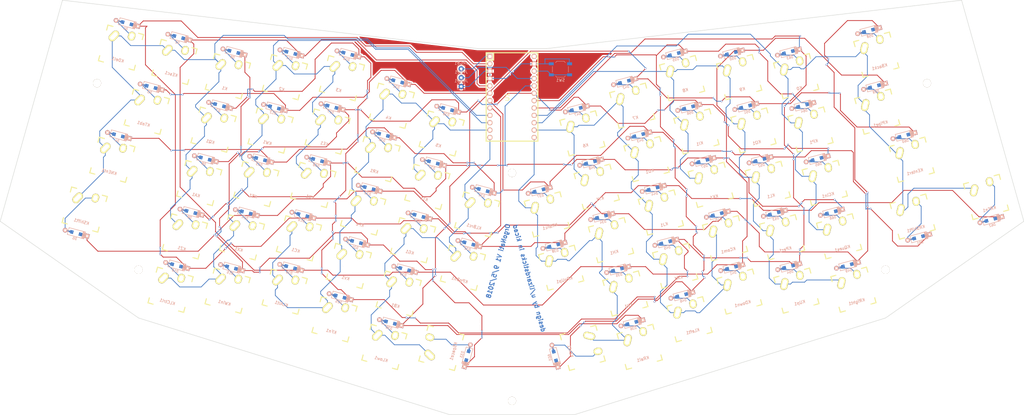
<source format=kicad_pcb>
(kicad_pcb (version 4) (host pcbnew 4.0.7)
  (layers (0 F.Cu signal) (31 B.Cu signal) (34 B.Paste user) (35 F.Paste user) (36 B.SilkS user) (37 F.SilkS user) (38 B.Mask user) (39 F.Mask user) (44 Edge.Cuts user))
  (net 0 "")
  (net 1 "Net-(D1-Pad2)")
  (net 2 /row0)
  (net 3 "Net-(D2-Pad2)")
  (net 4 /row1)
  (net 5 "Net-(D3-Pad2)")
  (net 6 /row2)
  (net 7 "Net-(D4-Pad2)")
  (net 8 /row3)
  (net 9 "Net-(D5-Pad2)")
  (net 10 /row4)
  (net 11 "Net-(D6-Pad2)")
  (net 12 /row5)
  (net 13 "Net-(D7-Pad2)")
  (net 14 /row6)
  (net 15 "Net-(D8-Pad2)")
  (net 16 /row7)
  (net 17 "Net-(D9-Pad2)")
  (net 18 /row8)
  (net 19 "Net-(D10-Pad2)")
  (net 20 "Net-(D11-Pad2)")
  (net 21 "Net-(D12-Pad2)")
  (net 22 "Net-(D13-Pad2)")
  (net 23 "Net-(D14-Pad2)")
  (net 24 "Net-(D15-Pad2)")
  (net 25 "Net-(D16-Pad2)")
  (net 26 "Net-(D17-Pad2)")
  (net 27 "Net-(D18-Pad2)")
  (net 28 "Net-(D19-Pad2)")
  (net 29 "Net-(D20-Pad2)")
  (net 30 "Net-(D21-Pad2)")
  (net 31 "Net-(D22-Pad2)")
  (net 32 "Net-(D23-Pad2)")
  (net 33 "Net-(D24-Pad2)")
  (net 34 "Net-(D25-Pad2)")
  (net 35 "Net-(D26-Pad2)")
  (net 36 "Net-(D27-Pad2)")
  (net 37 "Net-(D28-Pad2)")
  (net 38 "Net-(D29-Pad2)")
  (net 39 "Net-(D30-Pad2)")
  (net 40 "Net-(D31-Pad2)")
  (net 41 "Net-(D32-Pad2)")
  (net 42 "Net-(D33-Pad2)")
  (net 43 "Net-(D34-Pad2)")
  (net 44 "Net-(D35-Pad2)")
  (net 45 "Net-(D36-Pad2)")
  (net 46 "Net-(D37-Pad2)")
  (net 47 "Net-(D38-Pad2)")
  (net 48 "Net-(D39-Pad2)")
  (net 49 "Net-(D40-Pad2)")
  (net 50 "Net-(D41-Pad2)")
  (net 51 "Net-(D42-Pad2)")
  (net 52 "Net-(D43-Pad2)")
  (net 53 "Net-(D44-Pad2)")
  (net 54 "Net-(D45-Pad2)")
  (net 55 "Net-(D46-Pad2)")
  (net 56 "Net-(D47-Pad2)")
  (net 57 "Net-(D48-Pad2)")
  (net 58 "Net-(D49-Pad2)")
  (net 59 "Net-(D50-Pad2)")
  (net 60 "Net-(D51-Pad2)")
  (net 61 "Net-(D52-Pad2)")
  (net 62 "Net-(D53-Pad2)")
  (net 63 "Net-(D54-Pad2)")
  (net 64 "Net-(D55-Pad2)")
  (net 65 "Net-(D56-Pad2)")
  (net 66 "Net-(D57-Pad2)")
  (net 67 "Net-(D58-Pad2)")
  (net 68 "Net-(D59-Pad2)")
  (net 69 "Net-(D60-Pad2)")
  (net 70 "Net-(D61-Pad2)")
  (net 71 "Net-(D62-Pad2)")
  (net 72 "Net-(D63-Pad2)")
  (net 73 "Net-(D64-Pad2)")
  (net 74 "Net-(D65-Pad2)")
  (net 75 "Net-(D66-Pad2)")
  (net 76 /RGB)
  (net 77 VCC)
  (net 78 GND)
  (net 79 /col7)
  (net 80 /col0)
  (net 81 /col1)
  (net 82 /col2)
  (net 83 /col5)
  (net 84 /col6)
  (net 85 /col3)
  (net 86 /col4)
  (net 87 "Net-(SW1-Pad1)")
  (net 88 "Net-(U1-Pad24)")
  (module keyboard_parts:D_SOD123_axial (layer B.Cu) (at 31.752376 19.85206 165)
    (fp_text reference D1 (at 0 -1.925 165) (layer B.SilkS) (effects (font (size 0.8 0.8)) (justify mirror)))
    (fp_text value D hide)
    (pad 2 smd rect (at 1.575 0 165) (size 1.2 1.2) (layers B.Cu B.Paste B.Mask) (net 1 "Net-(D1-Pad2)"))
    (pad 1 smd rect (at -1.575 0 165) (size 1.2 1.2) (layers B.Cu B.Paste B.Mask) (net 2 /row0))
    (pad 1 thru_hole rect (at -3.9 0 165) (size 1.6 1.6) (drill 0.7) (layers *.Cu *.Mask B.SilkS) (net 2 /row0))
    (pad 2 thru_hole circle (at 3.9 0 165) (size 1.6 1.6) (drill 0.7) (layers *.Cu *.Mask B.SilkS) (net 1 "Net-(D1-Pad2)"))
    (pad 1 smd rect (at -2.7 0 165) (size 2.5 0.5) (layers B.Cu) (net 2 /row0))
    (pad 2 smd rect (at 2.7 0 165) (size 2.5 0.5) (layers B.Cu) (net 1 "Net-(D1-Pad2)"))
  )
  (module keyboard_parts:D_SOD123_axial (layer B.Cu) (at 49.578236 24.628484 165)
    (fp_text reference D2 (at 0 -1.925 165) (layer B.SilkS) (effects (font (size 0.8 0.8)) (justify mirror)))
    (fp_text value D hide)
    (pad 2 smd rect (at 1.575 0 165) (size 1.2 1.2) (layers B.Cu B.Paste B.Mask) (net 3 "Net-(D2-Pad2)"))
    (pad 1 smd rect (at -1.575 0 165) (size 1.2 1.2) (layers B.Cu B.Paste B.Mask) (net 4 /row1))
    (pad 1 thru_hole rect (at -3.9 0 165) (size 1.6 1.6) (drill 0.7) (layers *.Cu *.Mask B.SilkS) (net 4 /row1))
    (pad 2 thru_hole circle (at 3.9 0 165) (size 1.6 1.6) (drill 0.7) (layers *.Cu *.Mask B.SilkS) (net 3 "Net-(D2-Pad2)"))
    (pad 1 smd rect (at -2.7 0 165) (size 2.5 0.5) (layers B.Cu) (net 4 /row1))
    (pad 2 smd rect (at 2.7 0 165) (size 2.5 0.5) (layers B.Cu) (net 3 "Net-(D2-Pad2)"))
  )
  (module keyboard_parts:D_SOD123_axial (layer B.Cu) (at 40.047511 41.796745 165)
    (fp_text reference D3 (at 0 -1.925 165) (layer B.SilkS) (effects (font (size 0.8 0.8)) (justify mirror)))
    (fp_text value D hide)
    (pad 2 smd rect (at 1.575 0 165) (size 1.2 1.2) (layers B.Cu B.Paste B.Mask) (net 5 "Net-(D3-Pad2)"))
    (pad 1 smd rect (at -1.575 0 165) (size 1.2 1.2) (layers B.Cu B.Paste B.Mask) (net 6 /row2))
    (pad 1 thru_hole rect (at -3.9 0 165) (size 1.6 1.6) (drill 0.7) (layers *.Cu *.Mask B.SilkS) (net 6 /row2))
    (pad 2 thru_hole circle (at 3.9 0 165) (size 1.6 1.6) (drill 0.7) (layers *.Cu *.Mask B.SilkS) (net 5 "Net-(D3-Pad2)"))
    (pad 1 smd rect (at -2.7 0 165) (size 2.5 0.5) (layers B.Cu) (net 6 /row2))
    (pad 2 smd rect (at 2.7 0 165) (size 2.5 0.5) (layers B.Cu) (net 5 "Net-(D3-Pad2)"))
  )
  (module keyboard_parts:D_SOD123_axial (layer B.Cu) (at 28.791703 58.502772 165)
    (fp_text reference D4 (at 0 -1.925 165) (layer B.SilkS) (effects (font (size 0.8 0.8)) (justify mirror)))
    (fp_text value D hide)
    (pad 2 smd rect (at 1.575 0 165) (size 1.2 1.2) (layers B.Cu B.Paste B.Mask) (net 7 "Net-(D4-Pad2)"))
    (pad 1 smd rect (at -1.575 0 165) (size 1.2 1.2) (layers B.Cu B.Paste B.Mask) (net 8 /row3))
    (pad 1 thru_hole rect (at -3.9 0 165) (size 1.6 1.6) (drill 0.7) (layers *.Cu *.Mask B.SilkS) (net 8 /row3))
    (pad 2 thru_hole circle (at 3.9 0 165) (size 1.6 1.6) (drill 0.7) (layers *.Cu *.Mask B.SilkS) (net 7 "Net-(D4-Pad2)"))
    (pad 1 smd rect (at -2.7 0 165) (size 2.5 0.5) (layers B.Cu) (net 8 /row3))
    (pad 2 smd rect (at 2.7 0 165) (size 2.5 0.5) (layers B.Cu) (net 7 "Net-(D4-Pad2)"))
  )
  (module keyboard_parts:D_SOD123_axial (layer B.Cu) (at 14.217683 92.192759 165)
    (fp_text reference D5 (at 0 -1.925 165) (layer B.SilkS) (effects (font (size 0.8 0.8)) (justify mirror)))
    (fp_text value D hide)
    (pad 2 smd rect (at 1.575 0 165) (size 1.2 1.2) (layers B.Cu B.Paste B.Mask) (net 9 "Net-(D5-Pad2)"))
    (pad 1 smd rect (at -1.575 0 165) (size 1.2 1.2) (layers B.Cu B.Paste B.Mask) (net 10 /row4))
    (pad 1 thru_hole rect (at -3.9 0 165) (size 1.6 1.6) (drill 0.7) (layers *.Cu *.Mask B.SilkS) (net 10 /row4))
    (pad 2 thru_hole circle (at 3.9 0 165) (size 1.6 1.6) (drill 0.7) (layers *.Cu *.Mask B.SilkS) (net 9 "Net-(D5-Pad2)"))
    (pad 1 smd rect (at -2.7 0 165) (size 2.5 0.5) (layers B.Cu) (net 10 /row4))
    (pad 2 smd rect (at 2.7 0 165) (size 2.5 0.5) (layers B.Cu) (net 9 "Net-(D5-Pad2)"))
  )
  (module keyboard_parts:D_SOD123_axial (layer B.Cu) (at 68.55415 29.713065 165)
    (fp_text reference D6 (at 0 -1.925 165) (layer B.SilkS) (effects (font (size 0.8 0.8)) (justify mirror)))
    (fp_text value D hide)
    (pad 2 smd rect (at 1.575 0 165) (size 1.2 1.2) (layers B.Cu B.Paste B.Mask) (net 11 "Net-(D6-Pad2)"))
    (pad 1 smd rect (at -1.575 0 165) (size 1.2 1.2) (layers B.Cu B.Paste B.Mask) (net 12 /row5))
    (pad 1 thru_hole rect (at -3.9 0 165) (size 1.6 1.6) (drill 0.7) (layers *.Cu *.Mask B.SilkS) (net 12 /row5))
    (pad 2 thru_hole circle (at 3.9 0 165) (size 1.6 1.6) (drill 0.7) (layers *.Cu *.Mask B.SilkS) (net 11 "Net-(D6-Pad2)"))
    (pad 1 smd rect (at -2.7 0 165) (size 2.5 0.5) (layers B.Cu) (net 12 /row5))
    (pad 2 smd rect (at 2.7 0 165) (size 2.5 0.5) (layers B.Cu) (net 11 "Net-(D6-Pad2)"))
  )
  (module keyboard_parts:D_SOD123_axial (layer B.Cu) (at 63.623646 48.113952 165)
    (fp_text reference D7 (at 0 -1.925 165) (layer B.SilkS) (effects (font (size 0.8 0.8)) (justify mirror)))
    (fp_text value D hide)
    (pad 2 smd rect (at 1.575 0 165) (size 1.2 1.2) (layers B.Cu B.Paste B.Mask) (net 13 "Net-(D7-Pad2)"))
    (pad 1 smd rect (at -1.575 0 165) (size 1.2 1.2) (layers B.Cu B.Paste B.Mask) (net 14 /row6))
    (pad 1 thru_hole rect (at -3.9 0 165) (size 1.6 1.6) (drill 0.7) (layers *.Cu *.Mask B.SilkS) (net 14 /row6))
    (pad 2 thru_hole circle (at 3.9 0 165) (size 1.6 1.6) (drill 0.7) (layers *.Cu *.Mask B.SilkS) (net 13 "Net-(D7-Pad2)"))
    (pad 1 smd rect (at -2.7 0 165) (size 2.5 0.5) (layers B.Cu) (net 14 /row6))
    (pad 2 smd rect (at 2.7 0 165) (size 2.5 0.5) (layers B.Cu) (net 13 "Net-(D7-Pad2)"))
  )
  (module keyboard_parts:D_SOD123_axial (layer B.Cu) (at 58.693144 66.514839 165)
    (fp_text reference D8 (at 0 -1.925 165) (layer B.SilkS) (effects (font (size 0.8 0.8)) (justify mirror)))
    (fp_text value D hide)
    (pad 2 smd rect (at 1.575 0 165) (size 1.2 1.2) (layers B.Cu B.Paste B.Mask) (net 15 "Net-(D8-Pad2)"))
    (pad 1 smd rect (at -1.575 0 165) (size 1.2 1.2) (layers B.Cu B.Paste B.Mask) (net 16 /row7))
    (pad 1 thru_hole rect (at -3.9 0 165) (size 1.6 1.6) (drill 0.7) (layers *.Cu *.Mask B.SilkS) (net 16 /row7))
    (pad 2 thru_hole circle (at 3.9 0 165) (size 1.6 1.6) (drill 0.7) (layers *.Cu *.Mask B.SilkS) (net 15 "Net-(D8-Pad2)"))
    (pad 1 smd rect (at -2.7 0 165) (size 2.5 0.5) (layers B.Cu) (net 16 /row7))
    (pad 2 smd rect (at 2.7 0 165) (size 2.5 0.5) (layers B.Cu) (net 15 "Net-(D8-Pad2)"))
  )
  (module keyboard_parts:D_SOD123_axial (layer B.Cu) (at 53.762641 84.915726 165)
    (fp_text reference D9 (at 0 -1.925 165) (layer B.SilkS) (effects (font (size 0.8 0.8)) (justify mirror)))
    (fp_text value D hide)
    (pad 2 smd rect (at 1.575 0 165) (size 1.2 1.2) (layers B.Cu B.Paste B.Mask) (net 17 "Net-(D9-Pad2)"))
    (pad 1 smd rect (at -1.575 0 165) (size 1.2 1.2) (layers B.Cu B.Paste B.Mask) (net 18 /row8))
    (pad 1 thru_hole rect (at -3.9 0 165) (size 1.6 1.6) (drill 0.7) (layers *.Cu *.Mask B.SilkS) (net 18 /row8))
    (pad 2 thru_hole circle (at 3.9 0 165) (size 1.6 1.6) (drill 0.7) (layers *.Cu *.Mask B.SilkS) (net 17 "Net-(D9-Pad2)"))
    (pad 1 smd rect (at -2.7 0 165) (size 2.5 0.5) (layers B.Cu) (net 18 /row8))
    (pad 2 smd rect (at 2.7 0 165) (size 2.5 0.5) (layers B.Cu) (net 17 "Net-(D9-Pad2)"))
  )
  (module keyboard_parts:D_SOD123_axial (layer B.Cu) (at 48.832138 103.316613 165)
    (fp_text reference D10 (at 0 -1.925 165) (layer B.SilkS) (effects (font (size 0.8 0.8)) (justify mirror)))
    (fp_text value D hide)
    (pad 2 smd rect (at 1.575 0 165) (size 1.2 1.2) (layers B.Cu B.Paste B.Mask) (net 19 "Net-(D10-Pad2)"))
    (pad 1 smd rect (at -1.575 0 165) (size 1.2 1.2) (layers B.Cu B.Paste B.Mask) (net 2 /row0))
    (pad 1 thru_hole rect (at -3.9 0 165) (size 1.6 1.6) (drill 0.7) (layers *.Cu *.Mask B.SilkS) (net 2 /row0))
    (pad 2 thru_hole circle (at 3.9 0 165) (size 1.6 1.6) (drill 0.7) (layers *.Cu *.Mask B.SilkS) (net 19 "Net-(D10-Pad2)"))
    (pad 1 smd rect (at -2.7 0 165) (size 2.5 0.5) (layers B.Cu) (net 2 /row0))
    (pad 2 smd rect (at 2.7 0 165) (size 2.5 0.5) (layers B.Cu) (net 19 "Net-(D10-Pad2)"))
  )
  (module keyboard_parts:D_SOD123_axial (layer B.Cu) (at 88.187662 30.043346 165)
    (fp_text reference D11 (at 0 -1.925 165) (layer B.SilkS) (effects (font (size 0.8 0.8)) (justify mirror)))
    (fp_text value D hide)
    (pad 2 smd rect (at 1.575 0 165) (size 1.2 1.2) (layers B.Cu B.Paste B.Mask) (net 20 "Net-(D11-Pad2)"))
    (pad 1 smd rect (at -1.575 0 165) (size 1.2 1.2) (layers B.Cu B.Paste B.Mask) (net 4 /row1))
    (pad 1 thru_hole rect (at -3.9 0 165) (size 1.6 1.6) (drill 0.7) (layers *.Cu *.Mask B.SilkS) (net 4 /row1))
    (pad 2 thru_hole circle (at 3.9 0 165) (size 1.6 1.6) (drill 0.7) (layers *.Cu *.Mask B.SilkS) (net 20 "Net-(D11-Pad2)"))
    (pad 1 smd rect (at -2.7 0 165) (size 2.5 0.5) (layers B.Cu) (net 4 /row1))
    (pad 2 smd rect (at 2.7 0 165) (size 2.5 0.5) (layers B.Cu) (net 20 "Net-(D11-Pad2)"))
  )
  (module keyboard_parts:D_SOD123_axial (layer B.Cu) (at 82.528054 48.865182 165)
    (fp_text reference D12 (at 0 -1.925 165) (layer B.SilkS) (effects (font (size 0.8 0.8)) (justify mirror)))
    (fp_text value D hide)
    (pad 2 smd rect (at 1.575 0 165) (size 1.2 1.2) (layers B.Cu B.Paste B.Mask) (net 21 "Net-(D12-Pad2)"))
    (pad 1 smd rect (at -1.575 0 165) (size 1.2 1.2) (layers B.Cu B.Paste B.Mask) (net 6 /row2))
    (pad 1 thru_hole rect (at -3.9 0 165) (size 1.6 1.6) (drill 0.7) (layers *.Cu *.Mask B.SilkS) (net 6 /row2))
    (pad 2 thru_hole circle (at 3.9 0 165) (size 1.6 1.6) (drill 0.7) (layers *.Cu *.Mask B.SilkS) (net 21 "Net-(D12-Pad2)"))
    (pad 1 smd rect (at -2.7 0 165) (size 2.5 0.5) (layers B.Cu) (net 6 /row2))
    (pad 2 smd rect (at 2.7 0 165) (size 2.5 0.5) (layers B.Cu) (net 21 "Net-(D12-Pad2)"))
  )
  (module keyboard_parts:D_SOD123_axial (layer B.Cu) (at 77.75163 66.691042 165)
    (fp_text reference D13 (at 0 -1.925 165) (layer B.SilkS) (effects (font (size 0.8 0.8)) (justify mirror)))
    (fp_text value D hide)
    (pad 2 smd rect (at 1.575 0 165) (size 1.2 1.2) (layers B.Cu B.Paste B.Mask) (net 22 "Net-(D13-Pad2)"))
    (pad 1 smd rect (at -1.575 0 165) (size 1.2 1.2) (layers B.Cu B.Paste B.Mask) (net 8 /row3))
    (pad 1 thru_hole rect (at -3.9 0 165) (size 1.6 1.6) (drill 0.7) (layers *.Cu *.Mask B.SilkS) (net 8 /row3))
    (pad 2 thru_hole circle (at 3.9 0 165) (size 1.6 1.6) (drill 0.7) (layers *.Cu *.Mask B.SilkS) (net 22 "Net-(D13-Pad2)"))
    (pad 1 smd rect (at -2.7 0 165) (size 2.5 0.5) (layers B.Cu) (net 8 /row3))
    (pad 2 smd rect (at 2.7 0 165) (size 2.5 0.5) (layers B.Cu) (net 22 "Net-(D13-Pad2)"))
  )
  (module keyboard_parts:D_SOD123_axial (layer B.Cu) (at 72.821127 85.091928 165)
    (fp_text reference D14 (at 0 -1.925 165) (layer B.SilkS) (effects (font (size 0.8 0.8)) (justify mirror)))
    (fp_text value D hide)
    (pad 2 smd rect (at 1.575 0 165) (size 1.2 1.2) (layers B.Cu B.Paste B.Mask) (net 23 "Net-(D14-Pad2)"))
    (pad 1 smd rect (at -1.575 0 165) (size 1.2 1.2) (layers B.Cu B.Paste B.Mask) (net 10 /row4))
    (pad 1 thru_hole rect (at -3.9 0 165) (size 1.6 1.6) (drill 0.7) (layers *.Cu *.Mask B.SilkS) (net 10 /row4))
    (pad 2 thru_hole circle (at 3.9 0 165) (size 1.6 1.6) (drill 0.7) (layers *.Cu *.Mask B.SilkS) (net 23 "Net-(D14-Pad2)"))
    (pad 1 smd rect (at -2.7 0 165) (size 2.5 0.5) (layers B.Cu) (net 10 /row4))
    (pad 2 smd rect (at 2.7 0 165) (size 2.5 0.5) (layers B.Cu) (net 23 "Net-(D14-Pad2)"))
  )
  (module keyboard_parts:D_SOD123_axial (layer B.Cu) (at 67.736545 104.067843 165)
    (fp_text reference D15 (at 0 -1.925 165) (layer B.SilkS) (effects (font (size 0.8 0.8)) (justify mirror)))
    (fp_text value D hide)
    (pad 2 smd rect (at 1.575 0 165) (size 1.2 1.2) (layers B.Cu B.Paste B.Mask) (net 24 "Net-(D15-Pad2)"))
    (pad 1 smd rect (at -1.575 0 165) (size 1.2 1.2) (layers B.Cu B.Paste B.Mask) (net 12 /row5))
    (pad 1 thru_hole rect (at -3.9 0 165) (size 1.6 1.6) (drill 0.7) (layers *.Cu *.Mask B.SilkS) (net 12 /row5))
    (pad 2 thru_hole circle (at 3.9 0 165) (size 1.6 1.6) (drill 0.7) (layers *.Cu *.Mask B.SilkS) (net 24 "Net-(D15-Pad2)"))
    (pad 1 smd rect (at -2.7 0 165) (size 2.5 0.5) (layers B.Cu) (net 12 /row5))
    (pad 2 smd rect (at 2.7 0 165) (size 2.5 0.5) (layers B.Cu) (net 24 "Net-(D15-Pad2)"))
  )
  (module keyboard_parts:D_SOD123_axial (layer B.Cu) (at 107.821175 30.373627 165)
    (fp_text reference D16 (at 0 -1.925 165) (layer B.SilkS) (effects (font (size 0.8 0.8)) (justify mirror)))
    (fp_text value D hide)
    (pad 2 smd rect (at 1.575 0 165) (size 1.2 1.2) (layers B.Cu B.Paste B.Mask) (net 25 "Net-(D16-Pad2)"))
    (pad 1 smd rect (at -1.575 0 165) (size 1.2 1.2) (layers B.Cu B.Paste B.Mask) (net 14 /row6))
    (pad 1 thru_hole rect (at -3.9 0 165) (size 1.6 1.6) (drill 0.7) (layers *.Cu *.Mask B.SilkS) (net 14 /row6))
    (pad 2 thru_hole circle (at 3.9 0 165) (size 1.6 1.6) (drill 0.7) (layers *.Cu *.Mask B.SilkS) (net 25 "Net-(D16-Pad2)"))
    (pad 1 smd rect (at -2.7 0 165) (size 2.5 0.5) (layers B.Cu) (net 14 /row6))
    (pad 2 smd rect (at 2.7 0 165) (size 2.5 0.5) (layers B.Cu) (net 25 "Net-(D16-Pad2)"))
  )
  (module keyboard_parts:D_SOD123_axial (layer B.Cu) (at 102.315645 48.620436 165)
    (fp_text reference D17 (at 0 -1.925 165) (layer B.SilkS) (effects (font (size 0.8 0.8)) (justify mirror)))
    (fp_text value D hide)
    (pad 2 smd rect (at 1.575 0 165) (size 1.2 1.2) (layers B.Cu B.Paste B.Mask) (net 26 "Net-(D17-Pad2)"))
    (pad 1 smd rect (at -1.575 0 165) (size 1.2 1.2) (layers B.Cu B.Paste B.Mask) (net 16 /row7))
    (pad 1 thru_hole rect (at -3.9 0 165) (size 1.6 1.6) (drill 0.7) (layers *.Cu *.Mask B.SilkS) (net 16 /row7))
    (pad 2 thru_hole circle (at 3.9 0 165) (size 1.6 1.6) (drill 0.7) (layers *.Cu *.Mask B.SilkS) (net 26 "Net-(D17-Pad2)"))
    (pad 1 smd rect (at -2.7 0 165) (size 2.5 0.5) (layers B.Cu) (net 16 /row7))
    (pad 2 smd rect (at 2.7 0 165) (size 2.5 0.5) (layers B.Cu) (net 26 "Net-(D17-Pad2)"))
  )
  (module keyboard_parts:D_SOD123_axial (layer B.Cu) (at 97.385142 67.021323 165)
    (fp_text reference D18 (at 0 -1.925 165) (layer B.SilkS) (effects (font (size 0.8 0.8)) (justify mirror)))
    (fp_text value D hide)
    (pad 2 smd rect (at 1.575 0 165) (size 1.2 1.2) (layers B.Cu B.Paste B.Mask) (net 27 "Net-(D18-Pad2)"))
    (pad 1 smd rect (at -1.575 0 165) (size 1.2 1.2) (layers B.Cu B.Paste B.Mask) (net 18 /row8))
    (pad 1 thru_hole rect (at -3.9 0 165) (size 1.6 1.6) (drill 0.7) (layers *.Cu *.Mask B.SilkS) (net 18 /row8))
    (pad 2 thru_hole circle (at 3.9 0 165) (size 1.6 1.6) (drill 0.7) (layers *.Cu *.Mask B.SilkS) (net 27 "Net-(D18-Pad2)"))
    (pad 1 smd rect (at -2.7 0 165) (size 2.5 0.5) (layers B.Cu) (net 18 /row8))
    (pad 2 smd rect (at 2.7 0 165) (size 2.5 0.5) (layers B.Cu) (net 27 "Net-(D18-Pad2)"))
  )
  (module keyboard_parts:D_SOD123_axial (layer B.Cu) (at 92.300561 85.997237 165)
    (fp_text reference D19 (at 0 -1.925 165) (layer B.SilkS) (effects (font (size 0.8 0.8)) (justify mirror)))
    (fp_text value D hide)
    (pad 2 smd rect (at 1.575 0 165) (size 1.2 1.2) (layers B.Cu B.Paste B.Mask) (net 28 "Net-(D19-Pad2)"))
    (pad 1 smd rect (at -1.575 0 165) (size 1.2 1.2) (layers B.Cu B.Paste B.Mask) (net 2 /row0))
    (pad 1 thru_hole rect (at -3.9 0 165) (size 1.6 1.6) (drill 0.7) (layers *.Cu *.Mask B.SilkS) (net 2 /row0))
    (pad 2 thru_hole circle (at 3.9 0 165) (size 1.6 1.6) (drill 0.7) (layers *.Cu *.Mask B.SilkS) (net 28 "Net-(D19-Pad2)"))
    (pad 1 smd rect (at -2.7 0 165) (size 2.5 0.5) (layers B.Cu) (net 2 /row0))
    (pad 2 smd rect (at 2.7 0 165) (size 2.5 0.5) (layers B.Cu) (net 28 "Net-(D19-Pad2)"))
  )
  (module keyboard_parts:D_SOD123_axial (layer B.Cu) (at 88.099164 103.977175 165)
    (fp_text reference D20 (at 0 -1.925 165) (layer B.SilkS) (effects (font (size 0.8 0.8)) (justify mirror)))
    (fp_text value D hide)
    (pad 2 smd rect (at 1.575 0 165) (size 1.2 1.2) (layers B.Cu B.Paste B.Mask) (net 29 "Net-(D20-Pad2)"))
    (pad 1 smd rect (at -1.575 0 165) (size 1.2 1.2) (layers B.Cu B.Paste B.Mask) (net 4 /row1))
    (pad 1 thru_hole rect (at -3.9 0 165) (size 1.6 1.6) (drill 0.7) (layers *.Cu *.Mask B.SilkS) (net 4 /row1))
    (pad 2 thru_hole circle (at 3.9 0 165) (size 1.6 1.6) (drill 0.7) (layers *.Cu *.Mask B.SilkS) (net 29 "Net-(D20-Pad2)"))
    (pad 1 smd rect (at -2.7 0 165) (size 2.5 0.5) (layers B.Cu) (net 4 /row1))
    (pad 2 smd rect (at 2.7 0 165) (size 2.5 0.5) (layers B.Cu) (net 29 "Net-(D20-Pad2)"))
  )
  (module keyboard_parts:D_SOD123_axial (layer B.Cu) (at 124.989437 39.904352 165)
    (fp_text reference D21 (at 0 -1.925 165) (layer B.SilkS) (effects (font (size 0.8 0.8)) (justify mirror)))
    (fp_text value D hide)
    (pad 2 smd rect (at 1.575 0 165) (size 1.2 1.2) (layers B.Cu B.Paste B.Mask) (net 30 "Net-(D21-Pad2)"))
    (pad 1 smd rect (at -1.575 0 165) (size 1.2 1.2) (layers B.Cu B.Paste B.Mask) (net 6 /row2))
    (pad 1 thru_hole rect (at -3.9 0 165) (size 1.6 1.6) (drill 0.7) (layers *.Cu *.Mask B.SilkS) (net 6 /row2))
    (pad 2 thru_hole circle (at 3.9 0 165) (size 1.6 1.6) (drill 0.7) (layers *.Cu *.Mask B.SilkS) (net 30 "Net-(D21-Pad2)"))
    (pad 1 smd rect (at -2.7 0 165) (size 2.5 0.5) (layers B.Cu) (net 6 /row2))
    (pad 2 smd rect (at 2.7 0 165) (size 2.5 0.5) (layers B.Cu) (net 30 "Net-(D21-Pad2)"))
  )
  (module keyboard_parts:D_SOD123_axial (layer B.Cu) (at 120.058934 58.305239 165)
    (fp_text reference D22 (at 0 -1.925 165) (layer B.SilkS) (effects (font (size 0.8 0.8)) (justify mirror)))
    (fp_text value D hide)
    (pad 2 smd rect (at 1.575 0 165) (size 1.2 1.2) (layers B.Cu B.Paste B.Mask) (net 31 "Net-(D22-Pad2)"))
    (pad 1 smd rect (at -1.575 0 165) (size 1.2 1.2) (layers B.Cu B.Paste B.Mask) (net 8 /row3))
    (pad 1 thru_hole rect (at -3.9 0 165) (size 1.6 1.6) (drill 0.7) (layers *.Cu *.Mask B.SilkS) (net 8 /row3))
    (pad 2 thru_hole circle (at 3.9 0 165) (size 1.6 1.6) (drill 0.7) (layers *.Cu *.Mask B.SilkS) (net 31 "Net-(D22-Pad2)"))
    (pad 1 smd rect (at -2.7 0 165) (size 2.5 0.5) (layers B.Cu) (net 8 /row3))
    (pad 2 smd rect (at 2.7 0 165) (size 2.5 0.5) (layers B.Cu) (net 31 "Net-(D22-Pad2)"))
  )
  (module keyboard_parts:D_SOD123_axial (layer B.Cu) (at 115.128431 76.706125 165)
    (fp_text reference D23 (at 0 -1.925 165) (layer B.SilkS) (effects (font (size 0.8 0.8)) (justify mirror)))
    (fp_text value D hide)
    (pad 2 smd rect (at 1.575 0 165) (size 1.2 1.2) (layers B.Cu B.Paste B.Mask) (net 32 "Net-(D23-Pad2)"))
    (pad 1 smd rect (at -1.575 0 165) (size 1.2 1.2) (layers B.Cu B.Paste B.Mask) (net 10 /row4))
    (pad 1 thru_hole rect (at -3.9 0 165) (size 1.6 1.6) (drill 0.7) (layers *.Cu *.Mask B.SilkS) (net 10 /row4))
    (pad 2 thru_hole circle (at 3.9 0 165) (size 1.6 1.6) (drill 0.7) (layers *.Cu *.Mask B.SilkS) (net 32 "Net-(D23-Pad2)"))
    (pad 1 smd rect (at -2.7 0 165) (size 2.5 0.5) (layers B.Cu) (net 10 /row4))
    (pad 2 smd rect (at 2.7 0 165) (size 2.5 0.5) (layers B.Cu) (net 32 "Net-(D23-Pad2)"))
  )
  (module keyboard_parts:D_SOD123_axial (layer B.Cu) (at 110.772956 95.261091 165)
    (fp_text reference D24 (at 0 -1.925 165) (layer B.SilkS) (effects (font (size 0.8 0.8)) (justify mirror)))
    (fp_text value D hide)
    (pad 2 smd rect (at 1.575 0 165) (size 1.2 1.2) (layers B.Cu B.Paste B.Mask) (net 33 "Net-(D24-Pad2)"))
    (pad 1 smd rect (at -1.575 0 165) (size 1.2 1.2) (layers B.Cu B.Paste B.Mask) (net 12 /row5))
    (pad 1 thru_hole rect (at -3.9 0 165) (size 1.6 1.6) (drill 0.7) (layers *.Cu *.Mask B.SilkS) (net 12 /row5))
    (pad 2 thru_hole circle (at 3.9 0 165) (size 1.6 1.6) (drill 0.7) (layers *.Cu *.Mask B.SilkS) (net 33 "Net-(D24-Pad2)"))
    (pad 1 smd rect (at -2.7 0 165) (size 2.5 0.5) (layers B.Cu) (net 12 /row5))
    (pad 2 smd rect (at 2.7 0 165) (size 2.5 0.5) (layers B.Cu) (net 33 "Net-(D24-Pad2)"))
  )
  (module keyboard_parts:D_SOD123_axial (layer B.Cu) (at 105.113347 114.082926 165)
    (fp_text reference D25 (at 0 -1.925 165) (layer B.SilkS) (effects (font (size 0.8 0.8)) (justify mirror)))
    (fp_text value D hide)
    (pad 2 smd rect (at 1.575 0 165) (size 1.2 1.2) (layers B.Cu B.Paste B.Mask) (net 34 "Net-(D25-Pad2)"))
    (pad 1 smd rect (at -1.575 0 165) (size 1.2 1.2) (layers B.Cu B.Paste B.Mask) (net 14 /row6))
    (pad 1 thru_hole rect (at -3.9 0 165) (size 1.6 1.6) (drill 0.7) (layers *.Cu *.Mask B.SilkS) (net 14 /row6))
    (pad 2 thru_hole circle (at 3.9 0 165) (size 1.6 1.6) (drill 0.7) (layers *.Cu *.Mask B.SilkS) (net 34 "Net-(D25-Pad2)"))
    (pad 1 smd rect (at -2.7 0 165) (size 2.5 0.5) (layers B.Cu) (net 14 /row6))
    (pad 2 smd rect (at 2.7 0 165) (size 2.5 0.5) (layers B.Cu) (net 34 "Net-(D25-Pad2)"))
  )
  (module keyboard_parts:D_SOD123_axial (layer B.Cu) (at 142.157698 49.435077 165)
    (fp_text reference D26 (at 0 -1.925 165) (layer B.SilkS) (effects (font (size 0.8 0.8)) (justify mirror)))
    (fp_text value D hide)
    (pad 2 smd rect (at 1.575 0 165) (size 1.2 1.2) (layers B.Cu B.Paste B.Mask) (net 35 "Net-(D26-Pad2)"))
    (pad 1 smd rect (at -1.575 0 165) (size 1.2 1.2) (layers B.Cu B.Paste B.Mask) (net 16 /row7))
    (pad 1 thru_hole rect (at -3.9 0 165) (size 1.6 1.6) (drill 0.7) (layers *.Cu *.Mask B.SilkS) (net 16 /row7))
    (pad 2 thru_hole circle (at 3.9 0 165) (size 1.6 1.6) (drill 0.7) (layers *.Cu *.Mask B.SilkS) (net 35 "Net-(D26-Pad2)"))
    (pad 1 smd rect (at -2.7 0 165) (size 2.5 0.5) (layers B.Cu) (net 16 /row7))
    (pad 2 smd rect (at 2.7 0 165) (size 2.5 0.5) (layers B.Cu) (net 35 "Net-(D26-Pad2)"))
  )
  (module keyboard_parts:D_SOD123_axial (layer B.Cu) (at 137.227195 67.835963 165)
    (fp_text reference D27 (at 0 -1.925 165) (layer B.SilkS) (effects (font (size 0.8 0.8)) (justify mirror)))
    (fp_text value D hide)
    (pad 2 smd rect (at 1.575 0 165) (size 1.2 1.2) (layers B.Cu B.Paste B.Mask) (net 36 "Net-(D27-Pad2)"))
    (pad 1 smd rect (at -1.575 0 165) (size 1.2 1.2) (layers B.Cu B.Paste B.Mask) (net 18 /row8))
    (pad 1 thru_hole rect (at -3.9 0 165) (size 1.6 1.6) (drill 0.7) (layers *.Cu *.Mask B.SilkS) (net 18 /row8))
    (pad 2 thru_hole circle (at 3.9 0 165) (size 1.6 1.6) (drill 0.7) (layers *.Cu *.Mask B.SilkS) (net 36 "Net-(D27-Pad2)"))
    (pad 1 smd rect (at -2.7 0 165) (size 2.5 0.5) (layers B.Cu) (net 18 /row8))
    (pad 2 smd rect (at 2.7 0 165) (size 2.5 0.5) (layers B.Cu) (net 36 "Net-(D27-Pad2)"))
  )
  (module keyboard_parts:D_SOD123_axial (layer B.Cu) (at 132.296692 86.23685 165)
    (fp_text reference D28 (at 0 -1.925 165) (layer B.SilkS) (effects (font (size 0.8 0.8)) (justify mirror)))
    (fp_text value D hide)
    (pad 2 smd rect (at 1.575 0 165) (size 1.2 1.2) (layers B.Cu B.Paste B.Mask) (net 37 "Net-(D28-Pad2)"))
    (pad 1 smd rect (at -1.575 0 165) (size 1.2 1.2) (layers B.Cu B.Paste B.Mask) (net 2 /row0))
    (pad 1 thru_hole rect (at -3.9 0 165) (size 1.6 1.6) (drill 0.7) (layers *.Cu *.Mask B.SilkS) (net 2 /row0))
    (pad 2 thru_hole circle (at 3.9 0 165) (size 1.6 1.6) (drill 0.7) (layers *.Cu *.Mask B.SilkS) (net 37 "Net-(D28-Pad2)"))
    (pad 1 smd rect (at -2.7 0 165) (size 2.5 0.5) (layers B.Cu) (net 2 /row0))
    (pad 2 smd rect (at 2.7 0 165) (size 2.5 0.5) (layers B.Cu) (net 37 "Net-(D28-Pad2)"))
  )
  (module keyboard_parts:D_SOD123_axial (layer B.Cu) (at 127.36619 104.637738 165)
    (fp_text reference D29 (at 0 -1.925 165) (layer B.SilkS) (effects (font (size 0.8 0.8)) (justify mirror)))
    (fp_text value D hide)
    (pad 2 smd rect (at 1.575 0 165) (size 1.2 1.2) (layers B.Cu B.Paste B.Mask) (net 38 "Net-(D29-Pad2)"))
    (pad 1 smd rect (at -1.575 0 165) (size 1.2 1.2) (layers B.Cu B.Paste B.Mask) (net 4 /row1))
    (pad 1 thru_hole rect (at -3.9 0 165) (size 1.6 1.6) (drill 0.7) (layers *.Cu *.Mask B.SilkS) (net 4 /row1))
    (pad 2 thru_hole circle (at 3.9 0 165) (size 1.6 1.6) (drill 0.7) (layers *.Cu *.Mask B.SilkS) (net 38 "Net-(D29-Pad2)"))
    (pad 1 smd rect (at -2.7 0 165) (size 2.5 0.5) (layers B.Cu) (net 4 /row1))
    (pad 2 smd rect (at 2.7 0 165) (size 2.5 0.5) (layers B.Cu) (net 38 "Net-(D29-Pad2)"))
  )
  (module keyboard_parts:D_SOD123_axial (layer B.Cu) (at 122.435687 123.038624 165)
    (fp_text reference D30 (at 0 -1.925 165) (layer B.SilkS) (effects (font (size 0.8 0.8)) (justify mirror)))
    (fp_text value D hide)
    (pad 2 smd rect (at 1.575 0 165) (size 1.2 1.2) (layers B.Cu B.Paste B.Mask) (net 39 "Net-(D30-Pad2)"))
    (pad 1 smd rect (at -1.575 0 165) (size 1.2 1.2) (layers B.Cu B.Paste B.Mask) (net 6 /row2))
    (pad 1 thru_hole rect (at -3.9 0 165) (size 1.6 1.6) (drill 0.7) (layers *.Cu *.Mask B.SilkS) (net 6 /row2))
    (pad 2 thru_hole circle (at 3.9 0 165) (size 1.6 1.6) (drill 0.7) (layers *.Cu *.Mask B.SilkS) (net 39 "Net-(D30-Pad2)"))
    (pad 1 smd rect (at -2.7 0 165) (size 2.5 0.5) (layers B.Cu) (net 6 /row2))
    (pad 2 smd rect (at 2.7 0 165) (size 2.5 0.5) (layers B.Cu) (net 39 "Net-(D30-Pad2)"))
  )
  (module keyboard_parts:D_SOD123_axial (layer B.Cu) (at 154.395456 77.366688 165)
    (fp_text reference D31 (at 0 -1.925 165) (layer B.SilkS) (effects (font (size 0.8 0.8)) (justify mirror)))
    (fp_text value D hide)
    (pad 2 smd rect (at 1.575 0 165) (size 1.2 1.2) (layers B.Cu B.Paste B.Mask) (net 40 "Net-(D31-Pad2)"))
    (pad 1 smd rect (at -1.575 0 165) (size 1.2 1.2) (layers B.Cu B.Paste B.Mask) (net 8 /row3))
    (pad 1 thru_hole rect (at -3.9 0 165) (size 1.6 1.6) (drill 0.7) (layers *.Cu *.Mask B.SilkS) (net 8 /row3))
    (pad 2 thru_hole circle (at 3.9 0 165) (size 1.6 1.6) (drill 0.7) (layers *.Cu *.Mask B.SilkS) (net 40 "Net-(D31-Pad2)"))
    (pad 1 smd rect (at -2.7 0 165) (size 2.5 0.5) (layers B.Cu) (net 8 /row3))
    (pad 2 smd rect (at 2.7 0 165) (size 2.5 0.5) (layers B.Cu) (net 40 "Net-(D31-Pad2)"))
  )
  (module keyboard_parts:D_SOD123_axial (layer B.Cu) (at 149.464954 95.767575 165)
    (fp_text reference D32 (at 0 -1.925 165) (layer B.SilkS) (effects (font (size 0.8 0.8)) (justify mirror)))
    (fp_text value D hide)
    (pad 2 smd rect (at 1.575 0 165) (size 1.2 1.2) (layers B.Cu B.Paste B.Mask) (net 41 "Net-(D32-Pad2)"))
    (pad 1 smd rect (at -1.575 0 165) (size 1.2 1.2) (layers B.Cu B.Paste B.Mask) (net 10 /row4))
    (pad 1 thru_hole rect (at -3.9 0 165) (size 1.6 1.6) (drill 0.7) (layers *.Cu *.Mask B.SilkS) (net 10 /row4))
    (pad 2 thru_hole circle (at 3.9 0 165) (size 1.6 1.6) (drill 0.7) (layers *.Cu *.Mask B.SilkS) (net 41 "Net-(D32-Pad2)"))
    (pad 1 smd rect (at -2.7 0 165) (size 2.5 0.5) (layers B.Cu) (net 10 /row4))
    (pad 2 smd rect (at 2.7 0 165) (size 2.5 0.5) (layers B.Cu) (net 41 "Net-(D32-Pad2)"))
  )
  (module keyboard_parts:D_SOD123_axial (layer B.Cu) (at 148.95847 134.459572 75)
    (fp_text reference D33 (at 0 -1.925 75) (layer B.SilkS) (effects (font (size 0.8 0.8)) (justify mirror)))
    (fp_text value D hide)
    (pad 2 smd rect (at 1.575 0 75) (size 1.2 1.2) (layers B.Cu B.Paste B.Mask) (net 42 "Net-(D33-Pad2)"))
    (pad 1 smd rect (at -1.575 0 75) (size 1.2 1.2) (layers B.Cu B.Paste B.Mask) (net 12 /row5))
    (pad 1 thru_hole rect (at -3.9 0 75) (size 1.6 1.6) (drill 0.7) (layers *.Cu *.Mask B.SilkS) (net 12 /row5))
    (pad 2 thru_hole circle (at 3.9 0 75) (size 1.6 1.6) (drill 0.7) (layers *.Cu *.Mask B.SilkS) (net 42 "Net-(D33-Pad2)"))
    (pad 1 smd rect (at -2.7 0 75) (size 2.5 0.5) (layers B.Cu) (net 12 /row5))
    (pad 2 smd rect (at 2.7 0 75) (size 2.5 0.5) (layers B.Cu) (net 42 "Net-(D33-Pad2)"))
  )
  (module keyboard_parts:D_SOD123_axial (layer B.Cu) (at 195.153312 86.507606 195)
    (fp_text reference D34 (at 0 -1.925 195) (layer B.SilkS) (effects (font (size 0.8 0.8)) (justify mirror)))
    (fp_text value D hide)
    (pad 2 smd rect (at 1.575 0 195) (size 1.2 1.2) (layers B.Cu B.Paste B.Mask) (net 43 "Net-(D34-Pad2)"))
    (pad 1 smd rect (at -1.575 0 195) (size 1.2 1.2) (layers B.Cu B.Paste B.Mask) (net 2 /row0))
    (pad 1 thru_hole rect (at -3.9 0 195) (size 1.6 1.6) (drill 0.7) (layers *.Cu *.Mask B.SilkS) (net 2 /row0))
    (pad 2 thru_hole circle (at 3.9 0 195) (size 1.6 1.6) (drill 0.7) (layers *.Cu *.Mask B.SilkS) (net 43 "Net-(D34-Pad2)"))
    (pad 1 smd rect (at -2.7 0 195) (size 2.5 0.5) (layers B.Cu) (net 2 /row0))
    (pad 2 smd rect (at 2.7 0 195) (size 2.5 0.5) (layers B.Cu) (net 43 "Net-(D34-Pad2)"))
  )
  (module keyboard_parts:D_SOD123_axial (layer B.Cu) (at 200.658844 104.754415 195)
    (fp_text reference D35 (at 0 -1.925 195) (layer B.SilkS) (effects (font (size 0.8 0.8)) (justify mirror)))
    (fp_text value D hide)
    (pad 2 smd rect (at 1.575 0 195) (size 1.2 1.2) (layers B.Cu B.Paste B.Mask) (net 44 "Net-(D35-Pad2)"))
    (pad 1 smd rect (at -1.575 0 195) (size 1.2 1.2) (layers B.Cu B.Paste B.Mask) (net 4 /row1))
    (pad 1 thru_hole rect (at -3.9 0 195) (size 1.6 1.6) (drill 0.7) (layers *.Cu *.Mask B.SilkS) (net 4 /row1))
    (pad 2 thru_hole circle (at 3.9 0 195) (size 1.6 1.6) (drill 0.7) (layers *.Cu *.Mask B.SilkS) (net 44 "Net-(D35-Pad2)"))
    (pad 1 smd rect (at -2.7 0 195) (size 2.5 0.5) (layers B.Cu) (net 4 /row1))
    (pad 2 smd rect (at 2.7 0 195) (size 2.5 0.5) (layers B.Cu) (net 44 "Net-(D35-Pad2)"))
  )
  (module keyboard_parts:D_SOD123_axial (layer B.Cu) (at 205.589347 123.155302 195)
    (fp_text reference D36 (at 0 -1.925 195) (layer B.SilkS) (effects (font (size 0.8 0.8)) (justify mirror)))
    (fp_text value D hide)
    (pad 2 smd rect (at 1.575 0 195) (size 1.2 1.2) (layers B.Cu B.Paste B.Mask) (net 45 "Net-(D36-Pad2)"))
    (pad 1 smd rect (at -1.575 0 195) (size 1.2 1.2) (layers B.Cu B.Paste B.Mask) (net 6 /row2))
    (pad 1 thru_hole rect (at -3.9 0 195) (size 1.6 1.6) (drill 0.7) (layers *.Cu *.Mask B.SilkS) (net 6 /row2))
    (pad 2 thru_hole circle (at 3.9 0 195) (size 1.6 1.6) (drill 0.7) (layers *.Cu *.Mask B.SilkS) (net 45 "Net-(D36-Pad2)"))
    (pad 1 smd rect (at -2.7 0 195) (size 2.5 0.5) (layers B.Cu) (net 6 /row2))
    (pad 2 smd rect (at 2.7 0 195) (size 2.5 0.5) (layers B.Cu) (net 45 "Net-(D36-Pad2)"))
  )
  (module keyboard_parts:D_SOD123_axial (layer B.Cu) (at 173.629577 77.483365 195)
    (fp_text reference D37 (at 0 -1.925 195) (layer B.SilkS) (effects (font (size 0.8 0.8)) (justify mirror)))
    (fp_text value D hide)
    (pad 2 smd rect (at 1.575 0 195) (size 1.2 1.2) (layers B.Cu B.Paste B.Mask) (net 46 "Net-(D37-Pad2)"))
    (pad 1 smd rect (at -1.575 0 195) (size 1.2 1.2) (layers B.Cu B.Paste B.Mask) (net 8 /row3))
    (pad 1 thru_hole rect (at -3.9 0 195) (size 1.6 1.6) (drill 0.7) (layers *.Cu *.Mask B.SilkS) (net 8 /row3))
    (pad 2 thru_hole circle (at 3.9 0 195) (size 1.6 1.6) (drill 0.7) (layers *.Cu *.Mask B.SilkS) (net 46 "Net-(D37-Pad2)"))
    (pad 1 smd rect (at -2.7 0 195) (size 2.5 0.5) (layers B.Cu) (net 8 /row3))
    (pad 2 smd rect (at 2.7 0 195) (size 2.5 0.5) (layers B.Cu) (net 46 "Net-(D37-Pad2)"))
  )
  (module keyboard_parts:D_SOD123_axial (layer B.Cu) (at 178.714158 96.45928 195)
    (fp_text reference D38 (at 0 -1.925 195) (layer B.SilkS) (effects (font (size 0.8 0.8)) (justify mirror)))
    (fp_text value D hide)
    (pad 2 smd rect (at 1.575 0 195) (size 1.2 1.2) (layers B.Cu B.Paste B.Mask) (net 47 "Net-(D38-Pad2)"))
    (pad 1 smd rect (at -1.575 0 195) (size 1.2 1.2) (layers B.Cu B.Paste B.Mask) (net 10 /row4))
    (pad 1 thru_hole rect (at -3.9 0 195) (size 1.6 1.6) (drill 0.7) (layers *.Cu *.Mask B.SilkS) (net 10 /row4))
    (pad 2 thru_hole circle (at 3.9 0 195) (size 1.6 1.6) (drill 0.7) (layers *.Cu *.Mask B.SilkS) (net 47 "Net-(D38-Pad2)"))
    (pad 1 smd rect (at -2.7 0 195) (size 2.5 0.5) (layers B.Cu) (net 10 /row4))
    (pad 2 smd rect (at 2.7 0 195) (size 2.5 0.5) (layers B.Cu) (net 47 "Net-(D38-Pad2)"))
  )
  (module keyboard_parts:D_SOD123_axial (layer B.Cu) (at 179.066564 134.57625 105)
    (fp_text reference D39 (at 0 -1.925 105) (layer B.SilkS) (effects (font (size 0.8 0.8)) (justify mirror)))
    (fp_text value D hide)
    (pad 2 smd rect (at 1.575 0 105) (size 1.2 1.2) (layers B.Cu B.Paste B.Mask) (net 48 "Net-(D39-Pad2)"))
    (pad 1 smd rect (at -1.575 0 105) (size 1.2 1.2) (layers B.Cu B.Paste B.Mask) (net 12 /row5))
    (pad 1 thru_hole rect (at -3.9 0 105) (size 1.6 1.6) (drill 0.7) (layers *.Cu *.Mask B.SilkS) (net 12 /row5))
    (pad 2 thru_hole circle (at 3.9 0 105) (size 1.6 1.6) (drill 0.7) (layers *.Cu *.Mask B.SilkS) (net 48 "Net-(D39-Pad2)"))
    (pad 1 smd rect (at -2.7 0 105) (size 2.5 0.5) (layers B.Cu) (net 12 /row5))
    (pad 2 smd rect (at 2.7 0 105) (size 2.5 0.5) (layers B.Cu) (net 48 "Net-(D39-Pad2)"))
  )
  (module keyboard_parts:D_SOD123_axial (layer B.Cu) (at 234.995366 85.692967 195)
    (fp_text reference D40 (at 0 -1.925 195) (layer B.SilkS) (effects (font (size 0.8 0.8)) (justify mirror)))
    (fp_text value D hide)
    (pad 2 smd rect (at 1.575 0 195) (size 1.2 1.2) (layers B.Cu B.Paste B.Mask) (net 49 "Net-(D40-Pad2)"))
    (pad 1 smd rect (at -1.575 0 195) (size 1.2 1.2) (layers B.Cu B.Paste B.Mask) (net 2 /row0))
    (pad 1 thru_hole rect (at -3.9 0 195) (size 1.6 1.6) (drill 0.7) (layers *.Cu *.Mask B.SilkS) (net 2 /row0))
    (pad 2 thru_hole circle (at 3.9 0 195) (size 1.6 1.6) (drill 0.7) (layers *.Cu *.Mask B.SilkS) (net 49 "Net-(D40-Pad2)"))
    (pad 1 smd rect (at -2.7 0 195) (size 2.5 0.5) (layers B.Cu) (net 2 /row0))
    (pad 2 smd rect (at 2.7 0 195) (size 2.5 0.5) (layers B.Cu) (net 49 "Net-(D40-Pad2)"))
  )
  (module keyboard_parts:D_SOD123_axial (layer B.Cu) (at 239.925869 104.093853 195)
    (fp_text reference D41 (at 0 -1.925 195) (layer B.SilkS) (effects (font (size 0.8 0.8)) (justify mirror)))
    (fp_text value D hide)
    (pad 2 smd rect (at 1.575 0 195) (size 1.2 1.2) (layers B.Cu B.Paste B.Mask) (net 50 "Net-(D41-Pad2)"))
    (pad 1 smd rect (at -1.575 0 195) (size 1.2 1.2) (layers B.Cu B.Paste B.Mask) (net 4 /row1))
    (pad 1 thru_hole rect (at -3.9 0 195) (size 1.6 1.6) (drill 0.7) (layers *.Cu *.Mask B.SilkS) (net 4 /row1))
    (pad 2 thru_hole circle (at 3.9 0 195) (size 1.6 1.6) (drill 0.7) (layers *.Cu *.Mask B.SilkS) (net 50 "Net-(D41-Pad2)"))
    (pad 1 smd rect (at -2.7 0 195) (size 2.5 0.5) (layers B.Cu) (net 4 /row1))
    (pad 2 smd rect (at 2.7 0 195) (size 2.5 0.5) (layers B.Cu) (net 50 "Net-(D41-Pad2)"))
  )
  (module keyboard_parts:D_SOD123_axial (layer B.Cu) (at 203.035597 40.021029 195)
    (fp_text reference D42 (at 0 -1.925 195) (layer B.SilkS) (effects (font (size 0.8 0.8)) (justify mirror)))
    (fp_text value D hide)
    (pad 2 smd rect (at 1.575 0 195) (size 1.2 1.2) (layers B.Cu B.Paste B.Mask) (net 51 "Net-(D42-Pad2)"))
    (pad 1 smd rect (at -1.575 0 195) (size 1.2 1.2) (layers B.Cu B.Paste B.Mask) (net 6 /row2))
    (pad 1 thru_hole rect (at -3.9 0 195) (size 1.6 1.6) (drill 0.7) (layers *.Cu *.Mask B.SilkS) (net 6 /row2))
    (pad 2 thru_hole circle (at 3.9 0 195) (size 1.6 1.6) (drill 0.7) (layers *.Cu *.Mask B.SilkS) (net 51 "Net-(D42-Pad2)"))
    (pad 1 smd rect (at -2.7 0 195) (size 2.5 0.5) (layers B.Cu) (net 6 /row2))
    (pad 2 smd rect (at 2.7 0 195) (size 2.5 0.5) (layers B.Cu) (net 51 "Net-(D42-Pad2)"))
  )
  (module keyboard_parts:D_SOD123_axial (layer B.Cu) (at 207.9661 58.421917 195)
    (fp_text reference D43 (at 0 -1.925 195) (layer B.SilkS) (effects (font (size 0.8 0.8)) (justify mirror)))
    (fp_text value D hide)
    (pad 2 smd rect (at 1.575 0 195) (size 1.2 1.2) (layers B.Cu B.Paste B.Mask) (net 52 "Net-(D43-Pad2)"))
    (pad 1 smd rect (at -1.575 0 195) (size 1.2 1.2) (layers B.Cu B.Paste B.Mask) (net 8 /row3))
    (pad 1 thru_hole rect (at -3.9 0 195) (size 1.6 1.6) (drill 0.7) (layers *.Cu *.Mask B.SilkS) (net 8 /row3))
    (pad 2 thru_hole circle (at 3.9 0 195) (size 1.6 1.6) (drill 0.7) (layers *.Cu *.Mask B.SilkS) (net 52 "Net-(D43-Pad2)"))
    (pad 1 smd rect (at -2.7 0 195) (size 2.5 0.5) (layers B.Cu) (net 8 /row3))
    (pad 2 smd rect (at 2.7 0 195) (size 2.5 0.5) (layers B.Cu) (net 52 "Net-(D43-Pad2)"))
  )
  (module keyboard_parts:D_SOD123_axial (layer B.Cu) (at 212.896602 76.822804 195)
    (fp_text reference D44 (at 0 -1.925 195) (layer B.SilkS) (effects (font (size 0.8 0.8)) (justify mirror)))
    (fp_text value D hide)
    (pad 2 smd rect (at 1.575 0 195) (size 1.2 1.2) (layers B.Cu B.Paste B.Mask) (net 53 "Net-(D44-Pad2)"))
    (pad 1 smd rect (at -1.575 0 195) (size 1.2 1.2) (layers B.Cu B.Paste B.Mask) (net 10 /row4))
    (pad 1 thru_hole rect (at -3.9 0 195) (size 1.6 1.6) (drill 0.7) (layers *.Cu *.Mask B.SilkS) (net 10 /row4))
    (pad 2 thru_hole circle (at 3.9 0 195) (size 1.6 1.6) (drill 0.7) (layers *.Cu *.Mask B.SilkS) (net 53 "Net-(D44-Pad2)"))
    (pad 1 smd rect (at -2.7 0 195) (size 2.5 0.5) (layers B.Cu) (net 10 /row4))
    (pad 2 smd rect (at 2.7 0 195) (size 2.5 0.5) (layers B.Cu) (net 53 "Net-(D44-Pad2)"))
  )
  (module keyboard_parts:D_SOD123_axial (layer B.Cu) (at 217.252076 95.377769 195)
    (fp_text reference D45 (at 0 -1.925 195) (layer B.SilkS) (effects (font (size 0.8 0.8)) (justify mirror)))
    (fp_text value D hide)
    (pad 2 smd rect (at 1.575 0 195) (size 1.2 1.2) (layers B.Cu B.Paste B.Mask) (net 54 "Net-(D45-Pad2)"))
    (pad 1 smd rect (at -1.575 0 195) (size 1.2 1.2) (layers B.Cu B.Paste B.Mask) (net 12 /row5))
    (pad 1 thru_hole rect (at -3.9 0 195) (size 1.6 1.6) (drill 0.7) (layers *.Cu *.Mask B.SilkS) (net 12 /row5))
    (pad 2 thru_hole circle (at 3.9 0 195) (size 1.6 1.6) (drill 0.7) (layers *.Cu *.Mask B.SilkS) (net 54 "Net-(D45-Pad2)"))
    (pad 1 smd rect (at -2.7 0 195) (size 2.5 0.5) (layers B.Cu) (net 12 /row5))
    (pad 2 smd rect (at 2.7 0 195) (size 2.5 0.5) (layers B.Cu) (net 54 "Net-(D45-Pad2)"))
  )
  (module keyboard_parts:D_SOD123_axial (layer B.Cu) (at 222.757608 113.624578 195)
    (fp_text reference D46 (at 0 -1.925 195) (layer B.SilkS) (effects (font (size 0.8 0.8)) (justify mirror)))
    (fp_text value D hide)
    (pad 2 smd rect (at 1.575 0 195) (size 1.2 1.2) (layers B.Cu B.Paste B.Mask) (net 55 "Net-(D46-Pad2)"))
    (pad 1 smd rect (at -1.575 0 195) (size 1.2 1.2) (layers B.Cu B.Paste B.Mask) (net 14 /row6))
    (pad 1 thru_hole rect (at -3.9 0 195) (size 1.6 1.6) (drill 0.7) (layers *.Cu *.Mask B.SilkS) (net 14 /row6))
    (pad 2 thru_hole circle (at 3.9 0 195) (size 1.6 1.6) (drill 0.7) (layers *.Cu *.Mask B.SilkS) (net 55 "Net-(D46-Pad2)"))
    (pad 1 smd rect (at -2.7 0 195) (size 2.5 0.5) (layers B.Cu) (net 14 /row6))
    (pad 2 smd rect (at 2.7 0 195) (size 2.5 0.5) (layers B.Cu) (net 55 "Net-(D46-Pad2)"))
  )
  (module keyboard_parts:D_SOD123_axial (layer B.Cu) (at 186.442362 49.397676 195)
    (fp_text reference D47 (at 0 -1.925 195) (layer B.SilkS) (effects (font (size 0.8 0.8)) (justify mirror)))
    (fp_text value D hide)
    (pad 2 smd rect (at 1.575 0 195) (size 1.2 1.2) (layers B.Cu B.Paste B.Mask) (net 56 "Net-(D47-Pad2)"))
    (pad 1 smd rect (at -1.575 0 195) (size 1.2 1.2) (layers B.Cu B.Paste B.Mask) (net 16 /row7))
    (pad 1 thru_hole rect (at -3.9 0 195) (size 1.6 1.6) (drill 0.7) (layers *.Cu *.Mask B.SilkS) (net 16 /row7))
    (pad 2 thru_hole circle (at 3.9 0 195) (size 1.6 1.6) (drill 0.7) (layers *.Cu *.Mask B.SilkS) (net 56 "Net-(D47-Pad2)"))
    (pad 1 smd rect (at -2.7 0 195) (size 2.5 0.5) (layers B.Cu) (net 16 /row7))
    (pad 2 smd rect (at 2.7 0 195) (size 2.5 0.5) (layers B.Cu) (net 56 "Net-(D47-Pad2)"))
  )
  (module keyboard_parts:D_SOD123_axial (layer B.Cu) (at 191.372865 67.798563 195)
    (fp_text reference D48 (at 0 -1.925 195) (layer B.SilkS) (effects (font (size 0.8 0.8)) (justify mirror)))
    (fp_text value D hide)
    (pad 2 smd rect (at 1.575 0 195) (size 1.2 1.2) (layers B.Cu B.Paste B.Mask) (net 57 "Net-(D48-Pad2)"))
    (pad 1 smd rect (at -1.575 0 195) (size 1.2 1.2) (layers B.Cu B.Paste B.Mask) (net 18 /row8))
    (pad 1 thru_hole rect (at -3.9 0 195) (size 1.6 1.6) (drill 0.7) (layers *.Cu *.Mask B.SilkS) (net 18 /row8))
    (pad 2 thru_hole circle (at 3.9 0 195) (size 1.6 1.6) (drill 0.7) (layers *.Cu *.Mask B.SilkS) (net 57 "Net-(D48-Pad2)"))
    (pad 1 smd rect (at -2.7 0 195) (size 2.5 0.5) (layers B.Cu) (net 18 /row8))
    (pad 2 smd rect (at 2.7 0 195) (size 2.5 0.5) (layers B.Cu) (net 57 "Net-(D48-Pad2)"))
  )
  (module keyboard_parts:D_SOD123_axial (layer B.Cu) (at 279.767921 103.279213 195)
    (fp_text reference D49 (at 0 -1.925 195) (layer B.SilkS) (effects (font (size 0.8 0.8)) (justify mirror)))
    (fp_text value D hide)
    (pad 2 smd rect (at 1.575 0 195) (size 1.2 1.2) (layers B.Cu B.Paste B.Mask) (net 58 "Net-(D49-Pad2)"))
    (pad 1 smd rect (at -1.575 0 195) (size 1.2 1.2) (layers B.Cu B.Paste B.Mask) (net 2 /row0))
    (pad 1 thru_hole rect (at -3.9 0 195) (size 1.6 1.6) (drill 0.7) (layers *.Cu *.Mask B.SilkS) (net 2 /row0))
    (pad 2 thru_hole circle (at 3.9 0 195) (size 1.6 1.6) (drill 0.7) (layers *.Cu *.Mask B.SilkS) (net 58 "Net-(D49-Pad2)"))
    (pad 1 smd rect (at -2.7 0 195) (size 2.5 0.5) (layers B.Cu) (net 2 /row0))
    (pad 2 smd rect (at 2.7 0 195) (size 2.5 0.5) (layers B.Cu) (net 58 "Net-(D49-Pad2)"))
  )
  (module keyboard_parts:D_SOD123_axial (layer B.Cu) (at 239.83737 30.160024 195)
    (fp_text reference D50 (at 0 -1.925 195) (layer B.SilkS) (effects (font (size 0.8 0.8)) (justify mirror)))
    (fp_text value D hide)
    (pad 2 smd rect (at 1.575 0 195) (size 1.2 1.2) (layers B.Cu B.Paste B.Mask) (net 59 "Net-(D50-Pad2)"))
    (pad 1 smd rect (at -1.575 0 195) (size 1.2 1.2) (layers B.Cu B.Paste B.Mask) (net 4 /row1))
    (pad 1 thru_hole rect (at -3.9 0 195) (size 1.6 1.6) (drill 0.7) (layers *.Cu *.Mask B.SilkS) (net 4 /row1))
    (pad 2 thru_hole circle (at 3.9 0 195) (size 1.6 1.6) (drill 0.7) (layers *.Cu *.Mask B.SilkS) (net 59 "Net-(D50-Pad2)"))
    (pad 1 smd rect (at -2.7 0 195) (size 2.5 0.5) (layers B.Cu) (net 4 /row1))
    (pad 2 smd rect (at 2.7 0 195) (size 2.5 0.5) (layers B.Cu) (net 59 "Net-(D50-Pad2)"))
  )
  (module keyboard_parts:D_SOD123_axial (layer B.Cu) (at 244.767873 48.560911 195)
    (fp_text reference D51 (at 0 -1.925 195) (layer B.SilkS) (effects (font (size 0.8 0.8)) (justify mirror)))
    (fp_text value D hide)
    (pad 2 smd rect (at 1.575 0 195) (size 1.2 1.2) (layers B.Cu B.Paste B.Mask) (net 60 "Net-(D51-Pad2)"))
    (pad 1 smd rect (at -1.575 0 195) (size 1.2 1.2) (layers B.Cu B.Paste B.Mask) (net 6 /row2))
    (pad 1 thru_hole rect (at -3.9 0 195) (size 1.6 1.6) (drill 0.7) (layers *.Cu *.Mask B.SilkS) (net 6 /row2))
    (pad 2 thru_hole circle (at 3.9 0 195) (size 1.6 1.6) (drill 0.7) (layers *.Cu *.Mask B.SilkS) (net 60 "Net-(D51-Pad2)"))
    (pad 1 smd rect (at -2.7 0 195) (size 2.5 0.5) (layers B.Cu) (net 6 /row2))
    (pad 2 smd rect (at 2.7 0 195) (size 2.5 0.5) (layers B.Cu) (net 60 "Net-(D51-Pad2)"))
  )
  (module keyboard_parts:D_SOD123_axial (layer B.Cu) (at 249.698376 66.961798 195)
    (fp_text reference D52 (at 0 -1.925 195) (layer B.SilkS) (effects (font (size 0.8 0.8)) (justify mirror)))
    (fp_text value D hide)
    (pad 2 smd rect (at 1.575 0 195) (size 1.2 1.2) (layers B.Cu B.Paste B.Mask) (net 61 "Net-(D52-Pad2)"))
    (pad 1 smd rect (at -1.575 0 195) (size 1.2 1.2) (layers B.Cu B.Paste B.Mask) (net 8 /row3))
    (pad 1 thru_hole rect (at -3.9 0 195) (size 1.6 1.6) (drill 0.7) (layers *.Cu *.Mask B.SilkS) (net 8 /row3))
    (pad 2 thru_hole circle (at 3.9 0 195) (size 1.6 1.6) (drill 0.7) (layers *.Cu *.Mask B.SilkS) (net 61 "Net-(D52-Pad2)"))
    (pad 1 smd rect (at -2.7 0 195) (size 2.5 0.5) (layers B.Cu) (net 8 /row3))
    (pad 2 smd rect (at 2.7 0 195) (size 2.5 0.5) (layers B.Cu) (net 61 "Net-(D52-Pad2)"))
  )
  (module keyboard_parts:D_SOD123_axial (layer B.Cu) (at 254.628879 85.362685 195)
    (fp_text reference D53 (at 0 -1.925 195) (layer B.SilkS) (effects (font (size 0.8 0.8)) (justify mirror)))
    (fp_text value D hide)
    (pad 2 smd rect (at 1.575 0 195) (size 1.2 1.2) (layers B.Cu B.Paste B.Mask) (net 62 "Net-(D53-Pad2)"))
    (pad 1 smd rect (at -1.575 0 195) (size 1.2 1.2) (layers B.Cu B.Paste B.Mask) (net 10 /row4))
    (pad 1 thru_hole rect (at -3.9 0 195) (size 1.6 1.6) (drill 0.7) (layers *.Cu *.Mask B.SilkS) (net 10 /row4))
    (pad 2 thru_hole circle (at 3.9 0 195) (size 1.6 1.6) (drill 0.7) (layers *.Cu *.Mask B.SilkS) (net 62 "Net-(D53-Pad2)"))
    (pad 1 smd rect (at -2.7 0 195) (size 2.5 0.5) (layers B.Cu) (net 10 /row4))
    (pad 2 smd rect (at 2.7 0 195) (size 2.5 0.5) (layers B.Cu) (net 62 "Net-(D53-Pad2)"))
  )
  (module keyboard_parts:D_SOD123_axial (layer B.Cu) (at 259.559381 103.763572 195)
    (fp_text reference D54 (at 0 -1.925 195) (layer B.SilkS) (effects (font (size 0.8 0.8)) (justify mirror)))
    (fp_text value D hide)
    (pad 2 smd rect (at 1.575 0 195) (size 1.2 1.2) (layers B.Cu B.Paste B.Mask) (net 63 "Net-(D54-Pad2)"))
    (pad 1 smd rect (at -1.575 0 195) (size 1.2 1.2) (layers B.Cu B.Paste B.Mask) (net 12 /row5))
    (pad 1 thru_hole rect (at -3.9 0 195) (size 1.6 1.6) (drill 0.7) (layers *.Cu *.Mask B.SilkS) (net 12 /row5))
    (pad 2 thru_hole circle (at 3.9 0 195) (size 1.6 1.6) (drill 0.7) (layers *.Cu *.Mask B.SilkS) (net 63 "Net-(D54-Pad2)"))
    (pad 1 smd rect (at -2.7 0 195) (size 2.5 0.5) (layers B.Cu) (net 12 /row5))
    (pad 2 smd rect (at 2.7 0 195) (size 2.5 0.5) (layers B.Cu) (net 63 "Net-(D54-Pad2)"))
  )
  (module keyboard_parts:D_SOD123_axial (layer B.Cu) (at 220.203858 30.490306 195)
    (fp_text reference D55 (at 0 -1.925 195) (layer B.SilkS) (effects (font (size 0.8 0.8)) (justify mirror)))
    (fp_text value D hide)
    (pad 2 smd rect (at 1.575 0 195) (size 1.2 1.2) (layers B.Cu B.Paste B.Mask) (net 64 "Net-(D55-Pad2)"))
    (pad 1 smd rect (at -1.575 0 195) (size 1.2 1.2) (layers B.Cu B.Paste B.Mask) (net 14 /row6))
    (pad 1 thru_hole rect (at -3.9 0 195) (size 1.6 1.6) (drill 0.7) (layers *.Cu *.Mask B.SilkS) (net 14 /row6))
    (pad 2 thru_hole circle (at 3.9 0 195) (size 1.6 1.6) (drill 0.7) (layers *.Cu *.Mask B.SilkS) (net 64 "Net-(D55-Pad2)"))
    (pad 1 smd rect (at -2.7 0 195) (size 2.5 0.5) (layers B.Cu) (net 14 /row6))
    (pad 2 smd rect (at 2.7 0 195) (size 2.5 0.5) (layers B.Cu) (net 64 "Net-(D55-Pad2)"))
  )
  (module keyboard_parts:D_SOD123_axial (layer B.Cu) (at 225.134361 48.891192 195)
    (fp_text reference D56 (at 0 -1.925 195) (layer B.SilkS) (effects (font (size 0.8 0.8)) (justify mirror)))
    (fp_text value D hide)
    (pad 2 smd rect (at 1.575 0 195) (size 1.2 1.2) (layers B.Cu B.Paste B.Mask) (net 65 "Net-(D56-Pad2)"))
    (pad 1 smd rect (at -1.575 0 195) (size 1.2 1.2) (layers B.Cu B.Paste B.Mask) (net 16 /row7))
    (pad 1 thru_hole rect (at -3.9 0 195) (size 1.6 1.6) (drill 0.7) (layers *.Cu *.Mask B.SilkS) (net 16 /row7))
    (pad 2 thru_hole circle (at 3.9 0 195) (size 1.6 1.6) (drill 0.7) (layers *.Cu *.Mask B.SilkS) (net 65 "Net-(D56-Pad2)"))
    (pad 1 smd rect (at -2.7 0 195) (size 2.5 0.5) (layers B.Cu) (net 16 /row7))
    (pad 2 smd rect (at 2.7 0 195) (size 2.5 0.5) (layers B.Cu) (net 65 "Net-(D56-Pad2)"))
  )
  (module keyboard_parts:D_SOD123_axial (layer B.Cu) (at 230.064864 67.292079 195)
    (fp_text reference D57 (at 0 -1.925 195) (layer B.SilkS) (effects (font (size 0.8 0.8)) (justify mirror)))
    (fp_text value D hide)
    (pad 2 smd rect (at 1.575 0 195) (size 1.2 1.2) (layers B.Cu B.Paste B.Mask) (net 66 "Net-(D57-Pad2)"))
    (pad 1 smd rect (at -1.575 0 195) (size 1.2 1.2) (layers B.Cu B.Paste B.Mask) (net 18 /row8))
    (pad 1 thru_hole rect (at -3.9 0 195) (size 1.6 1.6) (drill 0.7) (layers *.Cu *.Mask B.SilkS) (net 18 /row8))
    (pad 2 thru_hole circle (at 3.9 0 195) (size 1.6 1.6) (drill 0.7) (layers *.Cu *.Mask B.SilkS) (net 66 "Net-(D57-Pad2)"))
    (pad 1 smd rect (at -2.7 0 195) (size 2.5 0.5) (layers B.Cu) (net 18 /row8))
    (pad 2 smd rect (at 2.7 0 195) (size 2.5 0.5) (layers B.Cu) (net 66 "Net-(D57-Pad2)"))
  )
  (module keyboard_parts:D_SOD123_axial (layer B.Cu) (at 287.072214 22.433989 195)
    (fp_text reference D58 (at 0 -1.925 195) (layer B.SilkS) (effects (font (size 0.8 0.8)) (justify mirror)))
    (fp_text value D hide)
    (pad 2 smd rect (at 1.575 0 195) (size 1.2 1.2) (layers B.Cu B.Paste B.Mask) (net 67 "Net-(D58-Pad2)"))
    (pad 1 smd rect (at -1.575 0 195) (size 1.2 1.2) (layers B.Cu B.Paste B.Mask) (net 2 /row0))
    (pad 1 thru_hole rect (at -3.9 0 195) (size 1.6 1.6) (drill 0.7) (layers *.Cu *.Mask B.SilkS) (net 2 /row0))
    (pad 2 thru_hole circle (at 3.9 0 195) (size 1.6 1.6) (drill 0.7) (layers *.Cu *.Mask B.SilkS) (net 67 "Net-(D58-Pad2)"))
    (pad 1 smd rect (at -2.7 0 195) (size 2.5 0.5) (layers B.Cu) (net 2 /row0))
    (pad 2 smd rect (at 2.7 0 195) (size 2.5 0.5) (layers B.Cu) (net 67 "Net-(D58-Pad2)"))
  )
  (module keyboard_parts:D_SOD123_axial (layer B.Cu) (at 289.127577 41.605267 195)
    (fp_text reference D59 (at 0 -1.925 195) (layer B.SilkS) (effects (font (size 0.8 0.8)) (justify mirror)))
    (fp_text value D hide)
    (pad 2 smd rect (at 1.575 0 195) (size 1.2 1.2) (layers B.Cu B.Paste B.Mask) (net 68 "Net-(D59-Pad2)"))
    (pad 1 smd rect (at -1.575 0 195) (size 1.2 1.2) (layers B.Cu B.Paste B.Mask) (net 4 /row1))
    (pad 1 thru_hole rect (at -3.9 0 195) (size 1.6 1.6) (drill 0.7) (layers *.Cu *.Mask B.SilkS) (net 4 /row1))
    (pad 2 thru_hole circle (at 3.9 0 195) (size 1.6 1.6) (drill 0.7) (layers *.Cu *.Mask B.SilkS) (net 68 "Net-(D59-Pad2)"))
    (pad 1 smd rect (at -2.7 0 195) (size 2.5 0.5) (layers B.Cu) (net 4 /row1))
    (pad 2 smd rect (at 2.7 0 195) (size 2.5 0.5) (layers B.Cu) (net 68 "Net-(D59-Pad2)"))
  )
  (module keyboard_parts:D_SOD123_axial (layer B.Cu) (at 299.23333 58.61945 195)
    (fp_text reference D60 (at 0 -1.925 195) (layer B.SilkS) (effects (font (size 0.8 0.8)) (justify mirror)))
    (fp_text value D hide)
    (pad 2 smd rect (at 1.575 0 195) (size 1.2 1.2) (layers B.Cu B.Paste B.Mask) (net 69 "Net-(D60-Pad2)"))
    (pad 1 smd rect (at -1.575 0 195) (size 1.2 1.2) (layers B.Cu B.Paste B.Mask) (net 6 /row2))
    (pad 1 thru_hole rect (at -3.9 0 195) (size 1.6 1.6) (drill 0.7) (layers *.Cu *.Mask B.SilkS) (net 6 /row2))
    (pad 2 thru_hole circle (at 3.9 0 195) (size 1.6 1.6) (drill 0.7) (layers *.Cu *.Mask B.SilkS) (net 69 "Net-(D60-Pad2)"))
    (pad 1 smd rect (at -2.7 0 195) (size 2.5 0.5) (layers B.Cu) (net 6 /row2))
    (pad 2 smd rect (at 2.7 0 195) (size 2.5 0.5) (layers B.Cu) (net 69 "Net-(D60-Pad2)"))
  )
  (module keyboard_parts:D_SOD123_axial (layer B.Cu) (at 304.29875 93.624633 195)
    (fp_text reference D61 (at 0 -1.925 195) (layer B.SilkS) (effects (font (size 0.8 0.8)) (justify mirror)))
    (fp_text value D hide)
    (pad 2 smd rect (at 1.575 0 195) (size 1.2 1.2) (layers B.Cu B.Paste B.Mask) (net 70 "Net-(D61-Pad2)"))
    (pad 1 smd rect (at -1.575 0 195) (size 1.2 1.2) (layers B.Cu B.Paste B.Mask) (net 8 /row3))
    (pad 1 thru_hole rect (at -3.9 0 195) (size 1.6 1.6) (drill 0.7) (layers *.Cu *.Mask B.SilkS) (net 8 /row3))
    (pad 2 thru_hole circle (at 3.9 0 195) (size 1.6 1.6) (drill 0.7) (layers *.Cu *.Mask B.SilkS) (net 70 "Net-(D61-Pad2)"))
    (pad 1 smd rect (at -2.7 0 195) (size 2.5 0.5) (layers B.Cu) (net 8 /row3))
    (pad 2 smd rect (at 2.7 0 195) (size 2.5 0.5) (layers B.Cu) (net 70 "Net-(D61-Pad2)"))
  )
  (module keyboard_parts:D_SOD123_axial (layer B.Cu) (at 329.179021 87.574297 195)
    (fp_text reference D62 (at 0 -1.925 195) (layer B.SilkS) (effects (font (size 0.8 0.8)) (justify mirror)))
    (fp_text value D hide)
    (pad 2 smd rect (at 1.575 0 195) (size 1.2 1.2) (layers B.Cu B.Paste B.Mask) (net 71 "Net-(D62-Pad2)"))
    (pad 1 smd rect (at -1.575 0 195) (size 1.2 1.2) (layers B.Cu B.Paste B.Mask) (net 10 /row4))
    (pad 1 thru_hole rect (at -3.9 0 195) (size 1.6 1.6) (drill 0.7) (layers *.Cu *.Mask B.SilkS) (net 10 /row4))
    (pad 2 thru_hole circle (at 3.9 0 195) (size 1.6 1.6) (drill 0.7) (layers *.Cu *.Mask B.SilkS) (net 71 "Net-(D62-Pad2)"))
    (pad 1 smd rect (at -2.7 0 195) (size 2.5 0.5) (layers B.Cu) (net 10 /row4))
    (pad 2 smd rect (at 2.7 0 195) (size 2.5 0.5) (layers B.Cu) (net 71 "Net-(D62-Pad2)"))
  )
  (module keyboard_parts:D_SOD123_axial (layer B.Cu) (at 259.470883 29.829743 195)
    (fp_text reference D63 (at 0 -1.925 195) (layer B.SilkS) (effects (font (size 0.8 0.8)) (justify mirror)))
    (fp_text value D hide)
    (pad 2 smd rect (at 1.575 0 195) (size 1.2 1.2) (layers B.Cu B.Paste B.Mask) (net 72 "Net-(D63-Pad2)"))
    (pad 1 smd rect (at -1.575 0 195) (size 1.2 1.2) (layers B.Cu B.Paste B.Mask) (net 12 /row5))
    (pad 1 thru_hole rect (at -3.9 0 195) (size 1.6 1.6) (drill 0.7) (layers *.Cu *.Mask B.SilkS) (net 12 /row5))
    (pad 2 thru_hole circle (at 3.9 0 195) (size 1.6 1.6) (drill 0.7) (layers *.Cu *.Mask B.SilkS) (net 72 "Net-(D63-Pad2)"))
    (pad 1 smd rect (at -2.7 0 195) (size 2.5 0.5) (layers B.Cu) (net 12 /row5))
    (pad 2 smd rect (at 2.7 0 195) (size 2.5 0.5) (layers B.Cu) (net 72 "Net-(D63-Pad2)"))
  )
  (module keyboard_parts:D_SOD123_axial (layer B.Cu) (at 264.401386 48.230631 195)
    (fp_text reference D64 (at 0 -1.925 195) (layer B.SilkS) (effects (font (size 0.8 0.8)) (justify mirror)))
    (fp_text value D hide)
    (pad 2 smd rect (at 1.575 0 195) (size 1.2 1.2) (layers B.Cu B.Paste B.Mask) (net 73 "Net-(D64-Pad2)"))
    (pad 1 smd rect (at -1.575 0 195) (size 1.2 1.2) (layers B.Cu B.Paste B.Mask) (net 14 /row6))
    (pad 1 thru_hole rect (at -3.9 0 195) (size 1.6 1.6) (drill 0.7) (layers *.Cu *.Mask B.SilkS) (net 14 /row6))
    (pad 2 thru_hole circle (at 3.9 0 195) (size 1.6 1.6) (drill 0.7) (layers *.Cu *.Mask B.SilkS) (net 73 "Net-(D64-Pad2)"))
    (pad 1 smd rect (at -2.7 0 195) (size 2.5 0.5) (layers B.Cu) (net 14 /row6))
    (pad 2 smd rect (at 2.7 0 195) (size 2.5 0.5) (layers B.Cu) (net 73 "Net-(D64-Pad2)"))
  )
  (module keyboard_parts:D_SOD123_axial (layer B.Cu) (at 269.331889 66.631517 195)
    (fp_text reference D65 (at 0 -1.925 195) (layer B.SilkS) (effects (font (size 0.8 0.8)) (justify mirror)))
    (fp_text value D hide)
    (pad 2 smd rect (at 1.575 0 195) (size 1.2 1.2) (layers B.Cu B.Paste B.Mask) (net 74 "Net-(D65-Pad2)"))
    (pad 1 smd rect (at -1.575 0 195) (size 1.2 1.2) (layers B.Cu B.Paste B.Mask) (net 16 /row7))
    (pad 1 thru_hole rect (at -3.9 0 195) (size 1.6 1.6) (drill 0.7) (layers *.Cu *.Mask B.SilkS) (net 16 /row7))
    (pad 2 thru_hole circle (at 3.9 0 195) (size 1.6 1.6) (drill 0.7) (layers *.Cu *.Mask B.SilkS) (net 74 "Net-(D65-Pad2)"))
    (pad 1 smd rect (at -2.7 0 195) (size 2.5 0.5) (layers B.Cu) (net 16 /row7))
    (pad 2 smd rect (at 2.7 0 195) (size 2.5 0.5) (layers B.Cu) (net 74 "Net-(D65-Pad2)"))
  )
  (module keyboard_parts:D_SOD123_axial (layer B.Cu) (at 274.262392 85.032404 195)
    (fp_text reference D66 (at 0 -1.925 195) (layer B.SilkS) (effects (font (size 0.8 0.8)) (justify mirror)))
    (fp_text value D hide)
    (pad 2 smd rect (at 1.575 0 195) (size 1.2 1.2) (layers B.Cu B.Paste B.Mask) (net 75 "Net-(D66-Pad2)"))
    (pad 1 smd rect (at -1.575 0 195) (size 1.2 1.2) (layers B.Cu B.Paste B.Mask) (net 18 /row8))
    (pad 1 thru_hole rect (at -3.9 0 195) (size 1.6 1.6) (drill 0.7) (layers *.Cu *.Mask B.SilkS) (net 18 /row8))
    (pad 2 thru_hole circle (at 3.9 0 195) (size 1.6 1.6) (drill 0.7) (layers *.Cu *.Mask B.SilkS) (net 75 "Net-(D66-Pad2)"))
    (pad 1 smd rect (at -2.7 0 195) (size 2.5 0.5) (layers B.Cu) (net 18 /row8))
    (pad 2 smd rect (at 2.7 0 195) (size 2.5 0.5) (layers B.Cu) (net 75 "Net-(D66-Pad2)"))
  )
  (module keyboard_parts:HOLE_M2.6 (layer F.Cu) (at 35.71875 104.775)
    (fp_text reference H1 hide)
    (fp_text value Hole hide)
    (pad 1 thru_hole circle (at 0 0) (size 2.8 2.8) (drill 2.8) (layers *.Cu *.Mask F.SilkS))
  )
  (module keyboard_parts:HOLE_M2.6 (layer F.Cu) (at 164.30625 71.4375)
    (fp_text reference H2 hide)
    (fp_text value Hole hide)
    (pad 1 thru_hole circle (at 0 0) (size 2.8 2.8) (drill 2.8) (layers *.Cu *.Mask F.SilkS))
  )
  (module keyboard_parts:HOLE_M2.6 (layer F.Cu) (at 292.89375 104.775)
    (fp_text reference H3 hide)
    (fp_text value Hole hide)
    (pad 1 thru_hole circle (at 0 0) (size 2.8 2.8) (drill 2.8) (layers *.Cu *.Mask F.SilkS))
  )
  (module keyboard_parts:HOLE_M2.6 (layer F.Cu) (at 164.30625 150.01875)
    (fp_text reference H4 hide)
    (fp_text value Hole hide)
    (pad 1 thru_hole circle (at 0 0) (size 2.8 2.8) (drill 2.8) (layers *.Cu *.Mask F.SilkS))
  )
  (module keyboard_parts:HOLE_M2.6 (layer F.Cu) (at 21.43125 40.48125)
    (fp_text reference H5 hide)
    (fp_text value Hole hide)
    (pad 1 thru_hole circle (at 0 0) (size 2.8 2.8) (drill 2.8) (layers *.Cu *.Mask F.SilkS))
  )
  (module keyboard_parts:HOLE_M2.6 (layer F.Cu) (at 307.18125 40.48125)
    (fp_text reference H6 hide)
    (fp_text value Hole hide)
    (pad 1 thru_hole circle (at 0 0) (size 2.8 2.8) (drill 2.8) (layers *.Cu *.Mask F.SilkS))
  )
  (module keebs:Mx_Alps_100 (layer F.Cu) (at 262.127093 38.084188 15)
    (fp_text reference K0 (at 0 4.318 15) (layer B.SilkS) (effects (font (thickness 0.2)) (justify mirror)))
    (fp_text value KEYSW hide)
    (pad HOLE np_thru_hole circle (at 0 0 15) (size 3.9878 3.9878) (drill 3.9878) (layers *.Cu))
    (pad HOLE np_thru_hole circle (at -5.08 0 15) (size 1.7018 1.7018) (drill 1.7018) (layers *.Cu))
    (pad HOLE np_thru_hole circle (at 5.08 0 15) (size 1.7018 1.7018) (drill 1.7018) (layers *.Cu))
    (pad 1 thru_hole oval (at -3.405 -3.27 345.95) (size 2.5 4.17) (drill oval 1.5 3.17) (layers *.Cu *.Mask F.SilkS) (net 79 /col7))
    (pad 2 thru_hole oval (at 2.52 -4.79 11.1) (size 2.5 3.08) (drill oval 1.5 2.08) (layers *.Cu *.Mask F.SilkS) (net 72 "Net-(D63-Pad2)"))
  )
  (module keebs:Mx_Alps_100 (layer F.Cu) (at 66.476443 38.115049 345)
    (fp_text reference K1 (at 0 4.318 345) (layer B.SilkS) (effects (font (thickness 0.2)) (justify mirror)))
    (fp_text value KEYSW hide)
    (pad HOLE np_thru_hole circle (at 0 0 345) (size 3.9878 3.9878) (drill 3.9878) (layers *.Cu))
    (pad HOLE np_thru_hole circle (at -5.08 0 345) (size 1.7018 1.7018) (drill 1.7018) (layers *.Cu))
    (pad HOLE np_thru_hole circle (at 5.08 0 345) (size 1.7018 1.7018) (drill 1.7018) (layers *.Cu))
    (pad 1 thru_hole oval (at -3.405 -3.27 315.95) (size 2.5 4.17) (drill oval 1.5 3.17) (layers *.Cu *.Mask F.SilkS) (net 80 /col0))
    (pad 2 thru_hole oval (at 2.52 -4.79 341.1) (size 2.5 3.08) (drill oval 1.5 2.08) (layers *.Cu *.Mask F.SilkS) (net 11 "Net-(D6-Pad2)"))
  )
  (module keebs:Mx_Alps_100 (layer F.Cu) (at 86.109956 38.44533 345)
    (fp_text reference K2 (at 0 4.318 345) (layer B.SilkS) (effects (font (thickness 0.2)) (justify mirror)))
    (fp_text value KEYSW hide)
    (pad HOLE np_thru_hole circle (at 0 0 345) (size 3.9878 3.9878) (drill 3.9878) (layers *.Cu))
    (pad HOLE np_thru_hole circle (at -5.08 0 345) (size 1.7018 1.7018) (drill 1.7018) (layers *.Cu))
    (pad HOLE np_thru_hole circle (at 5.08 0 345) (size 1.7018 1.7018) (drill 1.7018) (layers *.Cu))
    (pad 1 thru_hole oval (at -3.405 -3.27 315.95) (size 2.5 4.17) (drill oval 1.5 3.17) (layers *.Cu *.Mask F.SilkS) (net 81 /col1))
    (pad 2 thru_hole oval (at 2.52 -4.79 341.1) (size 2.5 3.08) (drill oval 1.5 2.08) (layers *.Cu *.Mask F.SilkS) (net 20 "Net-(D11-Pad2)"))
  )
  (module keebs:Mx_Alps_100 (layer F.Cu) (at 105.743468 38.775611 345)
    (fp_text reference K3 (at 0 4.318 345) (layer B.SilkS) (effects (font (thickness 0.2)) (justify mirror)))
    (fp_text value KEYSW hide)
    (pad HOLE np_thru_hole circle (at 0 0 345) (size 3.9878 3.9878) (drill 3.9878) (layers *.Cu))
    (pad HOLE np_thru_hole circle (at -5.08 0 345) (size 1.7018 1.7018) (drill 1.7018) (layers *.Cu))
    (pad HOLE np_thru_hole circle (at 5.08 0 345) (size 1.7018 1.7018) (drill 1.7018) (layers *.Cu))
    (pad 1 thru_hole oval (at -3.405 -3.27 315.95) (size 2.5 4.17) (drill oval 1.5 3.17) (layers *.Cu *.Mask F.SilkS) (net 81 /col1))
    (pad 2 thru_hole oval (at 2.52 -4.79 341.1) (size 2.5 3.08) (drill oval 1.5 2.08) (layers *.Cu *.Mask F.SilkS) (net 25 "Net-(D16-Pad2)"))
  )
  (module keebs:Mx_Alps_100 (layer F.Cu) (at 122.91173 48.306335 345)
    (fp_text reference K4 (at 0 4.318 345) (layer B.SilkS) (effects (font (thickness 0.2)) (justify mirror)))
    (fp_text value KEYSW hide)
    (pad HOLE np_thru_hole circle (at 0 0 345) (size 3.9878 3.9878) (drill 3.9878) (layers *.Cu))
    (pad HOLE np_thru_hole circle (at -5.08 0 345) (size 1.7018 1.7018) (drill 1.7018) (layers *.Cu))
    (pad HOLE np_thru_hole circle (at 5.08 0 345) (size 1.7018 1.7018) (drill 1.7018) (layers *.Cu))
    (pad 1 thru_hole oval (at -3.405 -3.27 315.95) (size 2.5 4.17) (drill oval 1.5 3.17) (layers *.Cu *.Mask F.SilkS) (net 82 /col2))
    (pad 2 thru_hole oval (at 2.52 -4.79 341.1) (size 2.5 3.08) (drill oval 1.5 2.08) (layers *.Cu *.Mask F.SilkS) (net 30 "Net-(D21-Pad2)"))
  )
  (module keebs:Mx_Alps_100 (layer F.Cu) (at 140.079991 57.83706 345)
    (fp_text reference K5 (at 0 4.318 345) (layer B.SilkS) (effects (font (thickness 0.2)) (justify mirror)))
    (fp_text value KEYSW hide)
    (pad HOLE np_thru_hole circle (at 0 0 345) (size 3.9878 3.9878) (drill 3.9878) (layers *.Cu))
    (pad HOLE np_thru_hole circle (at -5.08 0 345) (size 1.7018 1.7018) (drill 1.7018) (layers *.Cu))
    (pad HOLE np_thru_hole circle (at 5.08 0 345) (size 1.7018 1.7018) (drill 1.7018) (layers *.Cu))
    (pad 1 thru_hole oval (at -3.405 -3.27 315.95) (size 2.5 4.17) (drill oval 1.5 3.17) (layers *.Cu *.Mask F.SilkS) (net 82 /col2))
    (pad 2 thru_hole oval (at 2.52 -4.79 341.1) (size 2.5 3.08) (drill oval 1.5 2.08) (layers *.Cu *.Mask F.SilkS) (net 35 "Net-(D26-Pad2)"))
  )
  (module keebs:Mx_Alps_100 (layer F.Cu) (at 188.523544 57.806199 15)
    (fp_text reference K6 (at 0 4.318 15) (layer B.SilkS) (effects (font (thickness 0.2)) (justify mirror)))
    (fp_text value KEYSW hide)
    (pad HOLE np_thru_hole circle (at 0 0 15) (size 3.9878 3.9878) (drill 3.9878) (layers *.Cu))
    (pad HOLE np_thru_hole circle (at -5.08 0 15) (size 1.7018 1.7018) (drill 1.7018) (layers *.Cu))
    (pad HOLE np_thru_hole circle (at 5.08 0 15) (size 1.7018 1.7018) (drill 1.7018) (layers *.Cu))
    (pad 1 thru_hole oval (at -3.405 -3.27 345.95) (size 2.5 4.17) (drill oval 1.5 3.17) (layers *.Cu *.Mask F.SilkS) (net 83 /col5))
    (pad 2 thru_hole oval (at 2.52 -4.79 11.1) (size 2.5 3.08) (drill oval 1.5 2.08) (layers *.Cu *.Mask F.SilkS) (net 56 "Net-(D47-Pad2)"))
  )
  (module keebs:Mx_Alps_100 (layer F.Cu) (at 205.691805 48.275474 15)
    (fp_text reference K7 (at 0 4.318 15) (layer B.SilkS) (effects (font (thickness 0.2)) (justify mirror)))
    (fp_text value KEYSW hide)
    (pad HOLE np_thru_hole circle (at 0 0 15) (size 3.9878 3.9878) (drill 3.9878) (layers *.Cu))
    (pad HOLE np_thru_hole circle (at -5.08 0 15) (size 1.7018 1.7018) (drill 1.7018) (layers *.Cu))
    (pad HOLE np_thru_hole circle (at 5.08 0 15) (size 1.7018 1.7018) (drill 1.7018) (layers *.Cu))
    (pad 1 thru_hole oval (at -3.405 -3.27 345.95) (size 2.5 4.17) (drill oval 1.5 3.17) (layers *.Cu *.Mask F.SilkS) (net 83 /col5))
    (pad 2 thru_hole oval (at 2.52 -4.79 11.1) (size 2.5 3.08) (drill oval 1.5 2.08) (layers *.Cu *.Mask F.SilkS) (net 51 "Net-(D42-Pad2)"))
  )
  (module keebs:Mx_Alps_100 (layer F.Cu) (at 222.860068 38.74475 15)
    (fp_text reference K8 (at 0 4.318 15) (layer B.SilkS) (effects (font (thickness 0.2)) (justify mirror)))
    (fp_text value KEYSW hide)
    (pad HOLE np_thru_hole circle (at 0 0 15) (size 3.9878 3.9878) (drill 3.9878) (layers *.Cu))
    (pad HOLE np_thru_hole circle (at -5.08 0 15) (size 1.7018 1.7018) (drill 1.7018) (layers *.Cu))
    (pad HOLE np_thru_hole circle (at 5.08 0 15) (size 1.7018 1.7018) (drill 1.7018) (layers *.Cu))
    (pad 1 thru_hole oval (at -3.405 -3.27 345.95) (size 2.5 4.17) (drill oval 1.5 3.17) (layers *.Cu *.Mask F.SilkS) (net 84 /col6))
    (pad 2 thru_hole oval (at 2.52 -4.79 11.1) (size 2.5 3.08) (drill oval 1.5 2.08) (layers *.Cu *.Mask F.SilkS) (net 64 "Net-(D55-Pad2)"))
  )
  (module keebs:Mx_Alps_100 (layer F.Cu) (at 242.49358 38.414469 15)
    (fp_text reference K9 (at 0 4.318 15) (layer B.SilkS) (effects (font (thickness 0.2)) (justify mirror)))
    (fp_text value KEYSW hide)
    (pad HOLE np_thru_hole circle (at 0 0 15) (size 3.9878 3.9878) (drill 3.9878) (layers *.Cu))
    (pad HOLE np_thru_hole circle (at -5.08 0 15) (size 1.7018 1.7018) (drill 1.7018) (layers *.Cu))
    (pad HOLE np_thru_hole circle (at 5.08 0 15) (size 1.7018 1.7018) (drill 1.7018) (layers *.Cu))
    (pad 1 thru_hole oval (at -3.405 -3.27 345.95) (size 2.5 4.17) (drill oval 1.5 3.17) (layers *.Cu *.Mask F.SilkS) (net 84 /col6))
    (pad 2 thru_hole oval (at 2.52 -4.79 11.1) (size 2.5 3.08) (drill oval 1.5 2.08) (layers *.Cu *.Mask F.SilkS) (net 59 "Net-(D50-Pad2)"))
  )
  (module keebs:Mx_Alps_100 (layer F.Cu) (at 56.615438 74.916823 345)
    (fp_text reference KA1 (at 0 4.318 345) (layer B.SilkS) (effects (font (thickness 0.2)) (justify mirror)))
    (fp_text value KEYSW hide)
    (pad HOLE np_thru_hole circle (at 0 0 345) (size 3.9878 3.9878) (drill 3.9878) (layers *.Cu))
    (pad HOLE np_thru_hole circle (at -5.08 0 345) (size 1.7018 1.7018) (drill 1.7018) (layers *.Cu))
    (pad HOLE np_thru_hole circle (at 5.08 0 345) (size 1.7018 1.7018) (drill 1.7018) (layers *.Cu))
    (pad 1 thru_hole oval (at -3.405 -3.27 315.95) (size 2.5 4.17) (drill oval 1.5 3.17) (layers *.Cu *.Mask F.SilkS) (net 80 /col0))
    (pad 2 thru_hole oval (at 2.52 -4.79 341.1) (size 2.5 3.08) (drill oval 1.5 2.08) (layers *.Cu *.Mask F.SilkS) (net 15 "Net-(D8-Pad2)"))
  )
  (module keebs:Mx_Alps_100 (layer F.Cu) (at 125.288483 113.039721 345)
    (fp_text reference KB1 (at 0 4.318 345) (layer B.SilkS) (effects (font (thickness 0.2)) (justify mirror)))
    (fp_text value KEYSW hide)
    (pad HOLE np_thru_hole circle (at 0 0 345) (size 3.9878 3.9878) (drill 3.9878) (layers *.Cu))
    (pad HOLE np_thru_hole circle (at -5.08 0 345) (size 1.7018 1.7018) (drill 1.7018) (layers *.Cu))
    (pad HOLE np_thru_hole circle (at 5.08 0 345) (size 1.7018 1.7018) (drill 1.7018) (layers *.Cu))
    (pad 1 thru_hole oval (at -3.405 -3.27 315.95) (size 2.5 4.17) (drill oval 1.5 3.17) (layers *.Cu *.Mask F.SilkS) (net 85 /col3))
    (pad 2 thru_hole oval (at 2.52 -4.79 341.1) (size 2.5 3.08) (drill oval 1.5 2.08) (layers *.Cu *.Mask F.SilkS) (net 38 "Net-(D29-Pad2)"))
  )
  (module keebs:Mx_Alps_200 (layer F.Cu) (at 289.728423 30.688433 15)
    (fp_text reference KBack1 (at 0 4.318 15) (layer B.SilkS) (effects (font (thickness 0.2)) (justify mirror)))
    (fp_text value KEYSW hide)
    (pad HOLE np_thru_hole circle (at 0 0 15) (size 3.9878 3.9878) (drill 3.9878) (layers *.Cu))
    (pad HOLE np_thru_hole circle (at -5.08 0 15) (size 1.7018 1.7018) (drill 1.7018) (layers *.Cu))
    (pad HOLE np_thru_hole circle (at 5.08 0 15) (size 1.7018 1.7018) (drill 1.7018) (layers *.Cu))
    (pad HOLE np_thru_hole circle (at -11.938 -6.985 15) (size 3.048 3.048) (drill 3.048) (layers *.Cu))
    (pad HOLE np_thru_hole circle (at 11.938 -6.985 15) (size 3.048 3.048) (drill 3.048) (layers *.Cu))
    (pad HOLE np_thru_hole circle (at -11.938 8.255 15) (size 3.9878 3.9878) (drill 3.9878) (layers *.Cu))
    (pad HOLE np_thru_hole circle (at 11.938 8.255 15) (size 3.9878 3.9878) (drill 3.9878) (layers *.Cu))
    (pad 1 thru_hole oval (at -3.405 -3.27 345.95) (size 2.5 4.17) (drill oval 1.5 3.17) (layers *.Cu *.Mask F.SilkS) (net 79 /col7))
    (pad 2 thru_hole oval (at 2.52 -4.79 11.1) (size 2.5 3.08) (drill oval 1.5 2.08) (layers *.Cu *.Mask F.SilkS) (net 67 "Net-(D58-Pad2)"))
  )
  (module keebs:Mx_Alps_100 (layer F.Cu) (at 90.95196 93.978272 345)
    (fp_text reference KC1 (at 0 4.318 345) (layer B.SilkS) (effects (font (thickness 0.2)) (justify mirror)))
    (fp_text value KEYSW hide)
    (pad HOLE np_thru_hole circle (at 0 0 345) (size 3.9878 3.9878) (drill 3.9878) (layers *.Cu))
    (pad HOLE np_thru_hole circle (at -5.08 0 345) (size 1.7018 1.7018) (drill 1.7018) (layers *.Cu))
    (pad HOLE np_thru_hole circle (at 5.08 0 345) (size 1.7018 1.7018) (drill 1.7018) (layers *.Cu))
    (pad 1 thru_hole oval (at -3.405 -3.27 315.95) (size 2.5 4.17) (drill oval 1.5 3.17) (layers *.Cu *.Mask F.SilkS) (net 82 /col2))
    (pad 2 thru_hole oval (at 2.52 -4.79 341.1) (size 2.5 3.08) (drill oval 1.5 2.08) (layers *.Cu *.Mask F.SilkS) (net 28 "Net-(D19-Pad2)"))
  )
  (module keebs:Mx_Alps_100 (layer F.Cu) (at 271.988098 74.885962 15)
    (fp_text reference KCln1 (at 0 4.318 15) (layer B.SilkS) (effects (font (thickness 0.2)) (justify mirror)))
    (fp_text value KEYSW hide)
    (pad HOLE np_thru_hole circle (at 0 0 15) (size 3.9878 3.9878) (drill 3.9878) (layers *.Cu))
    (pad HOLE np_thru_hole circle (at -5.08 0 15) (size 1.7018 1.7018) (drill 1.7018) (layers *.Cu))
    (pad HOLE np_thru_hole circle (at 5.08 0 15) (size 1.7018 1.7018) (drill 1.7018) (layers *.Cu))
    (pad 1 thru_hole oval (at -3.405 -3.27 345.95) (size 2.5 4.17) (drill oval 1.5 3.17) (layers *.Cu *.Mask F.SilkS) (net 79 /col7))
    (pad 2 thru_hole oval (at 2.52 -4.79 11.1) (size 2.5 3.08) (drill oval 1.5 2.08) (layers *.Cu *.Mask F.SilkS) (net 74 "Net-(D65-Pad2)"))
  )
  (module keebs:Mx_Alps_100 (layer F.Cu) (at 237.651576 93.947411 15)
    (fp_text reference KCom1 (at 0 4.318 15) (layer B.SilkS) (effects (font (thickness 0.2)) (justify mirror)))
    (fp_text value KEYSW hide)
    (pad HOLE np_thru_hole circle (at 0 0 15) (size 3.9878 3.9878) (drill 3.9878) (layers *.Cu))
    (pad HOLE np_thru_hole circle (at -5.08 0 15) (size 1.7018 1.7018) (drill 1.7018) (layers *.Cu))
    (pad HOLE np_thru_hole circle (at 5.08 0 15) (size 1.7018 1.7018) (drill 1.7018) (layers *.Cu))
    (pad 1 thru_hole oval (at -3.405 -3.27 345.95) (size 2.5 4.17) (drill oval 1.5 3.17) (layers *.Cu *.Mask F.SilkS) (net 83 /col5))
    (pad 2 thru_hole oval (at 2.52 -4.79 11.1) (size 2.5 3.08) (drill oval 1.5 2.08) (layers *.Cu *.Mask F.SilkS) (net 49 "Net-(D40-Pad2)"))
  )
  (module keebs:Mx_Alps_100 (layer F.Cu) (at 95.882463 75.577385 345)
    (fp_text reference KD1 (at 0 4.318 345) (layer B.SilkS) (effects (font (thickness 0.2)) (justify mirror)))
    (fp_text value KEYSW hide)
    (pad HOLE np_thru_hole circle (at 0 0 345) (size 3.9878 3.9878) (drill 3.9878) (layers *.Cu))
    (pad HOLE np_thru_hole circle (at -5.08 0 345) (size 1.7018 1.7018) (drill 1.7018) (layers *.Cu))
    (pad HOLE np_thru_hole circle (at 5.08 0 345) (size 1.7018 1.7018) (drill 1.7018) (layers *.Cu))
    (pad 1 thru_hole oval (at -3.405 -3.27 315.95) (size 2.5 4.17) (drill oval 1.5 3.17) (layers *.Cu *.Mask F.SilkS) (net 81 /col1))
    (pad 2 thru_hole oval (at 2.52 -4.79 341.1) (size 2.5 3.08) (drill oval 1.5 2.08) (layers *.Cu *.Mask F.SilkS) (net 27 "Net-(D18-Pad2)"))
  )
  (module keebs:Mx_Alps_100 (layer F.Cu) (at 29.67467 28.254043 345)
    (fp_text reference KDel1 (at 0 4.318 345) (layer B.SilkS) (effects (font (thickness 0.2)) (justify mirror)))
    (fp_text value KEYSW hide)
    (pad HOLE np_thru_hole circle (at 0 0 345) (size 3.9878 3.9878) (drill 3.9878) (layers *.Cu))
    (pad HOLE np_thru_hole circle (at -5.08 0 345) (size 1.7018 1.7018) (drill 1.7018) (layers *.Cu))
    (pad HOLE np_thru_hole circle (at 5.08 0 345) (size 1.7018 1.7018) (drill 1.7018) (layers *.Cu))
    (pad 1 thru_hole oval (at -3.405 -3.27 315.95) (size 2.5 4.17) (drill oval 1.5 3.17) (layers *.Cu *.Mask F.SilkS) (net 80 /col0))
    (pad 2 thru_hole oval (at 2.52 -4.79 341.1) (size 2.5 3.08) (drill oval 1.5 2.08) (layers *.Cu *.Mask F.SilkS) (net 1 "Net-(D1-Pad2)"))
  )
  (module keebs:Mx_Alps_100 (layer F.Cu) (at 242.582079 112.348299 15)
    (fp_text reference KDown1 (at 0 4.318 15) (layer B.SilkS) (effects (font (thickness 0.2)) (justify mirror)))
    (fp_text value KEYSW hide)
    (pad HOLE np_thru_hole circle (at 0 0 15) (size 3.9878 3.9878) (drill 3.9878) (layers *.Cu))
    (pad HOLE np_thru_hole circle (at -5.08 0 15) (size 1.7018 1.7018) (drill 1.7018) (layers *.Cu))
    (pad HOLE np_thru_hole circle (at 5.08 0 15) (size 1.7018 1.7018) (drill 1.7018) (layers *.Cu))
    (pad 1 thru_hole oval (at -3.405 -3.27 345.95) (size 2.5 4.17) (drill oval 1.5 3.17) (layers *.Cu *.Mask F.SilkS) (net 83 /col5))
    (pad 2 thru_hole oval (at 2.52 -4.79 11.1) (size 2.5 3.08) (drill oval 1.5 2.08) (layers *.Cu *.Mask F.SilkS) (net 50 "Net-(D41-Pad2)"))
  )
  (module keebs:Mx_Alps_100 (layer F.Cu) (at 100.812966 57.176497 345)
    (fp_text reference KE1 (at 0 4.318 345) (layer B.SilkS) (effects (font (thickness 0.2)) (justify mirror)))
    (fp_text value KEYSW hide)
    (pad HOLE np_thru_hole circle (at 0 0 345) (size 3.9878 3.9878) (drill 3.9878) (layers *.Cu))
    (pad HOLE np_thru_hole circle (at -5.08 0 345) (size 1.7018 1.7018) (drill 1.7018) (layers *.Cu))
    (pad HOLE np_thru_hole circle (at 5.08 0 345) (size 1.7018 1.7018) (drill 1.7018) (layers *.Cu))
    (pad 1 thru_hole oval (at -3.405 -3.27 315.95) (size 2.5 4.17) (drill oval 1.5 3.17) (layers *.Cu *.Mask F.SilkS) (net 81 /col1))
    (pad 2 thru_hole oval (at 2.52 -4.79 341.1) (size 2.5 3.08) (drill oval 1.5 2.08) (layers *.Cu *.Mask F.SilkS) (net 26 "Net-(D17-Pad2)"))
  )
  (module keebs:Mx_Alps_200 (layer F.Cu) (at 188.612042 131.740029 285)
    (fp_text reference KEnt1 (at 0 4.318 285) (layer B.SilkS) (effects (font (thickness 0.2)) (justify mirror)))
    (fp_text value KEYSW hide)
    (pad HOLE np_thru_hole circle (at 0 0 285) (size 3.9878 3.9878) (drill 3.9878) (layers *.Cu))
    (pad HOLE np_thru_hole circle (at -5.08 0 285) (size 1.7018 1.7018) (drill 1.7018) (layers *.Cu))
    (pad HOLE np_thru_hole circle (at 5.08 0 285) (size 1.7018 1.7018) (drill 1.7018) (layers *.Cu))
    (pad HOLE np_thru_hole circle (at -11.938 -6.985 285) (size 3.048 3.048) (drill 3.048) (layers *.Cu))
    (pad HOLE np_thru_hole circle (at 11.938 -6.985 285) (size 3.048 3.048) (drill 3.048) (layers *.Cu))
    (pad HOLE np_thru_hole circle (at -11.938 8.255 285) (size 3.9878 3.9878) (drill 3.9878) (layers *.Cu))
    (pad HOLE np_thru_hole circle (at 11.938 8.255 285) (size 3.9878 3.9878) (drill 3.9878) (layers *.Cu))
    (pad 1 thru_hole oval (at -3.405 -3.27 255.95) (size 2.5 4.17) (drill oval 1.5 3.17) (layers *.Cu *.Mask F.SilkS) (net 86 /col4))
    (pad 2 thru_hole oval (at 2.52 -4.79 281.1) (size 2.5 3.08) (drill oval 1.5 2.08) (layers *.Cu *.Mask F.SilkS) (net 48 "Net-(D39-Pad2)"))
  )
  (module keebs:Mx_Alps_225 (layer F.Cu) (at 301.889539 66.873895 15)
    (fp_text reference KEnter1 (at 0 4.318 15) (layer B.SilkS) (effects (font (thickness 0.2)) (justify mirror)))
    (fp_text value KEYSW hide)
    (pad HOLE np_thru_hole circle (at 0 0 15) (size 3.9878 3.9878) (drill 3.9878) (layers *.Cu))
    (pad HOLE np_thru_hole circle (at -5.08 0 15) (size 1.7018 1.7018) (drill 1.7018) (layers *.Cu))
    (pad HOLE np_thru_hole circle (at 5.08 0 15) (size 1.7018 1.7018) (drill 1.7018) (layers *.Cu))
    (pad HOLE np_thru_hole circle (at -11.938 -6.985 15) (size 3.048 3.048) (drill 3.048) (layers *.Cu))
    (pad HOLE np_thru_hole circle (at 11.938 -6.985 15) (size 3.048 3.048) (drill 3.048) (layers *.Cu))
    (pad HOLE np_thru_hole circle (at -11.938 8.255 15) (size 3.9878 3.9878) (drill 3.9878) (layers *.Cu))
    (pad HOLE np_thru_hole circle (at 11.938 8.255 15) (size 3.9878 3.9878) (drill 3.9878) (layers *.Cu))
    (pad 1 thru_hole oval (at -3.405 -3.27 345.95) (size 2.5 4.17) (drill oval 1.5 3.17) (layers *.Cu *.Mask F.SilkS) (net 79 /col7))
    (pad 2 thru_hole oval (at 2.52 -4.79 11.1) (size 2.5 3.08) (drill oval 1.5 2.08) (layers *.Cu *.Mask F.SilkS) (net 69 "Net-(D60-Pad2)"))
  )
  (module keebs:Mx_Alps_100 (layer F.Cu) (at 48.075556 33.184546 345)
    (fp_text reference KEsc1 (at 0 4.318 345) (layer B.SilkS) (effects (font (thickness 0.2)) (justify mirror)))
    (fp_text value KEYSW hide)
    (pad HOLE np_thru_hole circle (at 0 0 345) (size 3.9878 3.9878) (drill 3.9878) (layers *.Cu))
    (pad HOLE np_thru_hole circle (at -5.08 0 345) (size 1.7018 1.7018) (drill 1.7018) (layers *.Cu))
    (pad HOLE np_thru_hole circle (at 5.08 0 345) (size 1.7018 1.7018) (drill 1.7018) (layers *.Cu))
    (pad 1 thru_hole oval (at -3.405 -3.27 315.95) (size 2.5 4.17) (drill oval 1.5 3.17) (layers *.Cu *.Mask F.SilkS) (net 80 /col0))
    (pad 2 thru_hole oval (at 2.52 -4.79 341.1) (size 2.5 3.08) (drill oval 1.5 2.08) (layers *.Cu *.Mask F.SilkS) (net 3 "Net-(D2-Pad2)"))
  )
  (module keebs:Mx_Alps_100 (layer F.Cu) (at 113.050724 85.108109 345)
    (fp_text reference KF1 (at 0 4.318 345) (layer B.SilkS) (effects (font (thickness 0.2)) (justify mirror)))
    (fp_text value KEYSW hide)
    (pad HOLE np_thru_hole circle (at 0 0 345) (size 3.9878 3.9878) (drill 3.9878) (layers *.Cu))
    (pad HOLE np_thru_hole circle (at -5.08 0 345) (size 1.7018 1.7018) (drill 1.7018) (layers *.Cu))
    (pad HOLE np_thru_hole circle (at 5.08 0 345) (size 1.7018 1.7018) (drill 1.7018) (layers *.Cu))
    (pad 1 thru_hole oval (at -3.405 -3.27 315.95) (size 2.5 4.17) (drill oval 1.5 3.17) (layers *.Cu *.Mask F.SilkS) (net 82 /col2))
    (pad 2 thru_hole oval (at 2.52 -4.79 341.1) (size 2.5 3.08) (drill oval 1.5 2.08) (layers *.Cu *.Mask F.SilkS) (net 32 "Net-(D23-Pad2)"))
  )
  (module keebs:Mx_Alps_100 (layer F.Cu) (at 103.189719 121.909883 345)
    (fp_text reference KFn1 (at 0 4.318 345) (layer B.SilkS) (effects (font (thickness 0.2)) (justify mirror)))
    (fp_text value KEYSW hide)
    (pad HOLE np_thru_hole circle (at 0 0 345) (size 3.9878 3.9878) (drill 3.9878) (layers *.Cu))
    (pad HOLE np_thru_hole circle (at -5.08 0 345) (size 1.7018 1.7018) (drill 1.7018) (layers *.Cu))
    (pad HOLE np_thru_hole circle (at 5.08 0 345) (size 1.7018 1.7018) (drill 1.7018) (layers *.Cu))
    (pad 1 thru_hole oval (at -3.405 -3.27 315.95) (size 2.5 4.17) (drill oval 1.5 3.17) (layers *.Cu *.Mask F.SilkS) (net 82 /col2))
    (pad 2 thru_hole oval (at 2.52 -4.79 341.1) (size 2.5 3.08) (drill oval 1.5 2.08) (layers *.Cu *.Mask F.SilkS) (net 34 "Net-(D25-Pad2)"))
  )
  (module keebs:Mx_Alps_100 (layer F.Cu) (at 130.218985 94.638834 345)
    (fp_text reference KG1 (at 0 4.318 345) (layer B.SilkS) (effects (font (thickness 0.2)) (justify mirror)))
    (fp_text value KEYSW hide)
    (pad HOLE np_thru_hole circle (at 0 0 345) (size 3.9878 3.9878) (drill 3.9878) (layers *.Cu))
    (pad HOLE np_thru_hole circle (at -5.08 0 345) (size 1.7018 1.7018) (drill 1.7018) (layers *.Cu))
    (pad HOLE np_thru_hole circle (at 5.08 0 345) (size 1.7018 1.7018) (drill 1.7018) (layers *.Cu))
    (pad 1 thru_hole oval (at -3.405 -3.27 315.95) (size 2.5 4.17) (drill oval 1.5 3.17) (layers *.Cu *.Mask F.SilkS) (net 85 /col3))
    (pad 2 thru_hole oval (at 2.52 -4.79 341.1) (size 2.5 3.08) (drill oval 1.5 2.08) (layers *.Cu *.Mask F.SilkS) (net 37 "Net-(D28-Pad2)"))
  )
  (module keebs:Mx_Alps_100 (layer F.Cu) (at 198.384551 94.607974 15)
    (fp_text reference KH1 (at 0 4.318 15) (layer B.SilkS) (effects (font (thickness 0.2)) (justify mirror)))
    (fp_text value KEYSW hide)
    (pad HOLE np_thru_hole circle (at 0 0 15) (size 3.9878 3.9878) (drill 3.9878) (layers *.Cu))
    (pad HOLE np_thru_hole circle (at -5.08 0 15) (size 1.7018 1.7018) (drill 1.7018) (layers *.Cu))
    (pad HOLE np_thru_hole circle (at 5.08 0 15) (size 1.7018 1.7018) (drill 1.7018) (layers *.Cu))
    (pad 1 thru_hole oval (at -3.405 -3.27 345.95) (size 2.5 4.17) (drill oval 1.5 3.17) (layers *.Cu *.Mask F.SilkS) (net 86 /col4))
    (pad 2 thru_hole oval (at 2.52 -4.79 11.1) (size 2.5 3.08) (drill oval 1.5 2.08) (layers *.Cu *.Mask F.SilkS) (net 43 "Net-(D34-Pad2)"))
  )
  (module keebs:Mx_Alps_100 (layer F.Cu) (at 227.79057 57.145637 15)
    (fp_text reference KI1 (at 0 4.318 15) (layer B.SilkS) (effects (font (thickness 0.2)) (justify mirror)))
    (fp_text value KEYSW hide)
    (pad HOLE np_thru_hole circle (at 0 0 15) (size 3.9878 3.9878) (drill 3.9878) (layers *.Cu))
    (pad HOLE np_thru_hole circle (at -5.08 0 15) (size 1.7018 1.7018) (drill 1.7018) (layers *.Cu))
    (pad HOLE np_thru_hole circle (at 5.08 0 15) (size 1.7018 1.7018) (drill 1.7018) (layers *.Cu))
    (pad 1 thru_hole oval (at -3.405 -3.27 345.95) (size 2.5 4.17) (drill oval 1.5 3.17) (layers *.Cu *.Mask F.SilkS) (net 84 /col6))
    (pad 2 thru_hole oval (at 2.52 -4.79 11.1) (size 2.5 3.08) (drill oval 1.5 2.08) (layers *.Cu *.Mask F.SilkS) (net 65 "Net-(D56-Pad2)"))
  )
  (module keebs:Mx_Alps_100 (layer F.Cu) (at 215.552812 85.077249 15)
    (fp_text reference KJ1 (at 0 4.318 15) (layer B.SilkS) (effects (font (thickness 0.2)) (justify mirror)))
    (fp_text value KEYSW hide)
    (pad HOLE np_thru_hole circle (at 0 0 15) (size 3.9878 3.9878) (drill 3.9878) (layers *.Cu))
    (pad HOLE np_thru_hole circle (at -5.08 0 15) (size 1.7018 1.7018) (drill 1.7018) (layers *.Cu))
    (pad HOLE np_thru_hole circle (at 5.08 0 15) (size 1.7018 1.7018) (drill 1.7018) (layers *.Cu))
    (pad 1 thru_hole oval (at -3.405 -3.27 345.95) (size 2.5 4.17) (drill oval 1.5 3.17) (layers *.Cu *.Mask F.SilkS) (net 83 /col5))
    (pad 2 thru_hole oval (at 2.52 -4.79 11.1) (size 2.5 3.08) (drill oval 1.5 2.08) (layers *.Cu *.Mask F.SilkS) (net 53 "Net-(D44-Pad2)"))
  )
  (module keebs:Mx_Alps_100 (layer F.Cu) (at 232.721072 75.546524 15)
    (fp_text reference KK1 (at 0 4.318 15) (layer B.SilkS) (effects (font (thickness 0.2)) (justify mirror)))
    (fp_text value KEYSW hide)
    (pad HOLE np_thru_hole circle (at 0 0 15) (size 3.9878 3.9878) (drill 3.9878) (layers *.Cu))
    (pad HOLE np_thru_hole circle (at -5.08 0 15) (size 1.7018 1.7018) (drill 1.7018) (layers *.Cu))
    (pad HOLE np_thru_hole circle (at 5.08 0 15) (size 1.7018 1.7018) (drill 1.7018) (layers *.Cu))
    (pad 1 thru_hole oval (at -3.405 -3.27 345.95) (size 2.5 4.17) (drill oval 1.5 3.17) (layers *.Cu *.Mask F.SilkS) (net 84 /col6))
    (pad 2 thru_hole oval (at 2.52 -4.79 11.1) (size 2.5 3.08) (drill oval 1.5 2.08) (layers *.Cu *.Mask F.SilkS) (net 66 "Net-(D57-Pad2)"))
  )
  (module keebs:Mx_Alps_100 (layer F.Cu) (at 252.354584 75.216243 15)
    (fp_text reference KL1 (at 0 4.318 15) (layer B.SilkS) (effects (font (thickness 0.2)) (justify mirror)))
    (fp_text value KEYSW hide)
    (pad HOLE np_thru_hole circle (at 0 0 15) (size 3.9878 3.9878) (drill 3.9878) (layers *.Cu))
    (pad HOLE np_thru_hole circle (at -5.08 0 15) (size 1.7018 1.7018) (drill 1.7018) (layers *.Cu))
    (pad HOLE np_thru_hole circle (at 5.08 0 15) (size 1.7018 1.7018) (drill 1.7018) (layers *.Cu))
    (pad 1 thru_hole oval (at -3.405 -3.27 345.95) (size 2.5 4.17) (drill oval 1.5 3.17) (layers *.Cu *.Mask F.SilkS) (net 84 /col6))
    (pad 2 thru_hole oval (at 2.52 -4.79 11.1) (size 2.5 3.08) (drill oval 1.5 2.08) (layers *.Cu *.Mask F.SilkS) (net 61 "Net-(D52-Pad2)"))
  )
  (module keebs:Mx_Alps_100 (layer F.Cu) (at 86.021457 112.379158 345)
    (fp_text reference KLAlt1 (at 0 4.318 345) (layer B.SilkS) (effects (font (thickness 0.2)) (justify mirror)))
    (fp_text value KEYSW hide)
    (pad HOLE np_thru_hole circle (at 0 0 345) (size 3.9878 3.9878) (drill 3.9878) (layers *.Cu))
    (pad HOLE np_thru_hole circle (at -5.08 0 345) (size 1.7018 1.7018) (drill 1.7018) (layers *.Cu))
    (pad HOLE np_thru_hole circle (at 5.08 0 345) (size 1.7018 1.7018) (drill 1.7018) (layers *.Cu))
    (pad 1 thru_hole oval (at -3.405 -3.27 315.95) (size 2.5 4.17) (drill oval 1.5 3.17) (layers *.Cu *.Mask F.SilkS) (net 82 /col2))
    (pad 2 thru_hole oval (at 2.52 -4.79 341.1) (size 2.5 3.08) (drill oval 1.5 2.08) (layers *.Cu *.Mask F.SilkS) (net 29 "Net-(D20-Pad2)"))
  )
  (module keebs:Mx_Alps_100 (layer F.Cu) (at 152.317749 85.768672 345)
    (fp_text reference KLBrc1 (at 0 4.318 345) (layer B.SilkS) (effects (font (thickness 0.2)) (justify mirror)))
    (fp_text value KEYSW hide)
    (pad HOLE np_thru_hole circle (at 0 0 345) (size 3.9878 3.9878) (drill 3.9878) (layers *.Cu))
    (pad HOLE np_thru_hole circle (at -5.08 0 345) (size 1.7018 1.7018) (drill 1.7018) (layers *.Cu))
    (pad HOLE np_thru_hole circle (at 5.08 0 345) (size 1.7018 1.7018) (drill 1.7018) (layers *.Cu))
    (pad 1 thru_hole oval (at -3.405 -3.27 315.95) (size 2.5 4.17) (drill oval 1.5 3.17) (layers *.Cu *.Mask F.SilkS) (net 85 /col3))
    (pad 2 thru_hole oval (at 2.52 -4.79 341.1) (size 2.5 3.08) (drill oval 1.5 2.08) (layers *.Cu *.Mask F.SilkS) (net 40 "Net-(D31-Pad2)"))
  )
  (module keebs:Mx_Alps_100 (layer F.Cu) (at 46.754432 111.718597 345)
    (fp_text reference KLCtrl1 (at 0 4.318 345) (layer B.SilkS) (effects (font (thickness 0.2)) (justify mirror)))
    (fp_text value KEYSW hide)
    (pad HOLE np_thru_hole circle (at 0 0 345) (size 3.9878 3.9878) (drill 3.9878) (layers *.Cu))
    (pad HOLE np_thru_hole circle (at -5.08 0 345) (size 1.7018 1.7018) (drill 1.7018) (layers *.Cu))
    (pad HOLE np_thru_hole circle (at 5.08 0 345) (size 1.7018 1.7018) (drill 1.7018) (layers *.Cu))
    (pad 1 thru_hole oval (at -3.405 -3.27 315.95) (size 2.5 4.17) (drill oval 1.5 3.17) (layers *.Cu *.Mask F.SilkS) (net 81 /col1))
    (pad 2 thru_hole oval (at 2.52 -4.79 341.1) (size 2.5 3.08) (drill oval 1.5 2.08) (layers *.Cu *.Mask F.SilkS) (net 19 "Net-(D10-Pad2)"))
  )
  (module keebs:Mx_Alps_100 (layer F.Cu) (at 225.413817 121.879022 15)
    (fp_text reference KLeft1 (at 0 4.318 15) (layer B.SilkS) (effects (font (thickness 0.2)) (justify mirror)))
    (fp_text value KEYSW hide)
    (pad HOLE np_thru_hole circle (at 0 0 15) (size 3.9878 3.9878) (drill 3.9878) (layers *.Cu))
    (pad HOLE np_thru_hole circle (at -5.08 0 15) (size 1.7018 1.7018) (drill 1.7018) (layers *.Cu))
    (pad HOLE np_thru_hole circle (at 5.08 0 15) (size 1.7018 1.7018) (drill 1.7018) (layers *.Cu))
    (pad 1 thru_hole oval (at -3.405 -3.27 345.95) (size 2.5 4.17) (drill oval 1.5 3.17) (layers *.Cu *.Mask F.SilkS) (net 83 /col5))
    (pad 2 thru_hole oval (at 2.52 -4.79 11.1) (size 2.5 3.08) (drill oval 1.5 2.08) (layers *.Cu *.Mask F.SilkS) (net 55 "Net-(D46-Pad2)"))
  )
  (module keebs:Mx_Alps_100 (layer F.Cu) (at 120.35798 131.440608 345)
    (fp_text reference KLow1 (at 0 4.318 345) (layer B.SilkS) (effects (font (thickness 0.2)) (justify mirror)))
    (fp_text value KEYSW hide)
    (pad HOLE np_thru_hole circle (at 0 0 345) (size 3.9878 3.9878) (drill 3.9878) (layers *.Cu))
    (pad HOLE np_thru_hole circle (at -5.08 0 345) (size 1.7018 1.7018) (drill 1.7018) (layers *.Cu))
    (pad HOLE np_thru_hole circle (at 5.08 0 345) (size 1.7018 1.7018) (drill 1.7018) (layers *.Cu))
    (pad 1 thru_hole oval (at -3.405 -3.27 315.95) (size 2.5 4.17) (drill oval 1.5 3.17) (layers *.Cu *.Mask F.SilkS) (net 85 /col3))
    (pad 2 thru_hole oval (at 2.52 -4.79 341.1) (size 2.5 3.08) (drill oval 1.5 2.08) (layers *.Cu *.Mask F.SilkS) (net 39 "Net-(D30-Pad2)"))
  )
  (module keebs:Mx_Alps_100 (layer F.Cu) (at 220.483315 103.478136 15)
    (fp_text reference KM1 (at 0 4.318 15) (layer B.SilkS) (effects (font (thickness 0.2)) (justify mirror)))
    (fp_text value KEYSW hide)
    (pad HOLE np_thru_hole circle (at 0 0 15) (size 3.9878 3.9878) (drill 3.9878) (layers *.Cu))
    (pad HOLE np_thru_hole circle (at -5.08 0 15) (size 1.7018 1.7018) (drill 1.7018) (layers *.Cu))
    (pad HOLE np_thru_hole circle (at 5.08 0 15) (size 1.7018 1.7018) (drill 1.7018) (layers *.Cu))
    (pad 1 thru_hole oval (at -3.405 -3.27 345.95) (size 2.5 4.17) (drill oval 1.5 3.17) (layers *.Cu *.Mask F.SilkS) (net 83 /col5))
    (pad 2 thru_hole oval (at 2.52 -4.79 11.1) (size 2.5 3.08) (drill oval 1.5 2.08) (layers *.Cu *.Mask F.SilkS) (net 54 "Net-(D45-Pad2)"))
  )
  (module keebs:Mx_Alps_100 (layer F.Cu) (at 203.315053 113.00886 15)
    (fp_text reference KN1 (at 0 4.318 15) (layer B.SilkS) (effects (font (thickness 0.2)) (justify mirror)))
    (fp_text value KEYSW hide)
    (pad HOLE np_thru_hole circle (at 0 0 15) (size 3.9878 3.9878) (drill 3.9878) (layers *.Cu))
    (pad HOLE np_thru_hole circle (at -5.08 0 15) (size 1.7018 1.7018) (drill 1.7018) (layers *.Cu))
    (pad HOLE np_thru_hole circle (at 5.08 0 15) (size 1.7018 1.7018) (drill 1.7018) (layers *.Cu))
    (pad 1 thru_hole oval (at -3.405 -3.27 345.95) (size 2.5 4.17) (drill oval 1.5 3.17) (layers *.Cu *.Mask F.SilkS) (net 86 /col4))
    (pad 2 thru_hole oval (at 2.52 -4.79 11.1) (size 2.5 3.08) (drill oval 1.5 2.08) (layers *.Cu *.Mask F.SilkS) (net 44 "Net-(D35-Pad2)"))
  )
  (module keebs:Mx_Alps_225 (layer F.Cu) (at 26.713996 66.904756 345)
    (fp_text reference KNEnt1 (at 0 4.318 345) (layer B.SilkS) (effects (font (thickness 0.2)) (justify mirror)))
    (fp_text value KEYSW hide)
    (pad HOLE np_thru_hole circle (at 0 0 345) (size 3.9878 3.9878) (drill 3.9878) (layers *.Cu))
    (pad HOLE np_thru_hole circle (at -5.08 0 345) (size 1.7018 1.7018) (drill 1.7018) (layers *.Cu))
    (pad HOLE np_thru_hole circle (at 5.08 0 345) (size 1.7018 1.7018) (drill 1.7018) (layers *.Cu))
    (pad HOLE np_thru_hole circle (at -11.938 -6.985 345) (size 3.048 3.048) (drill 3.048) (layers *.Cu))
    (pad HOLE np_thru_hole circle (at 11.938 -6.985 345) (size 3.048 3.048) (drill 3.048) (layers *.Cu))
    (pad HOLE np_thru_hole circle (at -11.938 8.255 345) (size 3.9878 3.9878) (drill 3.9878) (layers *.Cu))
    (pad HOLE np_thru_hole circle (at 11.938 8.255 345) (size 3.9878 3.9878) (drill 3.9878) (layers *.Cu))
    (pad 1 thru_hole oval (at -3.405 -3.27 315.95) (size 2.5 4.17) (drill oval 1.5 3.17) (layers *.Cu *.Mask F.SilkS) (net 80 /col0))
    (pad 2 thru_hole oval (at 2.52 -4.79 341.1) (size 2.5 3.08) (drill oval 1.5 2.08) (layers *.Cu *.Mask F.SilkS) (net 7 "Net-(D4-Pad2)"))
  )
  (module keebs:Mx_Alps_100 (layer F.Cu) (at 247.424083 56.815356 15)
    (fp_text reference KO1 (at 0 4.318 15) (layer B.SilkS) (effects (font (thickness 0.2)) (justify mirror)))
    (fp_text value KEYSW hide)
    (pad HOLE np_thru_hole circle (at 0 0 15) (size 3.9878 3.9878) (drill 3.9878) (layers *.Cu))
    (pad HOLE np_thru_hole circle (at -5.08 0 15) (size 1.7018 1.7018) (drill 1.7018) (layers *.Cu))
    (pad HOLE np_thru_hole circle (at 5.08 0 15) (size 1.7018 1.7018) (drill 1.7018) (layers *.Cu))
    (pad 1 thru_hole oval (at -3.405 -3.27 345.95) (size 2.5 4.17) (drill oval 1.5 3.17) (layers *.Cu *.Mask F.SilkS) (net 84 /col6))
    (pad 2 thru_hole oval (at 2.52 -4.79 11.1) (size 2.5 3.08) (drill oval 1.5 2.08) (layers *.Cu *.Mask F.SilkS) (net 60 "Net-(D51-Pad2)"))
  )
  (module keebs:Mx_Alps_100 (layer F.Cu) (at 267.057596 56.485075 15)
    (fp_text reference KP1 (at 0 4.318 15) (layer B.SilkS) (effects (font (thickness 0.2)) (justify mirror)))
    (fp_text value KEYSW hide)
    (pad HOLE np_thru_hole circle (at 0 0 15) (size 3.9878 3.9878) (drill 3.9878) (layers *.Cu))
    (pad HOLE np_thru_hole circle (at -5.08 0 15) (size 1.7018 1.7018) (drill 1.7018) (layers *.Cu))
    (pad HOLE np_thru_hole circle (at 5.08 0 15) (size 1.7018 1.7018) (drill 1.7018) (layers *.Cu))
    (pad 1 thru_hole oval (at -3.405 -3.27 345.95) (size 2.5 4.17) (drill oval 1.5 3.17) (layers *.Cu *.Mask F.SilkS) (net 79 /col7))
    (pad 2 thru_hole oval (at 2.52 -4.79 11.1) (size 2.5 3.08) (drill oval 1.5 2.08) (layers *.Cu *.Mask F.SilkS) (net 73 "Net-(D64-Pad2)"))
  )
  (module keebs:Mx_Alps_100 (layer F.Cu) (at 257.285087 93.61713 15)
    (fp_text reference KPer1 (at 0 4.318 15) (layer B.SilkS) (effects (font (thickness 0.2)) (justify mirror)))
    (fp_text value KEYSW hide)
    (pad HOLE np_thru_hole circle (at 0 0 15) (size 3.9878 3.9878) (drill 3.9878) (layers *.Cu))
    (pad HOLE np_thru_hole circle (at -5.08 0 15) (size 1.7018 1.7018) (drill 1.7018) (layers *.Cu))
    (pad HOLE np_thru_hole circle (at 5.08 0 15) (size 1.7018 1.7018) (drill 1.7018) (layers *.Cu))
    (pad 1 thru_hole oval (at -3.405 -3.27 345.95) (size 2.5 4.17) (drill oval 1.5 3.17) (layers *.Cu *.Mask F.SilkS) (net 84 /col6))
    (pad 2 thru_hole oval (at 2.52 -4.79 11.1) (size 2.5 3.08) (drill oval 1.5 2.08) (layers *.Cu *.Mask F.SilkS) (net 62 "Net-(D53-Pad2)"))
  )
  (module keebs:Mx_Alps_100 (layer F.Cu) (at 147.387247 104.169558 345)
    (fp_text reference KPgDn1 (at 0 4.318 345) (layer B.SilkS) (effects (font (thickness 0.2)) (justify mirror)))
    (fp_text value KEYSW hide)
    (pad HOLE np_thru_hole circle (at 0 0 345) (size 3.9878 3.9878) (drill 3.9878) (layers *.Cu))
    (pad HOLE np_thru_hole circle (at -5.08 0 345) (size 1.7018 1.7018) (drill 1.7018) (layers *.Cu))
    (pad HOLE np_thru_hole circle (at 5.08 0 345) (size 1.7018 1.7018) (drill 1.7018) (layers *.Cu))
    (pad 1 thru_hole oval (at -3.405 -3.27 315.95) (size 2.5 4.17) (drill oval 1.5 3.17) (layers *.Cu *.Mask F.SilkS) (net 85 /col3))
    (pad 2 thru_hole oval (at 2.52 -4.79 341.1) (size 2.5 3.08) (drill oval 1.5 2.08) (layers *.Cu *.Mask F.SilkS) (net 41 "Net-(D32-Pad2)"))
  )
  (module keebs:Mx_Alps_100 (layer F.Cu) (at 181.216289 104.138698 15)
    (fp_text reference KPgUp1 (at 0 4.318 15) (layer B.SilkS) (effects (font (thickness 0.2)) (justify mirror)))
    (fp_text value KEYSW hide)
    (pad HOLE np_thru_hole circle (at 0 0 15) (size 3.9878 3.9878) (drill 3.9878) (layers *.Cu))
    (pad HOLE np_thru_hole circle (at -5.08 0 15) (size 1.7018 1.7018) (drill 1.7018) (layers *.Cu))
    (pad HOLE np_thru_hole circle (at 5.08 0 15) (size 1.7018 1.7018) (drill 1.7018) (layers *.Cu))
    (pad 1 thru_hole oval (at -3.405 -3.27 345.95) (size 2.5 4.17) (drill oval 1.5 3.17) (layers *.Cu *.Mask F.SilkS) (net 86 /col4))
    (pad 2 thru_hole oval (at 2.52 -4.79 11.1) (size 2.5 3.08) (drill oval 1.5 2.08) (layers *.Cu *.Mask F.SilkS) (net 47 "Net-(D38-Pad2)"))
  )
  (module keebs:Mx_Alps_150 (layer F.Cu) (at 290.058703 50.321947 15)
    (fp_text reference KPipe1 (at 0 4.318 15) (layer B.SilkS) (effects (font (thickness 0.2)) (justify mirror)))
    (fp_text value KEYSW hide)
    (pad HOLE np_thru_hole circle (at 0 0 15) (size 3.9878 3.9878) (drill 3.9878) (layers *.Cu))
    (pad HOLE np_thru_hole circle (at -5.08 0 15) (size 1.7018 1.7018) (drill 1.7018) (layers *.Cu))
    (pad HOLE np_thru_hole circle (at 5.08 0 15) (size 1.7018 1.7018) (drill 1.7018) (layers *.Cu))
    (pad 1 thru_hole oval (at -3.405 -3.27 345.95) (size 2.5 4.17) (drill oval 1.5 3.17) (layers *.Cu *.Mask F.SilkS) (net 79 /col7))
    (pad 2 thru_hole oval (at 2.52 -4.79 11.1) (size 2.5 3.08) (drill oval 1.5 2.08) (layers *.Cu *.Mask F.SilkS) (net 68 "Net-(D59-Pad2)"))
  )
  (module keebs:Mx_Alps_100 (layer F.Cu) (at 61.54594 56.515936 345)
    (fp_text reference KQ1 (at 0 4.318 345) (layer B.SilkS) (effects (font (thickness 0.2)) (justify mirror)))
    (fp_text value KEYSW hide)
    (pad HOLE np_thru_hole circle (at 0 0 345) (size 3.9878 3.9878) (drill 3.9878) (layers *.Cu))
    (pad HOLE np_thru_hole circle (at -5.08 0 345) (size 1.7018 1.7018) (drill 1.7018) (layers *.Cu))
    (pad HOLE np_thru_hole circle (at 5.08 0 345) (size 1.7018 1.7018) (drill 1.7018) (layers *.Cu))
    (pad 1 thru_hole oval (at -3.405 -3.27 315.95) (size 2.5 4.17) (drill oval 1.5 3.17) (layers *.Cu *.Mask F.SilkS) (net 80 /col0))
    (pad 2 thru_hole oval (at 2.52 -4.79 341.1) (size 2.5 3.08) (drill oval 1.5 2.08) (layers *.Cu *.Mask F.SilkS) (net 13 "Net-(D7-Pad2)"))
  )
  (module keebs:Mx_Alps_100 (layer F.Cu) (at 276.9186 93.286849 15)
    (fp_text reference KQues1 (at 0 4.318 15) (layer B.SilkS) (effects (font (thickness 0.2)) (justify mirror)))
    (fp_text value KEYSW hide)
    (pad HOLE np_thru_hole circle (at 0 0 15) (size 3.9878 3.9878) (drill 3.9878) (layers *.Cu))
    (pad HOLE np_thru_hole circle (at -5.08 0 15) (size 1.7018 1.7018) (drill 1.7018) (layers *.Cu))
    (pad HOLE np_thru_hole circle (at 5.08 0 15) (size 1.7018 1.7018) (drill 1.7018) (layers *.Cu))
    (pad 1 thru_hole oval (at -3.405 -3.27 345.95) (size 2.5 4.17) (drill oval 1.5 3.17) (layers *.Cu *.Mask F.SilkS) (net 79 /col7))
    (pad 2 thru_hole oval (at 2.52 -4.79 11.1) (size 2.5 3.08) (drill oval 1.5 2.08) (layers *.Cu *.Mask F.SilkS) (net 75 "Net-(D66-Pad2)"))
  )
  (module keebs:Mx_Alps_100 (layer F.Cu) (at 117.981227 66.707222 345)
    (fp_text reference KR1 (at 0 4.318 345) (layer B.SilkS) (effects (font (thickness 0.2)) (justify mirror)))
    (fp_text value KEYSW hide)
    (pad HOLE np_thru_hole circle (at 0 0 345) (size 3.9878 3.9878) (drill 3.9878) (layers *.Cu))
    (pad HOLE np_thru_hole circle (at -5.08 0 345) (size 1.7018 1.7018) (drill 1.7018) (layers *.Cu))
    (pad HOLE np_thru_hole circle (at 5.08 0 345) (size 1.7018 1.7018) (drill 1.7018) (layers *.Cu))
    (pad 1 thru_hole oval (at -3.405 -3.27 315.95) (size 2.5 4.17) (drill oval 1.5 3.17) (layers *.Cu *.Mask F.SilkS) (net 82 /col2))
    (pad 2 thru_hole oval (at 2.52 -4.79 341.1) (size 2.5 3.08) (drill oval 1.5 2.08) (layers *.Cu *.Mask F.SilkS) (net 31 "Net-(D22-Pad2)"))
  )
  (module keebs:Mx_Alps_100 (layer F.Cu) (at 208.245555 131.409747 15)
    (fp_text reference KRai1 (at 0 4.318 15) (layer B.SilkS) (effects (font (thickness 0.2)) (justify mirror)))
    (fp_text value KEYSW hide)
    (pad HOLE np_thru_hole circle (at 0 0 15) (size 3.9878 3.9878) (drill 3.9878) (layers *.Cu))
    (pad HOLE np_thru_hole circle (at -5.08 0 15) (size 1.7018 1.7018) (drill 1.7018) (layers *.Cu))
    (pad HOLE np_thru_hole circle (at 5.08 0 15) (size 1.7018 1.7018) (drill 1.7018) (layers *.Cu))
    (pad 1 thru_hole oval (at -3.405 -3.27 345.95) (size 2.5 4.17) (drill oval 1.5 3.17) (layers *.Cu *.Mask F.SilkS) (net 86 /col4))
    (pad 2 thru_hole oval (at 2.52 -4.79 11.1) (size 2.5 3.08) (drill oval 1.5 2.08) (layers *.Cu *.Mask F.SilkS) (net 45 "Net-(D36-Pad2)"))
  )
  (module keebs:Mx_Alps_100 (layer F.Cu) (at 176.285787 85.737811 15)
    (fp_text reference KRBrc1 (at 0 4.318 15) (layer B.SilkS) (effects (font (thickness 0.2)) (justify mirror)))
    (fp_text value KEYSW hide)
    (pad HOLE np_thru_hole circle (at 0 0 15) (size 3.9878 3.9878) (drill 3.9878) (layers *.Cu))
    (pad HOLE np_thru_hole circle (at -5.08 0 15) (size 1.7018 1.7018) (drill 1.7018) (layers *.Cu))
    (pad HOLE np_thru_hole circle (at 5.08 0 15) (size 1.7018 1.7018) (drill 1.7018) (layers *.Cu))
    (pad 1 thru_hole oval (at -3.405 -3.27 345.95) (size 2.5 4.17) (drill oval 1.5 3.17) (layers *.Cu *.Mask F.SilkS) (net 86 /col4))
    (pad 2 thru_hole oval (at 2.52 -4.79 11.1) (size 2.5 3.08) (drill oval 1.5 2.08) (layers *.Cu *.Mask F.SilkS) (net 46 "Net-(D37-Pad2)"))
  )
  (module keebs:Mx_Alps_100 (layer F.Cu) (at 327.52104 79.727966 15)
    (fp_text reference KRFn1 (at 0 4.318 15) (layer B.SilkS) (effects (font (thickness 0.2)) (justify mirror)))
    (fp_text value KEYSW hide)
    (pad HOLE np_thru_hole circle (at 0 0 15) (size 3.9878 3.9878) (drill 3.9878) (layers *.Cu))
    (pad HOLE np_thru_hole circle (at -5.08 0 15) (size 1.7018 1.7018) (drill 1.7018) (layers *.Cu))
    (pad HOLE np_thru_hole circle (at 5.08 0 15) (size 1.7018 1.7018) (drill 1.7018) (layers *.Cu))
    (pad 1 thru_hole oval (at -3.405 -3.27 345.95) (size 2.5 4.17) (drill oval 1.5 3.17) (layers *.Cu *.Mask F.SilkS) (net 79 /col7))
    (pad 2 thru_hole oval (at 2.52 -4.79 11.1) (size 2.5 3.08) (drill oval 1.5 2.08) (layers *.Cu *.Mask F.SilkS) (net 71 "Net-(D62-Pad2)"))
  )
  (module keebs:Mx_Alps_100 (layer F.Cu) (at 281.849103 111.687736 15)
    (fp_text reference KRight1 (at 0 4.318 15) (layer B.SilkS) (effects (font (thickness 0.2)) (justify mirror)))
    (fp_text value KEYSW hide)
    (pad HOLE np_thru_hole circle (at 0 0 15) (size 3.9878 3.9878) (drill 3.9878) (layers *.Cu))
    (pad HOLE np_thru_hole circle (at -5.08 0 15) (size 1.7018 1.7018) (drill 1.7018) (layers *.Cu))
    (pad HOLE np_thru_hole circle (at 5.08 0 15) (size 1.7018 1.7018) (drill 1.7018) (layers *.Cu))
    (pad 1 thru_hole oval (at -3.405 -3.27 345.95) (size 2.5 4.17) (drill oval 1.5 3.17) (layers *.Cu *.Mask F.SilkS) (net 84 /col6))
    (pad 2 thru_hole oval (at 2.52 -4.79 11.1) (size 2.5 3.08) (drill oval 1.5 2.08) (layers *.Cu *.Mask F.SilkS) (net 58 "Net-(D49-Pad2)"))
  )
  (module keebs:Mx_Alps_175 (layer F.Cu) (at 302.219819 86.507408 15)
    (fp_text reference KRShift1 (at 0 4.318 15) (layer B.SilkS) (effects (font (thickness 0.2)) (justify mirror)))
    (fp_text value KEYSW hide)
    (pad HOLE np_thru_hole circle (at 0 0 15) (size 3.9878 3.9878) (drill 3.9878) (layers *.Cu))
    (pad HOLE np_thru_hole circle (at -5.08 0 15) (size 1.7018 1.7018) (drill 1.7018) (layers *.Cu))
    (pad HOLE np_thru_hole circle (at 5.08 0 15) (size 1.7018 1.7018) (drill 1.7018) (layers *.Cu))
    (pad 1 thru_hole oval (at -3.405 -3.27 345.95) (size 2.5 4.17) (drill oval 1.5 3.17) (layers *.Cu *.Mask F.SilkS) (net 79 /col7))
    (pad 2 thru_hole oval (at 2.52 -4.79 11.1) (size 2.5 3.08) (drill oval 1.5 2.08) (layers *.Cu *.Mask F.SilkS) (net 70 "Net-(D61-Pad2)"))
  )
  (module keebs:Mx_Alps_100 (layer F.Cu) (at 76.248951 75.247103 345)
    (fp_text reference KS1 (at 0 4.318 345) (layer B.SilkS) (effects (font (thickness 0.2)) (justify mirror)))
    (fp_text value KEYSW hide)
    (pad HOLE np_thru_hole circle (at 0 0 345) (size 3.9878 3.9878) (drill 3.9878) (layers *.Cu))
    (pad HOLE np_thru_hole circle (at -5.08 0 345) (size 1.7018 1.7018) (drill 1.7018) (layers *.Cu))
    (pad HOLE np_thru_hole circle (at 5.08 0 345) (size 1.7018 1.7018) (drill 1.7018) (layers *.Cu))
    (pad 1 thru_hole oval (at -3.405 -3.27 315.95) (size 2.5 4.17) (drill oval 1.5 3.17) (layers *.Cu *.Mask F.SilkS) (net 81 /col1))
    (pad 2 thru_hole oval (at 2.52 -4.79 341.1) (size 2.5 3.08) (drill oval 1.5 2.08) (layers *.Cu *.Mask F.SilkS) (net 22 "Net-(D13-Pad2)"))
  )
  (module keebs:Mx_Alps_275 (layer F.Cu) (at 17.183272 84.073017 345)
    (fp_text reference KShift1 (at 0 4.318 345) (layer B.SilkS) (effects (font (thickness 0.2)) (justify mirror)))
    (fp_text value KEYSW hide)
    (pad HOLE np_thru_hole circle (at 0 0 345) (size 3.9878 3.9878) (drill 3.9878) (layers *.Cu))
    (pad HOLE np_thru_hole circle (at -5.08 0 345) (size 1.7018 1.7018) (drill 1.7018) (layers *.Cu))
    (pad HOLE np_thru_hole circle (at 5.08 0 345) (size 1.7018 1.7018) (drill 1.7018) (layers *.Cu))
    (pad HOLE np_thru_hole circle (at -11.938 -6.985 345) (size 3.048 3.048) (drill 3.048) (layers *.Cu))
    (pad HOLE np_thru_hole circle (at 11.938 -6.985 345) (size 3.048 3.048) (drill 3.048) (layers *.Cu))
    (pad HOLE np_thru_hole circle (at -11.938 8.255 345) (size 3.9878 3.9878) (drill 3.9878) (layers *.Cu))
    (pad HOLE np_thru_hole circle (at 11.938 8.255 345) (size 3.9878 3.9878) (drill 3.9878) (layers *.Cu))
    (pad 1 thru_hole oval (at -3.405 -3.27 315.95) (size 2.5 4.17) (drill oval 1.5 3.17) (layers *.Cu *.Mask F.SilkS) (net 80 /col0))
    (pad 2 thru_hole oval (at 2.52 -4.79 341.1) (size 2.5 3.08) (drill oval 1.5 2.08) (layers *.Cu *.Mask F.SilkS) (net 9 "Net-(D5-Pad2)"))
  )
  (module keebs:Mx_Alps_200 (layer F.Cu) (at 139.991493 131.770889 75)
    (fp_text reference KSpace1 (at 0 4.318 75) (layer B.SilkS) (effects (font (thickness 0.2)) (justify mirror)))
    (fp_text value KEYSW hide)
    (pad HOLE np_thru_hole circle (at 0 0 75) (size 3.9878 3.9878) (drill 3.9878) (layers *.Cu))
    (pad HOLE np_thru_hole circle (at -5.08 0 75) (size 1.7018 1.7018) (drill 1.7018) (layers *.Cu))
    (pad HOLE np_thru_hole circle (at 5.08 0 75) (size 1.7018 1.7018) (drill 1.7018) (layers *.Cu))
    (pad HOLE np_thru_hole circle (at -11.938 -6.985 75) (size 3.048 3.048) (drill 3.048) (layers *.Cu))
    (pad HOLE np_thru_hole circle (at 11.938 -6.985 75) (size 3.048 3.048) (drill 3.048) (layers *.Cu))
    (pad HOLE np_thru_hole circle (at -11.938 8.255 75) (size 3.9878 3.9878) (drill 3.9878) (layers *.Cu))
    (pad HOLE np_thru_hole circle (at 11.938 8.255 75) (size 3.9878 3.9878) (drill 3.9878) (layers *.Cu))
    (pad 1 thru_hole oval (at -3.405 -3.27 45.95) (size 2.5 4.17) (drill oval 1.5 3.17) (layers *.Cu *.Mask F.SilkS) (net 85 /col3))
    (pad 2 thru_hole oval (at 2.52 -4.79 71.1) (size 2.5 3.08) (drill oval 1.5 2.08) (layers *.Cu *.Mask F.SilkS) (net 42 "Net-(D33-Pad2)"))
  )
  (module keebs:Mx_Alps_100 (layer F.Cu) (at 135.149488 76.237947 345)
    (fp_text reference KT1 (at 0 4.318 345) (layer B.SilkS) (effects (font (thickness 0.2)) (justify mirror)))
    (fp_text value KEYSW hide)
    (pad HOLE np_thru_hole circle (at 0 0 345) (size 3.9878 3.9878) (drill 3.9878) (layers *.Cu))
    (pad HOLE np_thru_hole circle (at -5.08 0 345) (size 1.7018 1.7018) (drill 1.7018) (layers *.Cu))
    (pad HOLE np_thru_hole circle (at 5.08 0 345) (size 1.7018 1.7018) (drill 1.7018) (layers *.Cu))
    (pad 1 thru_hole oval (at -3.405 -3.27 315.95) (size 2.5 4.17) (drill oval 1.5 3.17) (layers *.Cu *.Mask F.SilkS) (net 82 /col2))
    (pad 2 thru_hole oval (at 2.52 -4.79 341.1) (size 2.5 3.08) (drill oval 1.5 2.08) (layers *.Cu *.Mask F.SilkS) (net 36 "Net-(D27-Pad2)"))
  )
  (module keebs:Mx_Alps_150 (layer F.Cu) (at 38.544832 50.352807 345)
    (fp_text reference KTab1 (at 0 4.318 345) (layer B.SilkS) (effects (font (thickness 0.2)) (justify mirror)))
    (fp_text value KEYSW hide)
    (pad HOLE np_thru_hole circle (at 0 0 345) (size 3.9878 3.9878) (drill 3.9878) (layers *.Cu))
    (pad HOLE np_thru_hole circle (at -5.08 0 345) (size 1.7018 1.7018) (drill 1.7018) (layers *.Cu))
    (pad HOLE np_thru_hole circle (at 5.08 0 345) (size 1.7018 1.7018) (drill 1.7018) (layers *.Cu))
    (pad 1 thru_hole oval (at -3.405 -3.27 315.95) (size 2.5 4.17) (drill oval 1.5 3.17) (layers *.Cu *.Mask F.SilkS) (net 80 /col0))
    (pad 2 thru_hole oval (at 2.52 -4.79 341.1) (size 2.5 3.08) (drill oval 1.5 2.08) (layers *.Cu *.Mask F.SilkS) (net 5 "Net-(D3-Pad2)"))
  )
  (module keebs:Mx_Alps_100 (layer F.Cu) (at 210.622308 66.676362 15)
    (fp_text reference KU1 (at 0 4.318 15) (layer B.SilkS) (effects (font (thickness 0.2)) (justify mirror)))
    (fp_text value KEYSW hide)
    (pad HOLE np_thru_hole circle (at 0 0 15) (size 3.9878 3.9878) (drill 3.9878) (layers *.Cu))
    (pad HOLE np_thru_hole circle (at -5.08 0 15) (size 1.7018 1.7018) (drill 1.7018) (layers *.Cu))
    (pad HOLE np_thru_hole circle (at 5.08 0 15) (size 1.7018 1.7018) (drill 1.7018) (layers *.Cu))
    (pad 1 thru_hole oval (at -3.405 -3.27 345.95) (size 2.5 4.17) (drill oval 1.5 3.17) (layers *.Cu *.Mask F.SilkS) (net 83 /col5))
    (pad 2 thru_hole oval (at 2.52 -4.79 11.1) (size 2.5 3.08) (drill oval 1.5 2.08) (layers *.Cu *.Mask F.SilkS) (net 52 "Net-(D43-Pad2)"))
  )
  (module keebs:Mx_Alps_100 (layer F.Cu) (at 262.215591 112.018017 15)
    (fp_text reference KUp1 (at 0 4.318 15) (layer B.SilkS) (effects (font (thickness 0.2)) (justify mirror)))
    (fp_text value KEYSW hide)
    (pad HOLE np_thru_hole circle (at 0 0 15) (size 3.9878 3.9878) (drill 3.9878) (layers *.Cu))
    (pad HOLE np_thru_hole circle (at -5.08 0 15) (size 1.7018 1.7018) (drill 1.7018) (layers *.Cu))
    (pad HOLE np_thru_hole circle (at 5.08 0 15) (size 1.7018 1.7018) (drill 1.7018) (layers *.Cu))
    (pad 1 thru_hole oval (at -3.405 -3.27 345.95) (size 2.5 4.17) (drill oval 1.5 3.17) (layers *.Cu *.Mask F.SilkS) (net 84 /col6))
    (pad 2 thru_hole oval (at 2.52 -4.79 11.1) (size 2.5 3.08) (drill oval 1.5 2.08) (layers *.Cu *.Mask F.SilkS) (net 63 "Net-(D54-Pad2)"))
  )
  (module keebs:Mx_Alps_100 (layer F.Cu) (at 108.120221 103.508997 345)
    (fp_text reference KV1 (at 0 4.318 345) (layer B.SilkS) (effects (font (thickness 0.2)) (justify mirror)))
    (fp_text value KEYSW hide)
    (pad HOLE np_thru_hole circle (at 0 0 345) (size 3.9878 3.9878) (drill 3.9878) (layers *.Cu))
    (pad HOLE np_thru_hole circle (at -5.08 0 345) (size 1.7018 1.7018) (drill 1.7018) (layers *.Cu))
    (pad HOLE np_thru_hole circle (at 5.08 0 345) (size 1.7018 1.7018) (drill 1.7018) (layers *.Cu))
    (pad 1 thru_hole oval (at -3.405 -3.27 315.95) (size 2.5 4.17) (drill oval 1.5 3.17) (layers *.Cu *.Mask F.SilkS) (net 82 /col2))
    (pad 2 thru_hole oval (at 2.52 -4.79 341.1) (size 2.5 3.08) (drill oval 1.5 2.08) (layers *.Cu *.Mask F.SilkS) (net 33 "Net-(D24-Pad2)"))
  )
  (module keebs:Mx_Alps_100 (layer F.Cu) (at 81.179453 56.846217 345)
    (fp_text reference KW1 (at 0 4.318 345) (layer B.SilkS) (effects (font (thickness 0.2)) (justify mirror)))
    (fp_text value KEYSW hide)
    (pad HOLE np_thru_hole circle (at 0 0 345) (size 3.9878 3.9878) (drill 3.9878) (layers *.Cu))
    (pad HOLE np_thru_hole circle (at -5.08 0 345) (size 1.7018 1.7018) (drill 1.7018) (layers *.Cu))
    (pad HOLE np_thru_hole circle (at 5.08 0 345) (size 1.7018 1.7018) (drill 1.7018) (layers *.Cu))
    (pad 1 thru_hole oval (at -3.405 -3.27 315.95) (size 2.5 4.17) (drill oval 1.5 3.17) (layers *.Cu *.Mask F.SilkS) (net 81 /col1))
    (pad 2 thru_hole oval (at 2.52 -4.79 341.1) (size 2.5 3.08) (drill oval 1.5 2.08) (layers *.Cu *.Mask F.SilkS) (net 21 "Net-(D12-Pad2)"))
  )
  (module keebs:Mx_Alps_100 (layer F.Cu) (at 66.387945 112.048878 345)
    (fp_text reference KWin1 (at 0 4.318 345) (layer B.SilkS) (effects (font (thickness 0.2)) (justify mirror)))
    (fp_text value KEYSW hide)
    (pad HOLE np_thru_hole circle (at 0 0 345) (size 3.9878 3.9878) (drill 3.9878) (layers *.Cu))
    (pad HOLE np_thru_hole circle (at -5.08 0 345) (size 1.7018 1.7018) (drill 1.7018) (layers *.Cu))
    (pad HOLE np_thru_hole circle (at 5.08 0 345) (size 1.7018 1.7018) (drill 1.7018) (layers *.Cu))
    (pad 1 thru_hole oval (at -3.405 -3.27 315.95) (size 2.5 4.17) (drill oval 1.5 3.17) (layers *.Cu *.Mask F.SilkS) (net 81 /col1))
    (pad 2 thru_hole oval (at 2.52 -4.79 341.1) (size 2.5 3.08) (drill oval 1.5 2.08) (layers *.Cu *.Mask F.SilkS) (net 24 "Net-(D15-Pad2)"))
  )
  (module keebs:Mx_Alps_100 (layer F.Cu) (at 71.318448 93.647991 345)
    (fp_text reference KX1 (at 0 4.318 345) (layer B.SilkS) (effects (font (thickness 0.2)) (justify mirror)))
    (fp_text value KEYSW hide)
    (pad HOLE np_thru_hole circle (at 0 0 345) (size 3.9878 3.9878) (drill 3.9878) (layers *.Cu))
    (pad HOLE np_thru_hole circle (at -5.08 0 345) (size 1.7018 1.7018) (drill 1.7018) (layers *.Cu))
    (pad HOLE np_thru_hole circle (at 5.08 0 345) (size 1.7018 1.7018) (drill 1.7018) (layers *.Cu))
    (pad 1 thru_hole oval (at -3.405 -3.27 315.95) (size 2.5 4.17) (drill oval 1.5 3.17) (layers *.Cu *.Mask F.SilkS) (net 81 /col1))
    (pad 2 thru_hole oval (at 2.52 -4.79 341.1) (size 2.5 3.08) (drill oval 1.5 2.08) (layers *.Cu *.Mask F.SilkS) (net 23 "Net-(D14-Pad2)"))
  )
  (module keebs:Mx_Alps_100 (layer F.Cu) (at 193.454048 76.207086 15)
    (fp_text reference KY1 (at 0 4.318 15) (layer B.SilkS) (effects (font (thickness 0.2)) (justify mirror)))
    (fp_text value KEYSW hide)
    (pad HOLE np_thru_hole circle (at 0 0 15) (size 3.9878 3.9878) (drill 3.9878) (layers *.Cu))
    (pad HOLE np_thru_hole circle (at -5.08 0 15) (size 1.7018 1.7018) (drill 1.7018) (layers *.Cu))
    (pad HOLE np_thru_hole circle (at 5.08 0 15) (size 1.7018 1.7018) (drill 1.7018) (layers *.Cu))
    (pad 1 thru_hole oval (at -3.405 -3.27 345.95) (size 2.5 4.17) (drill oval 1.5 3.17) (layers *.Cu *.Mask F.SilkS) (net 83 /col5))
    (pad 2 thru_hole oval (at 2.52 -4.79 11.1) (size 2.5 3.08) (drill oval 1.5 2.08) (layers *.Cu *.Mask F.SilkS) (net 57 "Net-(D48-Pad2)"))
  )
  (module keebs:Mx_Alps_100 (layer F.Cu) (at 51.684935 93.31771 345)
    (fp_text reference KZ1 (at 0 4.318 345) (layer B.SilkS) (effects (font (thickness 0.2)) (justify mirror)))
    (fp_text value KEYSW hide)
    (pad HOLE np_thru_hole circle (at 0 0 345) (size 3.9878 3.9878) (drill 3.9878) (layers *.Cu))
    (pad HOLE np_thru_hole circle (at -5.08 0 345) (size 1.7018 1.7018) (drill 1.7018) (layers *.Cu))
    (pad HOLE np_thru_hole circle (at 5.08 0 345) (size 1.7018 1.7018) (drill 1.7018) (layers *.Cu))
    (pad 1 thru_hole oval (at -3.405 -3.27 315.95) (size 2.5 4.17) (drill oval 1.5 3.17) (layers *.Cu *.Mask F.SilkS) (net 80 /col0))
    (pad 2 thru_hole oval (at 2.52 -4.79 341.1) (size 2.5 3.08) (drill oval 1.5 2.08) (layers *.Cu *.Mask F.SilkS) (net 17 "Net-(D9-Pad2)"))
  )
  (module Buttons_Switches_SMD:SW_SPST_TL3342 (layer B.Cu) (at 180.975 35.71875)
    (fp_text reference SW1 (at 0 3.75) (layer B.SilkS) (effects (justify mirror)))
    (fp_text value SW_PUSH)
    (pad 1 smd rect (at -3.15 1.9) (size 1.7 1) (layers B.Cu B.Paste B.Mask) (net 87 "Net-(SW1-Pad1)"))
    (pad 1 smd rect (at 3.15 1.9) (size 1.7 1) (layers B.Cu B.Paste B.Mask) (net 87 "Net-(SW1-Pad1)"))
    (pad 2 smd rect (at -3.15 -1.9) (size 1.7 1) (layers B.Cu B.Paste B.Mask) (net 78 GND))
    (pad 2 smd rect (at 3.15 -1.9) (size 1.7 1) (layers B.Cu B.Paste B.Mask) (net 78 GND))
  )
  (module keebs:Pro_Micro (layer F.Cu) (at 164.30625 45.24375 270)
    (fp_text reference U1 (at 0 1.625 270) (layer F.SilkS) (effects (font (size 1.27 1.524) (thickness 0.2032))))
    (fp_text value ProMicro hide)
    (pad 1 thru_hole rect (at -13.97 7.62 270) (size 1.7526 1.7526) (drill 1.0922) (layers *.Cu *.SilkS *.Mask) (net 76 /RGB))
    (pad 2 thru_hole circle (at -11.43 7.62 270) (size 1.7526 1.7526) (drill 1.0922) (layers *.Cu *.SilkS *.Mask) (net 2 /row0))
    (pad 3 thru_hole circle (at -8.89 7.62 270) (size 1.7526 1.7526) (drill 1.0922) (layers *.Cu *.SilkS *.Mask) (net 78 GND))
    (pad 4 thru_hole circle (at -6.35 7.62 270) (size 1.7526 1.7526) (drill 1.0922) (layers *.Cu *.SilkS *.Mask) (net 78 GND))
    (pad 5 thru_hole circle (at -3.81 7.62 270) (size 1.7526 1.7526) (drill 1.0922) (layers *.Cu *.SilkS *.Mask) (net 4 /row1))
    (pad 6 thru_hole circle (at -1.27 7.62 270) (size 1.7526 1.7526) (drill 1.0922) (layers *.Cu *.SilkS *.Mask) (net 6 /row2))
    (pad 7 thru_hole circle (at 1.27 7.62 270) (size 1.7526 1.7526) (drill 1.0922) (layers *.Cu *.SilkS *.Mask) (net 8 /row3))
    (pad 8 thru_hole circle (at 3.81 7.62 270) (size 1.7526 1.7526) (drill 1.0922) (layers *.Cu *.SilkS *.Mask) (net 10 /row4))
    (pad 9 thru_hole circle (at 6.35 7.62 270) (size 1.7526 1.7526) (drill 1.0922) (layers *.Cu *.SilkS *.Mask) (net 80 /col0))
    (pad 10 thru_hole circle (at 8.89 7.62 270) (size 1.7526 1.7526) (drill 1.0922) (layers *.Cu *.SilkS *.Mask) (net 81 /col1))
    (pad 11 thru_hole circle (at 11.43 7.62 270) (size 1.7526 1.7526) (drill 1.0922) (layers *.Cu *.SilkS *.Mask) (net 82 /col2))
    (pad 12 thru_hole circle (at 13.97 7.62 270) (size 1.7526 1.7526) (drill 1.0922) (layers *.Cu *.SilkS *.Mask) (net 85 /col3))
    (pad 13 thru_hole circle (at 13.97 -7.62 270) (size 1.7526 1.7526) (drill 1.0922) (layers *.Cu *.SilkS *.Mask) (net 86 /col4))
    (pad 14 thru_hole circle (at 11.43 -7.62 270) (size 1.7526 1.7526) (drill 1.0922) (layers *.Cu *.SilkS *.Mask) (net 83 /col5))
    (pad 15 thru_hole circle (at 8.89 -7.62 270) (size 1.7526 1.7526) (drill 1.0922) (layers *.Cu *.SilkS *.Mask) (net 84 /col6))
    (pad 16 thru_hole circle (at 6.35 -7.62 270) (size 1.7526 1.7526) (drill 1.0922) (layers *.Cu *.SilkS *.Mask) (net 79 /col7))
    (pad 17 thru_hole circle (at 3.81 -7.62 270) (size 1.7526 1.7526) (drill 1.0922) (layers *.Cu *.SilkS *.Mask) (net 12 /row5))
    (pad 18 thru_hole circle (at 1.27 -7.62 270) (size 1.7526 1.7526) (drill 1.0922) (layers *.Cu *.SilkS *.Mask) (net 14 /row6))
    (pad 19 thru_hole circle (at -1.27 -7.62 270) (size 1.7526 1.7526) (drill 1.0922) (layers *.Cu *.SilkS *.Mask) (net 16 /row7))
    (pad 20 thru_hole circle (at -3.81 -7.62 270) (size 1.7526 1.7526) (drill 1.0922) (layers *.Cu *.SilkS *.Mask) (net 18 /row8))
    (pad 21 thru_hole circle (at -6.35 -7.62 270) (size 1.7526 1.7526) (drill 1.0922) (layers *.Cu *.SilkS *.Mask) (net 77 VCC))
    (pad 22 thru_hole circle (at -8.89 -7.62 270) (size 1.7526 1.7526) (drill 1.0922) (layers *.Cu *.SilkS *.Mask) (net 87 "Net-(SW1-Pad1)"))
    (pad 23 thru_hole circle (at -11.43 -7.62 270) (size 1.7526 1.7526) (drill 1.0922) (layers *.Cu *.SilkS *.Mask) (net 78 GND))
    (pad 24 thru_hole circle (at -13.97 -7.62 270) (size 1.7526 1.7526) (drill 1.0922) (layers *.Cu *.SilkS *.Mask) (net 88 "Net-(U1-Pad24)"))
  )
  (module Connectors:Pin_d0.9mm_L10.0mm_W2.4mm_FlatFork (layer B.Cu) (at 146.812 41.656)
    (fp_text reference JGND1 (at 0 -1.95) (layer B.SilkS) (effects (justify mirror)))
    (fp_text value Conn_01x01)
    (pad 1 thru_hole circle (at 0 0) (size 1.8 1.8) (drill 0.9) (layers *.Cu *.Mask) (net 78 GND))
  )
  (module Connectors:Pin_d0.9mm_L10.0mm_W2.4mm_FlatFork (layer B.Cu) (at 146.812 35.56)
    (fp_text reference JRGB1 (at 0 -1.95) (layer B.SilkS) (effects (justify mirror)))
    (fp_text value Conn_01x01)
    (pad 1 thru_hole circle (at 0 0) (size 1.8 1.8) (drill 0.9) (layers *.Cu *.Mask) (net 76 /RGB))
  )
  (module Connectors:Pin_d0.9mm_L10.0mm_W2.4mm_FlatFork (layer B.Cu) (at 146.812 38.608)
    (fp_text reference JVCC1 (at 0 -1.95) (layer B.SilkS) (effects (justify mirror)))
    (fp_text value Conn_01x01)
    (pad 1 thru_hole circle (at 0 0) (size 1.8 1.8) (drill 0.9) (layers *.Cu *.Mask) (net 77 VCC))
  )
  (gr_line (start 9.525 11.90625) (end 152.4 28.575) (layer Edge.Cuts) (width 0.15))
  (gr_line (start -11.90625 88.10625) (end 9.525 11.90625) (layer Edge.Cuts) (width 0.15))
  (gr_line (start -11.90625 88.10625) (end 35.71875 121.44375) (layer Edge.Cuts) (width 0.15))
  (gr_line (start 142.875 154.78125) (end 35.71875 121.44375) (layer Edge.Cuts) (width 0.15))
  (gr_line (start 185.7375 154.78125) (end 142.875 154.78125) (layer Edge.Cuts) (width 0.15))
  (gr_line (start 292.89375 121.44375) (end 185.7375 154.78125) (layer Edge.Cuts) (width 0.15))
  (gr_line (start 340.51875 88.10625) (end 292.89375 121.44375) (layer Edge.Cuts) (width 0.15))
  (gr_line (start 176.2125 28.575) (end 152.4 28.575) (layer Edge.Cuts) (width 0.15))
  (gr_line (start 319.0875 11.90625) (end 176.2125 28.575) (layer Edge.Cuts) (width 0.15))
  (gr_line (start 340.51875 88.10625) (end 319.0875 11.90625) (layer Edge.Cuts) (width 0.15))
  (gr_text "OrgoNati V1 9/5/2018" (at 159.54375 101.798438 75) (layer B.Cu) (effects (font (size 1.5 1.5) (thickness 0.3)) (justify mirror)))
  (gr_text "design by u/lizardsticks in kicad" (at 170.259375 107.751563 285) (layer B.Cu) (effects (font (size 1.5 1.5) (thickness 0.3)) (justify mirror)))
  (segment (start 27.985265 18.842666) (end 27.985265 18.916201) (width 0.25) (layer B.Cu) (net 1))
  (segment (start 27.985265 18.916201) (end 33.348546 24.279482) (width 0.25) (layer B.Cu) (net 1))
  (segment (start 156.68625 33.81375) (end 151.03475 33.81375) (width 0.25) (layer F.Cu) (net 2))
  (segment (start 37.330941 19.05) (end 35.519487 20.861454) (width 0.25) (layer F.Cu) (net 2))
  (segment (start 50.419 19.05) (end 37.330941 19.05) (width 0.25) (layer F.Cu) (net 2))
  (segment (start 56.134 24.765) (end 50.419 19.05) (width 0.25) (layer F.Cu) (net 2))
  (segment (start 110.998 24.765) (end 56.134 24.765) (width 0.25) (layer F.Cu) (net 2))
  (segment (start 113.919 27.686) (end 110.998 24.765) (width 0.25) (layer F.Cu) (net 2))
  (segment (start 129.159 27.686) (end 113.919 27.686) (width 0.25) (layer F.Cu) (net 2))
  (segment (start 131.318 29.845) (end 129.159 27.686) (width 0.25) (layer F.Cu) (net 2))
  (segment (start 147.066 29.845) (end 131.318 29.845) (width 0.25) (layer F.Cu) (net 2))
  (segment (start 151.03475 33.81375) (end 147.066 29.845) (width 0.25) (layer F.Cu) (net 2))
  (segment (start 283.535032 102.269819) (end 283.535032 101.528968) (width 0.25) (layer F.Cu) (net 2))
  (segment (start 283.535032 101.528968) (end 286.766 98.298) (width 0.25) (layer F.Cu) (net 2))
  (segment (start 288.33773 18.923) (end 290.839325 21.424595) (width 0.25) (layer F.Cu) (net 2))
  (segment (start 279.781 18.923) (end 288.33773 18.923) (width 0.25) (layer F.Cu) (net 2))
  (segment (start 271.907 26.797) (end 279.781 18.923) (width 0.25) (layer F.Cu) (net 2))
  (segment (start 271.907 30.861) (end 271.907 26.797) (width 0.25) (layer F.Cu) (net 2))
  (segment (start 273.177 32.131) (end 271.907 30.861) (width 0.25) (layer F.Cu) (net 2))
  (via (at 273.177 32.131) (size 0.6) (drill 0.4) (layers F.Cu B.Cu) (net 2))
  (segment (start 273.177 33.528) (end 273.177 32.131) (width 0.25) (layer B.Cu) (net 2))
  (segment (start 272.542 34.163) (end 273.177 33.528) (width 0.25) (layer B.Cu) (net 2))
  (via (at 272.542 34.163) (size 0.6) (drill 0.4) (layers F.Cu B.Cu) (net 2))
  (segment (start 275.209 36.83) (end 272.542 34.163) (width 0.25) (layer F.Cu) (net 2))
  (segment (start 275.209 48.768) (end 275.209 36.83) (width 0.25) (layer F.Cu) (net 2))
  (segment (start 282.321 55.88) (end 275.209 48.768) (width 0.25) (layer F.Cu) (net 2))
  (segment (start 282.321 73.787) (end 282.321 55.88) (width 0.25) (layer F.Cu) (net 2))
  (segment (start 286.766 78.232) (end 282.321 73.787) (width 0.25) (layer F.Cu) (net 2))
  (via (at 286.766 78.232) (size 0.6) (drill 0.4) (layers F.Cu B.Cu) (net 2))
  (segment (start 286.766 82.931) (end 286.766 78.232) (width 0.25) (layer B.Cu) (net 2))
  (via (at 286.766 82.931) (size 0.6) (drill 0.4) (layers F.Cu B.Cu) (net 2))
  (segment (start 286.766 98.298) (end 286.766 82.931) (width 0.25) (layer F.Cu) (net 2))
  (segment (start 238.762477 84.683573) (end 241.782573 84.683573) (width 0.25) (layer F.Cu) (net 2))
  (segment (start 279.944213 98.679) (end 283.535032 102.269819) (width 0.25) (layer F.Cu) (net 2))
  (segment (start 251.333 98.679) (end 279.944213 98.679) (width 0.25) (layer F.Cu) (net 2))
  (segment (start 249.428 96.774) (end 251.333 98.679) (width 0.25) (layer F.Cu) (net 2))
  (segment (start 249.428 92.202) (end 249.428 96.774) (width 0.25) (layer F.Cu) (net 2))
  (segment (start 246.253 89.027) (end 249.428 92.202) (width 0.25) (layer F.Cu) (net 2))
  (via (at 246.253 89.027) (size 0.6) (drill 0.4) (layers F.Cu B.Cu) (net 2))
  (segment (start 246.126 89.027) (end 246.253 89.027) (width 0.25) (layer B.Cu) (net 2))
  (segment (start 244.475 87.376) (end 246.126 89.027) (width 0.25) (layer B.Cu) (net 2))
  (via (at 244.475 87.376) (size 0.6) (drill 0.4) (layers F.Cu B.Cu) (net 2))
  (segment (start 241.782573 84.683573) (end 244.475 87.376) (width 0.25) (layer F.Cu) (net 2))
  (segment (start 198.920423 85.498212) (end 204.497212 85.498212) (width 0.25) (layer F.Cu) (net 2))
  (segment (start 235.30805 88.138) (end 238.762477 84.683573) (width 0.25) (layer F.Cu) (net 2))
  (segment (start 233.426 88.138) (end 235.30805 88.138) (width 0.25) (layer F.Cu) (net 2))
  (segment (start 230.632 90.932) (end 233.426 88.138) (width 0.25) (layer F.Cu) (net 2))
  (segment (start 209.931 90.932) (end 230.632 90.932) (width 0.25) (layer F.Cu) (net 2))
  (segment (start 204.497212 85.498212) (end 209.931 90.932) (width 0.25) (layer F.Cu) (net 2))
  (segment (start 136.063803 87.246244) (end 138.935244 87.246244) (width 0.25) (layer F.Cu) (net 2))
  (segment (start 195.226212 85.498212) (end 198.920423 85.498212) (width 0.25) (layer F.Cu) (net 2))
  (segment (start 192.786 83.058) (end 195.226212 85.498212) (width 0.25) (layer F.Cu) (net 2))
  (via (at 192.786 83.058) (size 0.6) (drill 0.4) (layers F.Cu B.Cu) (net 2))
  (segment (start 191.643 81.915) (end 192.786 83.058) (width 0.25) (layer B.Cu) (net 2))
  (via (at 191.643 81.915) (size 0.6) (drill 0.4) (layers F.Cu B.Cu) (net 2))
  (segment (start 184.15 89.408) (end 191.643 81.915) (width 0.25) (layer F.Cu) (net 2))
  (segment (start 162.052 89.408) (end 184.15 89.408) (width 0.25) (layer F.Cu) (net 2))
  (segment (start 159.385 92.075) (end 162.052 89.408) (width 0.25) (layer F.Cu) (net 2))
  (via (at 159.385 92.075) (size 0.6) (drill 0.4) (layers F.Cu B.Cu) (net 2))
  (segment (start 156.845 92.075) (end 159.385 92.075) (width 0.25) (layer B.Cu) (net 2))
  (segment (start 156.718 92.202) (end 156.845 92.075) (width 0.25) (layer B.Cu) (net 2))
  (via (at 156.718 92.202) (size 0.6) (drill 0.4) (layers F.Cu B.Cu) (net 2))
  (segment (start 149.733 92.202) (end 156.718 92.202) (width 0.25) (layer F.Cu) (net 2))
  (via (at 149.733 92.202) (size 0.6) (drill 0.4) (layers F.Cu B.Cu) (net 2))
  (segment (start 147.828 92.202) (end 149.733 92.202) (width 0.25) (layer B.Cu) (net 2))
  (segment (start 147.701 92.329) (end 147.828 92.202) (width 0.25) (layer B.Cu) (net 2))
  (via (at 147.701 92.329) (size 0.6) (drill 0.4) (layers F.Cu B.Cu) (net 2))
  (segment (start 144.018 92.329) (end 147.701 92.329) (width 0.25) (layer F.Cu) (net 2))
  (segment (start 138.935244 87.246244) (end 144.018 92.329) (width 0.25) (layer F.Cu) (net 2))
  (segment (start 96.067672 87.006631) (end 109.104631 87.006631) (width 0.25) (layer F.Cu) (net 2))
  (segment (start 127 87.884) (end 135.426047 87.884) (width 0.25) (layer F.Cu) (net 2))
  (segment (start 125.857 89.027) (end 127 87.884) (width 0.25) (layer F.Cu) (net 2))
  (segment (start 111.125 89.027) (end 125.857 89.027) (width 0.25) (layer F.Cu) (net 2))
  (segment (start 109.104631 87.006631) (end 111.125 89.027) (width 0.25) (layer F.Cu) (net 2))
  (segment (start 135.426047 87.884) (end 136.063803 87.246244) (width 0.25) (layer F.Cu) (net 2))
  (segment (start 52.599249 104.326007) (end 58.868993 104.326007) (width 0.25) (layer F.Cu) (net 2))
  (segment (start 87.618369 87.006631) (end 96.067672 87.006631) (width 0.25) (layer F.Cu) (net 2))
  (segment (start 77.851 96.774) (end 87.618369 87.006631) (width 0.25) (layer F.Cu) (net 2))
  (segment (start 68.707 96.774) (end 77.851 96.774) (width 0.25) (layer F.Cu) (net 2))
  (segment (start 67.564 95.631) (end 68.707 96.774) (width 0.25) (layer F.Cu) (net 2))
  (via (at 67.564 95.631) (size 0.6) (drill 0.4) (layers F.Cu B.Cu) (net 2))
  (segment (start 65.659 97.536) (end 67.564 95.631) (width 0.25) (layer B.Cu) (net 2))
  (via (at 65.659 97.536) (size 0.6) (drill 0.4) (layers F.Cu B.Cu) (net 2))
  (segment (start 58.868993 104.326007) (end 65.659 97.536) (width 0.25) (layer F.Cu) (net 2))
  (segment (start 35.519487 20.861454) (end 38.641454 20.861454) (width 0.25) (layer F.Cu) (net 2))
  (segment (start 48.730242 100.457) (end 52.599249 104.326007) (width 0.25) (layer F.Cu) (net 2))
  (segment (start 44.196 100.457) (end 48.730242 100.457) (width 0.25) (layer F.Cu) (net 2))
  (segment (start 43.18 99.441) (end 44.196 100.457) (width 0.25) (layer F.Cu) (net 2))
  (via (at 43.18 99.441) (size 0.6) (drill 0.4) (layers F.Cu B.Cu) (net 2))
  (segment (start 43.18 97.155) (end 43.18 99.441) (width 0.25) (layer B.Cu) (net 2))
  (via (at 43.18 97.155) (size 0.6) (drill 0.4) (layers F.Cu B.Cu) (net 2))
  (segment (start 43.18 87.63) (end 43.18 97.155) (width 0.25) (layer F.Cu) (net 2))
  (segment (start 48.387 82.423) (end 43.18 87.63) (width 0.25) (layer F.Cu) (net 2))
  (segment (start 48.387 44.45) (end 48.387 82.423) (width 0.25) (layer F.Cu) (net 2))
  (segment (start 38.1 34.163) (end 48.387 44.45) (width 0.25) (layer F.Cu) (net 2))
  (segment (start 38.1 21.402908) (end 38.1 34.163) (width 0.25) (layer F.Cu) (net 2))
  (segment (start 38.641454 20.861454) (end 38.1 21.402908) (width 0.25) (layer F.Cu) (net 2))
  (segment (start 45.811125 23.61909) (end 46.158537 23.61909) (width 0.25) (layer B.Cu) (net 3))
  (segment (start 46.158537 23.61909) (end 51.749432 29.209985) (width 0.25) (layer B.Cu) (net 3))
  (segment (start 91.866275 104.986569) (end 75.522569 104.986569) (width 0.25) (layer F.Cu) (net 4))
  (segment (start 54.737 27.029531) (end 53.345347 25.637878) (width 0.25) (layer F.Cu) (net 4))
  (segment (start 54.737 30.353) (end 54.737 27.029531) (width 0.25) (layer F.Cu) (net 4))
  (segment (start 50.038 35.052) (end 54.737 30.353) (width 0.25) (layer F.Cu) (net 4))
  (segment (start 50.038 76.327) (end 50.038 35.052) (width 0.25) (layer F.Cu) (net 4))
  (segment (start 62.23 88.519) (end 50.038 76.327) (width 0.25) (layer F.Cu) (net 4))
  (segment (start 62.23 91.694) (end 62.23 88.519) (width 0.25) (layer F.Cu) (net 4))
  (segment (start 75.522569 104.986569) (end 62.23 91.694) (width 0.25) (layer F.Cu) (net 4))
  (segment (start 243.604481 29.15063) (end 250.88437 29.15063) (width 0.25) (layer F.Cu) (net 4))
  (segment (start 290.017815 37.719) (end 292.894688 40.595873) (width 0.25) (layer F.Cu) (net 4))
  (segment (start 277.749 37.719) (end 290.017815 37.719) (width 0.25) (layer F.Cu) (net 4))
  (segment (start 265.049 25.019) (end 277.749 37.719) (width 0.25) (layer F.Cu) (net 4))
  (segment (start 255.016 25.019) (end 265.049 25.019) (width 0.25) (layer F.Cu) (net 4))
  (segment (start 250.88437 29.15063) (end 255.016 25.019) (width 0.25) (layer F.Cu) (net 4))
  (segment (start 243.69298 103.084459) (end 243.69298 94.88902) (width 0.25) (layer F.Cu) (net 4))
  (segment (start 240.97837 29.15063) (end 243.604481 29.15063) (width 0.25) (layer F.Cu) (net 4))
  (segment (start 234.823 35.306) (end 240.97837 29.15063) (width 0.25) (layer F.Cu) (net 4))
  (segment (start 234.823 48.133) (end 234.823 35.306) (width 0.25) (layer F.Cu) (net 4))
  (segment (start 238.125 51.435) (end 234.823 48.133) (width 0.25) (layer F.Cu) (net 4))
  (segment (start 238.125 67.564) (end 238.125 51.435) (width 0.25) (layer F.Cu) (net 4))
  (segment (start 245.237 74.676) (end 238.125 67.564) (width 0.25) (layer F.Cu) (net 4))
  (segment (start 245.237 93.345) (end 245.237 74.676) (width 0.25) (layer F.Cu) (net 4))
  (segment (start 243.69298 94.88902) (end 245.237 93.345) (width 0.25) (layer F.Cu) (net 4))
  (segment (start 204.425955 103.745021) (end 210.298021 103.745021) (width 0.25) (layer F.Cu) (net 4))
  (segment (start 234.862541 103.084459) (end 243.69298 103.084459) (width 0.25) (layer F.Cu) (net 4))
  (segment (start 231.648 106.299) (end 234.862541 103.084459) (width 0.25) (layer F.Cu) (net 4))
  (segment (start 212.852 106.299) (end 231.648 106.299) (width 0.25) (layer F.Cu) (net 4))
  (segment (start 210.298021 103.745021) (end 212.852 106.299) (width 0.25) (layer F.Cu) (net 4))
  (segment (start 131.133301 105.647132) (end 143.112132 105.647132) (width 0.25) (layer F.Cu) (net 4))
  (segment (start 187.973979 103.745021) (end 204.425955 103.745021) (width 0.25) (layer F.Cu) (net 4))
  (segment (start 174.752 116.967) (end 187.973979 103.745021) (width 0.25) (layer F.Cu) (net 4))
  (segment (start 154.432 116.967) (end 174.752 116.967) (width 0.25) (layer F.Cu) (net 4))
  (segment (start 143.112132 105.647132) (end 154.432 116.967) (width 0.25) (layer F.Cu) (net 4))
  (segment (start 91.866275 104.986569) (end 100.922569 104.986569) (width 0.25) (layer F.Cu) (net 4))
  (segment (start 123.206868 105.647132) (end 131.133301 105.647132) (width 0.25) (layer F.Cu) (net 4))
  (segment (start 122.174 106.68) (end 123.206868 105.647132) (width 0.25) (layer F.Cu) (net 4))
  (segment (start 102.616 106.68) (end 122.174 106.68) (width 0.25) (layer F.Cu) (net 4))
  (segment (start 100.922569 104.986569) (end 102.616 106.68) (width 0.25) (layer F.Cu) (net 4))
  (segment (start 91.954773 31.05274) (end 93.15326 31.05274) (width 0.25) (layer F.Cu) (net 4))
  (segment (start 153.06675 41.43375) (end 156.68625 41.43375) (width 0.25) (layer F.Cu) (net 4))
  (segment (start 152.273 40.64) (end 153.06675 41.43375) (width 0.25) (layer F.Cu) (net 4))
  (segment (start 152.273 36.195) (end 152.273 40.64) (width 0.25) (layer F.Cu) (net 4))
  (segment (start 148.59 32.512) (end 152.273 36.195) (width 0.25) (layer F.Cu) (net 4))
  (segment (start 117.602 32.512) (end 148.59 32.512) (width 0.25) (layer F.Cu) (net 4))
  (segment (start 110.617 25.527) (end 117.602 32.512) (width 0.25) (layer F.Cu) (net 4))
  (segment (start 98.679 25.527) (end 110.617 25.527) (width 0.25) (layer F.Cu) (net 4))
  (segment (start 93.15326 31.05274) (end 98.679 25.527) (width 0.25) (layer F.Cu) (net 4))
  (segment (start 53.345347 25.637878) (end 86.539911 25.637878) (width 0.25) (layer F.Cu) (net 4))
  (segment (start 86.539911 25.637878) (end 91.954773 31.05274) (width 0.25) (layer F.Cu) (net 4))
  (segment (start 36.2804 40.787351) (end 36.627813 40.787351) (width 0.25) (layer B.Cu) (net 5))
  (segment (start 36.627813 40.787351) (end 42.218708 46.378246) (width 0.25) (layer B.Cu) (net 5))
  (segment (start 156.68625 43.97375) (end 134.01675 43.97375) (width 0.25) (layer F.Cu) (net 6))
  (segment (start 130.956746 40.913746) (end 128.756548 40.913746) (width 0.25) (layer F.Cu) (net 6))
  (segment (start 134.01675 43.97375) (end 130.956746 40.913746) (width 0.25) (layer F.Cu) (net 6))
  (segment (start 126.202798 124.048018) (end 142.209018 124.048018) (width 0.25) (layer F.Cu) (net 6))
  (segment (start 207.73355 120.523) (end 209.356458 122.145908) (width 0.25) (layer F.Cu) (net 6))
  (segment (start 203.327 120.523) (end 207.73355 120.523) (width 0.25) (layer F.Cu) (net 6))
  (segment (start 200.406 123.444) (end 203.327 120.523) (width 0.25) (layer F.Cu) (net 6))
  (segment (start 187.452 123.444) (end 200.406 123.444) (width 0.25) (layer F.Cu) (net 6))
  (segment (start 183.769 127.127) (end 187.452 123.444) (width 0.25) (layer F.Cu) (net 6))
  (segment (start 145.288 127.127) (end 183.769 127.127) (width 0.25) (layer F.Cu) (net 6))
  (segment (start 142.209018 124.048018) (end 145.288 127.127) (width 0.25) (layer F.Cu) (net 6))
  (segment (start 156.68625 43.97375) (end 156.30525 43.97375) (width 0.25) (layer F.Cu) (net 6))
  (segment (start 156.30525 43.97375) (end 149.733 50.546) (width 0.25) (layer F.Cu) (net 6))
  (segment (start 133.604 116.646816) (end 126.202798 124.048018) (width 0.25) (layer F.Cu) (net 6))
  (segment (start 133.604 111.125) (end 133.604 116.646816) (width 0.25) (layer F.Cu) (net 6))
  (segment (start 137.922 106.807) (end 133.604 111.125) (width 0.25) (layer F.Cu) (net 6))
  (via (at 137.922 106.807) (size 0.6) (drill 0.4) (layers F.Cu B.Cu) (net 6))
  (segment (start 137.922 104.521) (end 137.922 106.807) (width 0.25) (layer B.Cu) (net 6))
  (via (at 137.922 104.521) (size 0.6) (drill 0.4) (layers F.Cu B.Cu) (net 6))
  (segment (start 137.922 93.726) (end 137.922 104.521) (width 0.25) (layer F.Cu) (net 6))
  (segment (start 140.97 90.678) (end 137.922 93.726) (width 0.25) (layer F.Cu) (net 6))
  (via (at 140.97 90.678) (size 0.6) (drill 0.4) (layers F.Cu B.Cu) (net 6))
  (segment (start 142.875 88.773) (end 140.97 90.678) (width 0.25) (layer B.Cu) (net 6))
  (via (at 142.875 88.773) (size 0.6) (drill 0.4) (layers F.Cu B.Cu) (net 6))
  (segment (start 142.875 76.073) (end 142.875 88.773) (width 0.25) (layer F.Cu) (net 6))
  (segment (start 149.733 69.215) (end 142.875 76.073) (width 0.25) (layer F.Cu) (net 6))
  (segment (start 149.733 50.546) (end 149.733 69.215) (width 0.25) (layer F.Cu) (net 6))
  (segment (start 248.534984 47.551517) (end 260.169483 47.551517) (width 0.25) (layer F.Cu) (net 6))
  (segment (start 301.016385 55.626) (end 303.000441 57.610056) (width 0.25) (layer F.Cu) (net 6))
  (segment (start 283.083 55.626) (end 301.016385 55.626) (width 0.25) (layer F.Cu) (net 6))
  (segment (start 277.368 49.911) (end 283.083 55.626) (width 0.25) (layer F.Cu) (net 6))
  (segment (start 277.368 44.196) (end 277.368 49.911) (width 0.25) (layer F.Cu) (net 6))
  (segment (start 277.114 43.942) (end 277.368 44.196) (width 0.25) (layer F.Cu) (net 6))
  (via (at 277.114 43.942) (size 0.6) (drill 0.4) (layers F.Cu B.Cu) (net 6))
  (segment (start 273.558 43.942) (end 277.114 43.942) (width 0.25) (layer B.Cu) (net 6))
  (segment (start 273.431 43.815) (end 273.558 43.942) (width 0.25) (layer B.Cu) (net 6))
  (via (at 273.431 43.815) (size 0.6) (drill 0.4) (layers F.Cu B.Cu) (net 6))
  (segment (start 263.906 43.815) (end 273.431 43.815) (width 0.25) (layer F.Cu) (net 6))
  (segment (start 260.169483 47.551517) (end 263.906 43.815) (width 0.25) (layer F.Cu) (net 6))
  (segment (start 206.802708 39.011635) (end 211.096635 39.011635) (width 0.25) (layer F.Cu) (net 6))
  (segment (start 246.195467 45.212) (end 248.534984 47.551517) (width 0.25) (layer F.Cu) (net 6))
  (segment (start 237.998 45.212) (end 246.195467 45.212) (width 0.25) (layer F.Cu) (net 6))
  (segment (start 236.474 46.736) (end 237.998 45.212) (width 0.25) (layer F.Cu) (net 6))
  (via (at 236.474 46.736) (size 0.6) (drill 0.4) (layers F.Cu B.Cu) (net 6))
  (segment (start 234.696 46.736) (end 236.474 46.736) (width 0.25) (layer B.Cu) (net 6))
  (segment (start 233.553 45.593) (end 234.696 46.736) (width 0.25) (layer B.Cu) (net 6))
  (via (at 233.553 45.593) (size 0.6) (drill 0.4) (layers F.Cu B.Cu) (net 6))
  (segment (start 217.678 45.593) (end 233.553 45.593) (width 0.25) (layer F.Cu) (net 6))
  (segment (start 211.096635 39.011635) (end 217.678 45.593) (width 0.25) (layer F.Cu) (net 6))
  (segment (start 156.68625 43.97375) (end 156.68625 43.46575) (width 0.25) (layer F.Cu) (net 6))
  (segment (start 156.68625 43.46575) (end 170.688 29.464) (width 0.25) (layer F.Cu) (net 6))
  (segment (start 210.312 35.433) (end 206.802708 38.942292) (width 0.25) (layer F.Cu) (net 6))
  (via (at 210.312 35.433) (size 0.6) (drill 0.4) (layers F.Cu B.Cu) (net 6))
  (segment (start 210.312 35.306) (end 210.312 35.433) (width 0.25) (layer B.Cu) (net 6))
  (segment (start 204.47 29.464) (end 210.312 35.306) (width 0.25) (layer B.Cu) (net 6))
  (via (at 204.47 29.464) (size 0.6) (drill 0.4) (layers F.Cu B.Cu) (net 6))
  (segment (start 170.688 29.464) (end 204.47 29.464) (width 0.25) (layer F.Cu) (net 6))
  (segment (start 206.802708 38.942292) (end 206.802708 39.011635) (width 0.25) (layer F.Cu) (net 6))
  (segment (start 86.295165 49.874576) (end 91.222424 49.874576) (width 0.25) (layer F.Cu) (net 6))
  (segment (start 91.222424 49.874576) (end 95.758 45.339) (width 0.25) (layer F.Cu) (net 6))
  (segment (start 95.758 45.339) (end 113.284 45.339) (width 0.25) (layer F.Cu) (net 6))
  (segment (start 113.284 45.339) (end 115.189 43.434) (width 0.25) (layer F.Cu) (net 6))
  (segment (start 115.189 43.434) (end 115.189 40.132) (width 0.25) (layer F.Cu) (net 6))
  (segment (start 115.189 40.132) (end 119.253 36.068) (width 0.25) (layer F.Cu) (net 6))
  (segment (start 119.253 36.068) (end 123.910802 36.068) (width 0.25) (layer F.Cu) (net 6))
  (segment (start 123.910802 36.068) (end 128.756548 40.913746) (width 0.25) (layer F.Cu) (net 6))
  (segment (start 43.814622 42.806139) (end 45.219139 42.806139) (width 0.25) (layer F.Cu) (net 6))
  (segment (start 86.295165 48.068165) (end 86.295165 49.874576) (width 0.25) (layer F.Cu) (net 6))
  (segment (start 82.296 44.069) (end 86.295165 48.068165) (width 0.25) (layer F.Cu) (net 6))
  (segment (start 51.308 44.069) (end 82.296 44.069) (width 0.25) (layer F.Cu) (net 6))
  (segment (start 50.927 44.45) (end 51.308 44.069) (width 0.25) (layer F.Cu) (net 6))
  (via (at 50.927 44.45) (size 0.6) (drill 0.4) (layers F.Cu B.Cu) (net 6))
  (segment (start 46.863 44.45) (end 50.927 44.45) (width 0.25) (layer B.Cu) (net 6))
  (segment (start 46.736 44.323) (end 46.863 44.45) (width 0.25) (layer B.Cu) (net 6))
  (via (at 46.736 44.323) (size 0.6) (drill 0.4) (layers F.Cu B.Cu) (net 6))
  (segment (start 45.219139 42.806139) (end 46.736 44.323) (width 0.25) (layer F.Cu) (net 6))
  (segment (start 25.024592 57.493378) (end 25.024592 57.566915) (width 0.25) (layer B.Cu) (net 7))
  (segment (start 25.024592 57.566915) (end 30.387872 62.930195) (width 0.25) (layer B.Cu) (net 7))
  (segment (start 253.465487 65.952404) (end 265.136596 65.952404) (width 0.25) (layer F.Cu) (net 8))
  (segment (start 304.0341 96.647) (end 308.065861 92.615239) (width 0.25) (layer F.Cu) (net 8))
  (segment (start 297.053 96.647) (end 304.0341 96.647) (width 0.25) (layer F.Cu) (net 8))
  (segment (start 295.275 94.869) (end 297.053 96.647) (width 0.25) (layer F.Cu) (net 8))
  (segment (start 295.275 91.313) (end 295.275 94.869) (width 0.25) (layer F.Cu) (net 8))
  (segment (start 287.782 83.82) (end 295.275 91.313) (width 0.25) (layer F.Cu) (net 8))
  (via (at 287.782 83.82) (size 0.6) (drill 0.4) (layers F.Cu B.Cu) (net 8))
  (segment (start 286.258 83.82) (end 287.782 83.82) (width 0.25) (layer B.Cu) (net 8))
  (segment (start 286.131 83.947) (end 286.258 83.82) (width 0.25) (layer B.Cu) (net 8))
  (segment (start 286.131 78.74) (end 286.131 83.947) (width 0.25) (layer B.Cu) (net 8))
  (via (at 286.131 78.74) (size 0.6) (drill 0.4) (layers F.Cu B.Cu) (net 8))
  (segment (start 281.813 74.422) (end 286.131 78.74) (width 0.25) (layer F.Cu) (net 8))
  (segment (start 281.813 64.389) (end 281.813 74.422) (width 0.25) (layer F.Cu) (net 8))
  (segment (start 281.178 63.754) (end 281.813 64.389) (width 0.25) (layer F.Cu) (net 8))
  (segment (start 267.335 63.754) (end 281.178 63.754) (width 0.25) (layer F.Cu) (net 8))
  (segment (start 265.136596 65.952404) (end 267.335 63.754) (width 0.25) (layer F.Cu) (net 8))
  (segment (start 211.733211 57.412523) (end 216.289523 57.412523) (width 0.25) (layer F.Cu) (net 8))
  (segment (start 250.229404 65.952404) (end 253.465487 65.952404) (width 0.25) (layer F.Cu) (net 8))
  (segment (start 249.428 65.151) (end 250.229404 65.952404) (width 0.25) (layer F.Cu) (net 8))
  (segment (start 241.046 65.151) (end 249.428 65.151) (width 0.25) (layer F.Cu) (net 8))
  (segment (start 239.903 64.008) (end 241.046 65.151) (width 0.25) (layer F.Cu) (net 8))
  (via (at 239.903 64.008) (size 0.6) (drill 0.4) (layers F.Cu B.Cu) (net 8))
  (segment (start 236.728 64.008) (end 239.903 64.008) (width 0.25) (layer B.Cu) (net 8))
  (segment (start 236.601 63.881) (end 236.728 64.008) (width 0.25) (layer B.Cu) (net 8))
  (via (at 236.601 63.881) (size 0.6) (drill 0.4) (layers F.Cu B.Cu) (net 8))
  (segment (start 222.758 63.881) (end 236.601 63.881) (width 0.25) (layer F.Cu) (net 8))
  (segment (start 216.289523 57.412523) (end 222.758 63.881) (width 0.25) (layer F.Cu) (net 8))
  (segment (start 177.396688 76.473971) (end 177.396688 74.444312) (width 0.25) (layer F.Cu) (net 8))
  (segment (start 209.692688 55.372) (end 211.733211 57.412523) (width 0.25) (layer F.Cu) (net 8))
  (segment (start 204.851 55.372) (end 209.692688 55.372) (width 0.25) (layer F.Cu) (net 8))
  (segment (start 194.818 65.405) (end 204.851 55.372) (width 0.25) (layer F.Cu) (net 8))
  (segment (start 186.436 65.405) (end 194.818 65.405) (width 0.25) (layer F.Cu) (net 8))
  (segment (start 177.396688 74.444312) (end 186.436 65.405) (width 0.25) (layer F.Cu) (net 8))
  (segment (start 161.163 77.343) (end 167.894 77.343) (width 0.25) (layer F.Cu) (net 8))
  (segment (start 175.471717 74.549) (end 177.396688 76.473971) (width 0.25) (layer F.Cu) (net 8))
  (segment (start 170.688 74.549) (end 175.471717 74.549) (width 0.25) (layer F.Cu) (net 8))
  (segment (start 167.894 77.343) (end 170.688 74.549) (width 0.25) (layer F.Cu) (net 8))
  (segment (start 156.68625 46.51375) (end 156.68625 46.70425) (width 0.25) (layer F.Cu) (net 8))
  (segment (start 156.68625 46.70425) (end 161.163 51.181) (width 0.25) (layer F.Cu) (net 8))
  (segment (start 161.163 51.181) (end 161.163 77.343) (width 0.25) (layer F.Cu) (net 8))
  (via (at 161.163 77.343) (size 0.6) (drill 0.4) (layers F.Cu B.Cu) (net 8))
  (segment (start 161.163 77.343) (end 160.129918 78.376082) (width 0.25) (layer B.Cu) (net 8))
  (segment (start 160.129918 78.376082) (end 158.162567 78.376082) (width 0.25) (layer B.Cu) (net 8))
  (segment (start 123.826045 59.314633) (end 125.481633 59.314633) (width 0.25) (layer F.Cu) (net 8))
  (segment (start 158.162567 74.850567) (end 158.162567 78.376082) (width 0.25) (layer F.Cu) (net 8))
  (segment (start 151.257 67.945) (end 158.162567 74.850567) (width 0.25) (layer F.Cu) (net 8))
  (via (at 151.257 67.945) (size 0.6) (drill 0.4) (layers F.Cu B.Cu) (net 8))
  (segment (start 148.844 67.945) (end 151.257 67.945) (width 0.25) (layer B.Cu) (net 8))
  (via (at 148.844 67.945) (size 0.6) (drill 0.4) (layers F.Cu B.Cu) (net 8))
  (segment (start 144.018 67.945) (end 148.844 67.945) (width 0.25) (layer F.Cu) (net 8))
  (segment (start 140.843 64.77) (end 144.018 67.945) (width 0.25) (layer F.Cu) (net 8))
  (segment (start 130.937 64.77) (end 140.843 64.77) (width 0.25) (layer F.Cu) (net 8))
  (segment (start 125.481633 59.314633) (end 130.937 64.77) (width 0.25) (layer F.Cu) (net 8))
  (segment (start 81.518741 67.700436) (end 86.731564 67.700436) (width 0.25) (layer F.Cu) (net 8))
  (segment (start 120.391412 55.88) (end 123.826045 59.314633) (width 0.25) (layer F.Cu) (net 8))
  (segment (start 114.808 55.88) (end 120.391412 55.88) (width 0.25) (layer F.Cu) (net 8))
  (segment (start 107.442 63.246) (end 114.808 55.88) (width 0.25) (layer F.Cu) (net 8))
  (segment (start 91.186 63.246) (end 107.442 63.246) (width 0.25) (layer F.Cu) (net 8))
  (segment (start 86.731564 67.700436) (end 91.186 63.246) (width 0.25) (layer F.Cu) (net 8))
  (segment (start 32.558814 59.512166) (end 42.748166 59.512166) (width 0.25) (layer F.Cu) (net 8))
  (segment (start 77.47 63.373) (end 81.518741 67.421741) (width 0.25) (layer F.Cu) (net 8))
  (segment (start 51.689 63.373) (end 77.47 63.373) (width 0.25) (layer F.Cu) (net 8))
  (segment (start 51.435 63.627) (end 51.689 63.373) (width 0.25) (layer F.Cu) (net 8))
  (via (at 51.435 63.627) (size 0.6) (drill 0.4) (layers F.Cu B.Cu) (net 8))
  (segment (start 47.117 63.627) (end 51.435 63.627) (width 0.25) (layer B.Cu) (net 8))
  (segment (start 46.99 63.754) (end 47.117 63.627) (width 0.25) (layer B.Cu) (net 8))
  (via (at 46.99 63.754) (size 0.6) (drill 0.4) (layers F.Cu B.Cu) (net 8))
  (segment (start 42.748166 59.512166) (end 46.99 63.754) (width 0.25) (layer F.Cu) (net 8))
  (segment (start 81.518741 67.421741) (end 81.518741 67.700436) (width 0.25) (layer F.Cu) (net 8))
  (segment (start 20.857148 80.098456) (end 17.437544 80.098456) (width 0.25) (layer B.Cu) (net 9))
  (segment (start 10.450572 87.085428) (end 10.450572 91.183365) (width 0.25) (layer B.Cu) (net 9))
  (segment (start 17.437544 80.098456) (end 10.450572 87.085428) (width 0.25) (layer B.Cu) (net 9))
  (segment (start 156.68625 49.05375) (end 157.38475 49.05375) (width 0.25) (layer F.Cu) (net 10))
  (segment (start 157.38475 49.05375) (end 160.401 52.07) (width 0.25) (layer F.Cu) (net 10))
  (segment (start 160.401 52.07) (end 160.401 89.608034) (width 0.25) (layer F.Cu) (net 10))
  (segment (start 160.401 89.608034) (end 153.232065 96.776969) (width 0.25) (layer F.Cu) (net 10))
  (segment (start 258.39599 84.353291) (end 267.309709 84.353291) (width 0.25) (layer F.Cu) (net 10))
  (segment (start 325.070903 86.564903) (end 332.946132 86.564903) (width 0.25) (layer F.Cu) (net 10))
  (segment (start 315.976 77.47) (end 325.070903 86.564903) (width 0.25) (layer F.Cu) (net 10))
  (segment (start 299.212 77.47) (end 315.976 77.47) (width 0.25) (layer F.Cu) (net 10))
  (segment (start 295.021 81.661) (end 299.212 77.47) (width 0.25) (layer F.Cu) (net 10))
  (segment (start 270.002 81.661) (end 295.021 81.661) (width 0.25) (layer F.Cu) (net 10))
  (segment (start 267.309709 84.353291) (end 270.002 81.661) (width 0.25) (layer F.Cu) (net 10))
  (segment (start 216.663713 75.81341) (end 221.73641 75.81341) (width 0.25) (layer F.Cu) (net 10))
  (segment (start 250.850291 84.353291) (end 258.39599 84.353291) (width 0.25) (layer F.Cu) (net 10))
  (segment (start 246.761 80.264) (end 250.850291 84.353291) (width 0.25) (layer F.Cu) (net 10))
  (via (at 246.761 80.264) (size 0.6) (drill 0.4) (layers F.Cu B.Cu) (net 10))
  (segment (start 242.824 80.264) (end 246.761 80.264) (width 0.25) (layer B.Cu) (net 10))
  (via (at 242.824 80.264) (size 0.6) (drill 0.4) (layers F.Cu B.Cu) (net 10))
  (segment (start 226.187 80.264) (end 242.824 80.264) (width 0.25) (layer F.Cu) (net 10))
  (segment (start 221.73641 75.81341) (end 226.187 80.264) (width 0.25) (layer F.Cu) (net 10))
  (segment (start 182.481269 95.449886) (end 182.481269 92.219731) (width 0.25) (layer F.Cu) (net 10))
  (segment (start 207.77759 75.81341) (end 216.663713 75.81341) (width 0.25) (layer F.Cu) (net 10))
  (segment (start 205.359 78.232) (end 207.77759 75.81341) (width 0.25) (layer F.Cu) (net 10))
  (segment (start 196.469 78.232) (end 205.359 78.232) (width 0.25) (layer F.Cu) (net 10))
  (segment (start 182.481269 92.219731) (end 196.469 78.232) (width 0.25) (layer F.Cu) (net 10))
  (segment (start 153.232065 96.776969) (end 170.812031 96.776969) (width 0.25) (layer F.Cu) (net 10))
  (segment (start 172.139114 95.449886) (end 182.481269 95.449886) (width 0.25) (layer F.Cu) (net 10))
  (segment (start 170.812031 96.776969) (end 172.139114 95.449886) (width 0.25) (layer F.Cu) (net 10))
  (segment (start 118.895542 77.715519) (end 130.420519 77.715519) (width 0.25) (layer F.Cu) (net 10))
  (segment (start 148.149096 91.694) (end 153.232065 96.776969) (width 0.25) (layer F.Cu) (net 10))
  (segment (start 144.399 91.694) (end 148.149096 91.694) (width 0.25) (layer F.Cu) (net 10))
  (segment (start 130.420519 77.715519) (end 144.399 91.694) (width 0.25) (layer F.Cu) (net 10))
  (segment (start 76.588238 86.101322) (end 83.570678 86.101322) (width 0.25) (layer F.Cu) (net 10))
  (segment (start 110.117481 77.715519) (end 118.895542 77.715519) (width 0.25) (layer F.Cu) (net 10))
  (segment (start 107.442 80.391) (end 110.117481 77.715519) (width 0.25) (layer F.Cu) (net 10))
  (segment (start 89.281 80.391) (end 107.442 80.391) (width 0.25) (layer F.Cu) (net 10))
  (segment (start 83.570678 86.101322) (end 89.281 80.391) (width 0.25) (layer F.Cu) (net 10))
  (segment (start 17.984794 93.202153) (end 17.984794 94.692794) (width 0.25) (layer F.Cu) (net 10))
  (segment (start 68.584678 86.101322) (end 76.588238 86.101322) (width 0.25) (layer F.Cu) (net 10))
  (segment (start 63.373 91.313) (end 68.584678 86.101322) (width 0.25) (layer F.Cu) (net 10))
  (via (at 63.373 91.313) (size 0.6) (drill 0.4) (layers F.Cu B.Cu) (net 10))
  (segment (start 61.849 92.837) (end 63.373 91.313) (width 0.25) (layer B.Cu) (net 10))
  (via (at 61.849 92.837) (size 0.6) (drill 0.4) (layers F.Cu B.Cu) (net 10))
  (segment (start 56.261 98.425) (end 61.849 92.837) (width 0.25) (layer F.Cu) (net 10))
  (segment (start 21.717 98.425) (end 56.261 98.425) (width 0.25) (layer F.Cu) (net 10))
  (segment (start 17.984794 94.692794) (end 21.717 98.425) (width 0.25) (layer F.Cu) (net 10))
  (segment (start 64.787039 28.703671) (end 64.787039 28.777208) (width 0.25) (layer B.Cu) (net 11))
  (segment (start 64.787039 28.777208) (end 70.150319 34.140488) (width 0.25) (layer B.Cu) (net 11))
  (segment (start 171.92625 49.05375) (end 180.81625 49.05375) (width 0.25) (layer F.Cu) (net 12))
  (segment (start 263.237994 24.544006) (end 263.237994 28.820349) (width 0.25) (layer B.Cu) (net 12))
  (segment (start 263.525 24.257) (end 263.237994 24.544006) (width 0.25) (layer B.Cu) (net 12))
  (via (at 263.525 24.257) (size 0.6) (drill 0.4) (layers F.Cu B.Cu) (net 12))
  (segment (start 254.889 24.257) (end 263.525 24.257) (width 0.25) (layer F.Cu) (net 12))
  (segment (start 253.873 25.273) (end 254.889 24.257) (width 0.25) (layer F.Cu) (net 12))
  (segment (start 210.058 25.273) (end 253.873 25.273) (width 0.25) (layer F.Cu) (net 12))
  (segment (start 205.105 30.226) (end 210.058 25.273) (width 0.25) (layer F.Cu) (net 12))
  (segment (start 199.644 30.226) (end 205.105 30.226) (width 0.25) (layer F.Cu) (net 12))
  (segment (start 180.81625 49.05375) (end 199.644 30.226) (width 0.25) (layer F.Cu) (net 12))
  (segment (start 263.326492 102.754178) (end 263.326492 99.512508) (width 0.25) (layer F.Cu) (net 12))
  (segment (start 265.557 31.139355) (end 263.237994 28.820349) (width 0.25) (layer F.Cu) (net 12))
  (segment (start 265.557 41.148) (end 265.557 31.139355) (width 0.25) (layer F.Cu) (net 12))
  (segment (start 259.842 46.863) (end 265.557 41.148) (width 0.25) (layer F.Cu) (net 12))
  (via (at 259.842 46.863) (size 0.6) (drill 0.4) (layers F.Cu B.Cu) (net 12))
  (segment (start 259.715 46.863) (end 259.842 46.863) (width 0.25) (layer B.Cu) (net 12))
  (segment (start 258.064 48.514) (end 259.715 46.863) (width 0.25) (layer B.Cu) (net 12))
  (via (at 258.064 48.514) (size 0.6) (drill 0.4) (layers F.Cu B.Cu) (net 12))
  (segment (start 258.064 61.849) (end 258.064 48.514) (width 0.25) (layer F.Cu) (net 12))
  (segment (start 261.239 65.024) (end 258.064 61.849) (width 0.25) (layer F.Cu) (net 12))
  (via (at 261.239 65.024) (size 0.6) (drill 0.4) (layers F.Cu B.Cu) (net 12))
  (segment (start 261.239 66.802) (end 261.239 65.024) (width 0.25) (layer B.Cu) (net 12))
  (via (at 261.239 66.802) (size 0.6) (drill 0.4) (layers F.Cu B.Cu) (net 12))
  (segment (start 261.239 80.01) (end 261.239 66.802) (width 0.25) (layer F.Cu) (net 12))
  (segment (start 264.795 83.566) (end 261.239 80.01) (width 0.25) (layer F.Cu) (net 12))
  (via (at 264.795 83.566) (size 0.6) (drill 0.4) (layers F.Cu B.Cu) (net 12))
  (segment (start 264.795 85.598) (end 264.795 83.566) (width 0.25) (layer B.Cu) (net 12))
  (via (at 264.795 85.598) (size 0.6) (drill 0.4) (layers F.Cu B.Cu) (net 12))
  (segment (start 264.795 96.393) (end 264.795 85.598) (width 0.25) (layer F.Cu) (net 12))
  (segment (start 263.398 97.79) (end 264.795 96.393) (width 0.25) (layer F.Cu) (net 12))
  (via (at 263.398 97.79) (size 0.6) (drill 0.4) (layers F.Cu B.Cu) (net 12))
  (segment (start 263.398 99.441) (end 263.398 97.79) (width 0.25) (layer B.Cu) (net 12))
  (via (at 263.398 99.441) (size 0.6) (drill 0.4) (layers F.Cu B.Cu) (net 12))
  (segment (start 263.326492 99.512508) (end 263.398 99.441) (width 0.25) (layer F.Cu) (net 12))
  (segment (start 221.019187 94.368375) (end 223.654375 94.368375) (width 0.25) (layer F.Cu) (net 12))
  (segment (start 260.615178 102.754178) (end 263.326492 102.754178) (width 0.25) (layer F.Cu) (net 12))
  (segment (start 259.842 101.981) (end 260.615178 102.754178) (width 0.25) (layer F.Cu) (net 12))
  (segment (start 246.507 101.981) (end 259.842 101.981) (width 0.25) (layer F.Cu) (net 12))
  (segment (start 245.237 100.711) (end 246.507 101.981) (width 0.25) (layer F.Cu) (net 12))
  (via (at 245.237 100.711) (size 0.6) (drill 0.4) (layers F.Cu B.Cu) (net 12))
  (segment (start 242.824 100.711) (end 245.237 100.711) (width 0.25) (layer B.Cu) (net 12))
  (via (at 242.824 100.711) (size 0.6) (drill 0.4) (layers F.Cu B.Cu) (net 12))
  (segment (start 229.997 100.711) (end 242.824 100.711) (width 0.25) (layer F.Cu) (net 12))
  (segment (start 223.654375 94.368375) (end 229.997 100.711) (width 0.25) (layer F.Cu) (net 12))
  (segment (start 180.075958 138.343361) (end 180.680639 138.343361) (width 0.25) (layer F.Cu) (net 12))
  (segment (start 180.680639 138.343361) (end 184.404 134.62) (width 0.25) (layer F.Cu) (net 12))
  (segment (start 224.917 98.266188) (end 221.019187 94.368375) (width 0.25) (layer F.Cu) (net 12))
  (segment (start 224.917 98.679) (end 224.917 98.266188) (width 0.25) (layer F.Cu) (net 12))
  (segment (start 223.647 99.949) (end 224.917 98.679) (width 0.25) (layer F.Cu) (net 12))
  (segment (start 223.647 104.267) (end 223.647 99.949) (width 0.25) (layer F.Cu) (net 12))
  (segment (start 224.663 105.283) (end 223.647 104.267) (width 0.25) (layer F.Cu) (net 12))
  (via (at 224.663 105.283) (size 0.6) (drill 0.4) (layers F.Cu B.Cu) (net 12))
  (segment (start 224.663 107.061) (end 224.663 105.283) (width 0.25) (layer B.Cu) (net 12))
  (via (at 224.663 107.061) (size 0.6) (drill 0.4) (layers F.Cu B.Cu) (net 12))
  (segment (start 221.742 107.061) (end 224.663 107.061) (width 0.25) (layer F.Cu) (net 12))
  (segment (start 213.868 114.935) (end 221.742 107.061) (width 0.25) (layer F.Cu) (net 12))
  (segment (start 207.772 114.935) (end 213.868 114.935) (width 0.25) (layer F.Cu) (net 12))
  (segment (start 200.152 122.555) (end 207.772 114.935) (width 0.25) (layer F.Cu) (net 12))
  (segment (start 189.484 122.555) (end 200.152 122.555) (width 0.25) (layer F.Cu) (net 12))
  (segment (start 189.23 122.809) (end 189.484 122.555) (width 0.25) (layer F.Cu) (net 12))
  (via (at 189.23 122.809) (size 0.6) (drill 0.4) (layers F.Cu B.Cu) (net 12))
  (segment (start 187.833 124.206) (end 189.23 122.809) (width 0.25) (layer B.Cu) (net 12))
  (via (at 187.833 124.206) (size 0.6) (drill 0.4) (layers F.Cu B.Cu) (net 12))
  (segment (start 184.404 127.635) (end 187.833 124.206) (width 0.25) (layer F.Cu) (net 12))
  (segment (start 184.404 134.62) (end 184.404 127.635) (width 0.25) (layer F.Cu) (net 12))
  (segment (start 147.949076 138.226683) (end 179.95928 138.226683) (width 0.25) (layer F.Cu) (net 12))
  (segment (start 179.95928 138.226683) (end 180.075958 138.343361) (width 0.25) (layer F.Cu) (net 12))
  (segment (start 114.540067 96.270485) (end 120.019485 96.270485) (width 0.25) (layer F.Cu) (net 12))
  (segment (start 151.384 134.791759) (end 147.949076 138.226683) (width 0.25) (layer F.Cu) (net 12))
  (segment (start 151.384 130.81) (end 151.384 134.791759) (width 0.25) (layer F.Cu) (net 12))
  (segment (start 153.924 128.27) (end 151.384 130.81) (width 0.25) (layer F.Cu) (net 12))
  (via (at 153.924 128.27) (size 0.6) (drill 0.4) (layers F.Cu B.Cu) (net 12))
  (segment (start 153.924 125.984) (end 153.924 128.27) (width 0.25) (layer B.Cu) (net 12))
  (via (at 153.924 125.984) (size 0.6) (drill 0.4) (layers F.Cu B.Cu) (net 12))
  (segment (start 153.924 120.65) (end 153.924 125.984) (width 0.25) (layer F.Cu) (net 12))
  (segment (start 149.479 116.205) (end 153.924 120.65) (width 0.25) (layer F.Cu) (net 12))
  (segment (start 144.653 116.205) (end 149.479 116.205) (width 0.25) (layer F.Cu) (net 12))
  (segment (start 137.033 108.585) (end 144.653 116.205) (width 0.25) (layer F.Cu) (net 12))
  (via (at 137.033 108.585) (size 0.6) (drill 0.4) (layers F.Cu B.Cu) (net 12))
  (segment (start 137.033 104.775) (end 137.033 108.585) (width 0.25) (layer B.Cu) (net 12))
  (via (at 137.033 104.775) (size 0.6) (drill 0.4) (layers F.Cu B.Cu) (net 12))
  (segment (start 134.493 104.775) (end 137.033 104.775) (width 0.25) (layer F.Cu) (net 12))
  (segment (start 131.572 101.854) (end 134.493 104.775) (width 0.25) (layer F.Cu) (net 12))
  (segment (start 125.603 101.854) (end 131.572 101.854) (width 0.25) (layer F.Cu) (net 12))
  (segment (start 120.019485 96.270485) (end 125.603 101.854) (width 0.25) (layer F.Cu) (net 12))
  (segment (start 71.503656 105.077237) (end 74.851237 105.077237) (width 0.25) (layer F.Cu) (net 12))
  (segment (start 114.540067 94.220067) (end 114.540067 96.270485) (width 0.25) (layer F.Cu) (net 12))
  (segment (start 112.395 92.075) (end 114.540067 94.220067) (width 0.25) (layer F.Cu) (net 12))
  (segment (start 103.378 92.075) (end 112.395 92.075) (width 0.25) (layer F.Cu) (net 12))
  (segment (start 94.615 100.838) (end 103.378 92.075) (width 0.25) (layer F.Cu) (net 12))
  (segment (start 80.772 100.838) (end 94.615 100.838) (width 0.25) (layer F.Cu) (net 12))
  (segment (start 77.47 104.14) (end 80.772 100.838) (width 0.25) (layer F.Cu) (net 12))
  (via (at 77.47 104.14) (size 0.6) (drill 0.4) (layers F.Cu B.Cu) (net 12))
  (segment (start 77.47 105.664) (end 77.47 104.14) (width 0.25) (layer B.Cu) (net 12))
  (via (at 77.47 105.664) (size 0.6) (drill 0.4) (layers F.Cu B.Cu) (net 12))
  (segment (start 75.438 105.664) (end 77.47 105.664) (width 0.25) (layer F.Cu) (net 12))
  (segment (start 74.851237 105.077237) (end 75.438 105.664) (width 0.25) (layer F.Cu) (net 12))
  (segment (start 72.321261 30.722459) (end 72.321261 36.761261) (width 0.25) (layer F.Cu) (net 12))
  (segment (start 71.503656 102.110656) (end 71.503656 105.077237) (width 0.25) (layer F.Cu) (net 12))
  (segment (start 62.611 93.218) (end 71.503656 102.110656) (width 0.25) (layer F.Cu) (net 12))
  (via (at 62.611 93.218) (size 0.6) (drill 0.4) (layers F.Cu B.Cu) (net 12))
  (segment (start 64.135 91.694) (end 62.611 93.218) (width 0.25) (layer B.Cu) (net 12))
  (segment (start 64.135 90.551) (end 64.135 91.694) (width 0.25) (layer B.Cu) (net 12))
  (segment (start 63.627 90.043) (end 64.135 90.551) (width 0.25) (layer B.Cu) (net 12))
  (via (at 63.627 90.043) (size 0.6) (drill 0.4) (layers F.Cu B.Cu) (net 12))
  (segment (start 63.627 87.122) (end 63.627 90.043) (width 0.25) (layer F.Cu) (net 12))
  (segment (start 66.929 83.82) (end 63.627 87.122) (width 0.25) (layer F.Cu) (net 12))
  (segment (start 66.929 68.326) (end 66.929 83.82) (width 0.25) (layer F.Cu) (net 12))
  (segment (start 70.993 64.262) (end 66.929 68.326) (width 0.25) (layer F.Cu) (net 12))
  (via (at 70.993 64.262) (size 0.6) (drill 0.4) (layers F.Cu B.Cu) (net 12))
  (segment (start 70.993 62.357) (end 70.993 64.262) (width 0.25) (layer B.Cu) (net 12))
  (via (at 70.993 62.357) (size 0.6) (drill 0.4) (layers F.Cu B.Cu) (net 12))
  (segment (start 70.993 48.514) (end 70.993 62.357) (width 0.25) (layer F.Cu) (net 12))
  (segment (start 74.041 45.466) (end 70.993 48.514) (width 0.25) (layer F.Cu) (net 12))
  (via (at 74.041 45.466) (size 0.6) (drill 0.4) (layers F.Cu B.Cu) (net 12))
  (segment (start 74.041 43.307) (end 74.041 45.466) (width 0.25) (layer B.Cu) (net 12))
  (via (at 74.041 43.307) (size 0.6) (drill 0.4) (layers F.Cu B.Cu) (net 12))
  (segment (start 74.041 38.481) (end 74.041 43.307) (width 0.25) (layer F.Cu) (net 12))
  (segment (start 72.321261 36.761261) (end 74.041 38.481) (width 0.25) (layer F.Cu) (net 12))
  (segment (start 59.856535 47.104558) (end 59.856535 47.178094) (width 0.25) (layer B.Cu) (net 13))
  (segment (start 59.856535 47.178094) (end 65.219816 52.541375) (width 0.25) (layer B.Cu) (net 13))
  (segment (start 171.92625 46.51375) (end 180.56225 46.51375) (width 0.25) (layer F.Cu) (net 14))
  (segment (start 213.741 30.734) (end 213.995 30.988) (width 0.25) (layer F.Cu) (net 14))
  (segment (start 200.279 30.734) (end 213.741 30.734) (width 0.25) (layer F.Cu) (net 14))
  (segment (start 199.517 31.496) (end 200.279 30.734) (width 0.25) (layer F.Cu) (net 14))
  (via (at 199.517 31.496) (size 0.6) (drill 0.4) (layers F.Cu B.Cu) (net 14))
  (segment (start 197.739 31.496) (end 199.517 31.496) (width 0.25) (layer B.Cu) (net 14))
  (segment (start 197.612 31.369) (end 197.739 31.496) (width 0.25) (layer B.Cu) (net 14))
  (via (at 197.612 31.369) (size 0.6) (drill 0.4) (layers F.Cu B.Cu) (net 14))
  (segment (start 195.707 31.369) (end 197.612 31.369) (width 0.25) (layer F.Cu) (net 14))
  (segment (start 180.56225 46.51375) (end 195.707 31.369) (width 0.25) (layer F.Cu) (net 14))
  (segment (start 223.970969 29.480912) (end 235.441088 29.480912) (width 0.25) (layer F.Cu) (net 14))
  (segment (start 263.883237 47.221237) (end 268.168497 47.221237) (width 0.25) (layer B.Cu) (net 14))
  (segment (start 260.858 44.196) (end 263.883237 47.221237) (width 0.25) (layer B.Cu) (net 14))
  (via (at 260.858 44.196) (size 0.6) (drill 0.4) (layers F.Cu B.Cu) (net 14))
  (segment (start 256.794 44.196) (end 260.858 44.196) (width 0.25) (layer F.Cu) (net 14))
  (segment (start 252.349 39.751) (end 256.794 44.196) (width 0.25) (layer F.Cu) (net 14))
  (segment (start 252.349 32.893) (end 252.349 39.751) (width 0.25) (layer F.Cu) (net 14))
  (segment (start 249.428 29.972) (end 252.349 32.893) (width 0.25) (layer F.Cu) (net 14))
  (via (at 249.428 29.972) (size 0.6) (drill 0.4) (layers F.Cu B.Cu) (net 14))
  (segment (start 249.428 28.448) (end 249.428 29.972) (width 0.25) (layer B.Cu) (net 14))
  (via (at 249.428 28.448) (size 0.6) (drill 0.4) (layers F.Cu B.Cu) (net 14))
  (segment (start 248.031 27.051) (end 249.428 28.448) (width 0.25) (layer F.Cu) (net 14))
  (segment (start 237.871 27.051) (end 248.031 27.051) (width 0.25) (layer F.Cu) (net 14))
  (segment (start 235.441088 29.480912) (end 237.871 27.051) (width 0.25) (layer F.Cu) (net 14))
  (segment (start 226.524719 112.615184) (end 226.524719 111.676281) (width 0.25) (layer F.Cu) (net 14))
  (segment (start 221.795057 27.305) (end 223.970969 29.480912) (width 0.25) (layer F.Cu) (net 14))
  (segment (start 217.678 27.305) (end 221.795057 27.305) (width 0.25) (layer F.Cu) (net 14))
  (segment (start 213.995 30.988) (end 217.678 27.305) (width 0.25) (layer F.Cu) (net 14))
  (segment (start 213.995 40.894) (end 213.995 30.988) (width 0.25) (layer F.Cu) (net 14))
  (segment (start 215.265 42.164) (end 213.995 40.894) (width 0.25) (layer F.Cu) (net 14))
  (via (at 215.265 42.164) (size 0.6) (drill 0.4) (layers F.Cu B.Cu) (net 14))
  (segment (start 215.265 44.577) (end 215.265 42.164) (width 0.25) (layer B.Cu) (net 14))
  (segment (start 215.392 44.704) (end 215.265 44.577) (width 0.25) (layer B.Cu) (net 14))
  (via (at 215.392 44.704) (size 0.6) (drill 0.4) (layers F.Cu B.Cu) (net 14))
  (segment (start 215.392 55.499) (end 215.392 44.704) (width 0.25) (layer F.Cu) (net 14))
  (segment (start 219.964 60.071) (end 215.392 55.499) (width 0.25) (layer F.Cu) (net 14))
  (via (at 219.964 60.071) (size 0.6) (drill 0.4) (layers F.Cu B.Cu) (net 14))
  (segment (start 219.964 62.23) (end 219.964 60.071) (width 0.25) (layer B.Cu) (net 14))
  (segment (start 220.472 62.738) (end 219.964 62.23) (width 0.25) (layer B.Cu) (net 14))
  (via (at 220.472 62.738) (size 0.6) (drill 0.4) (layers F.Cu B.Cu) (net 14))
  (segment (start 220.472 73.152) (end 220.472 62.738) (width 0.25) (layer F.Cu) (net 14))
  (segment (start 224.409 77.089) (end 220.472 73.152) (width 0.25) (layer F.Cu) (net 14))
  (via (at 224.409 77.089) (size 0.6) (drill 0.4) (layers F.Cu B.Cu) (net 14))
  (segment (start 224.409 79.502) (end 224.409 77.089) (width 0.25) (layer B.Cu) (net 14))
  (via (at 224.409 79.502) (size 0.6) (drill 0.4) (layers F.Cu B.Cu) (net 14))
  (segment (start 224.282 79.629) (end 224.409 79.502) (width 0.25) (layer F.Cu) (net 14))
  (segment (start 224.282 86.487) (end 224.282 79.629) (width 0.25) (layer F.Cu) (net 14))
  (segment (start 227.711 89.916) (end 224.282 86.487) (width 0.25) (layer F.Cu) (net 14))
  (via (at 227.711 89.916) (size 0.6) (drill 0.4) (layers F.Cu B.Cu) (net 14))
  (segment (start 227.711 91.821) (end 227.711 89.916) (width 0.25) (layer B.Cu) (net 14))
  (segment (start 227.965 92.075) (end 227.711 91.821) (width 0.25) (layer B.Cu) (net 14))
  (via (at 227.965 92.075) (size 0.6) (drill 0.4) (layers F.Cu B.Cu) (net 14))
  (segment (start 226.695 93.345) (end 227.965 92.075) (width 0.25) (layer F.Cu) (net 14))
  (segment (start 226.695 96.266) (end 226.695 93.345) (width 0.25) (layer F.Cu) (net 14))
  (segment (start 230.378 99.949) (end 226.695 96.266) (width 0.25) (layer F.Cu) (net 14))
  (via (at 230.378 99.949) (size 0.6) (drill 0.4) (layers F.Cu B.Cu) (net 14))
  (segment (start 230.378 101.473) (end 230.378 99.949) (width 0.25) (layer B.Cu) (net 14))
  (via (at 230.378 101.473) (size 0.6) (drill 0.4) (layers F.Cu B.Cu) (net 14))
  (segment (start 230.378 104.902) (end 230.378 101.473) (width 0.25) (layer F.Cu) (net 14))
  (segment (start 229.87 105.41) (end 230.378 104.902) (width 0.25) (layer F.Cu) (net 14))
  (via (at 229.87 105.41) (size 0.6) (drill 0.4) (layers F.Cu B.Cu) (net 14))
  (segment (start 229.87 106.807) (end 229.87 105.41) (width 0.25) (layer B.Cu) (net 14))
  (segment (start 230.632 107.569) (end 229.87 106.807) (width 0.25) (layer B.Cu) (net 14))
  (via (at 230.632 107.569) (size 0.6) (drill 0.4) (layers F.Cu B.Cu) (net 14))
  (segment (start 226.524719 111.676281) (end 230.632 107.569) (width 0.25) (layer F.Cu) (net 14))
  (segment (start 108.880458 115.09232) (end 120.29932 115.09232) (width 0.25) (layer F.Cu) (net 14))
  (segment (start 222.875535 108.966) (end 226.524719 112.615184) (width 0.25) (layer F.Cu) (net 14))
  (segment (start 220.726 108.966) (end 222.875535 108.966) (width 0.25) (layer F.Cu) (net 14))
  (segment (start 214.249 115.443) (end 220.726 108.966) (width 0.25) (layer F.Cu) (net 14))
  (segment (start 213.741 115.443) (end 214.249 115.443) (width 0.25) (layer F.Cu) (net 14))
  (segment (start 213.36 115.824) (end 213.741 115.443) (width 0.25) (layer F.Cu) (net 14))
  (via (at 213.36 115.824) (size 0.6) (drill 0.4) (layers F.Cu B.Cu) (net 14))
  (segment (start 213.36 114.3) (end 213.36 115.824) (width 0.25) (layer B.Cu) (net 14))
  (segment (start 213.487 114.173) (end 213.36 114.3) (width 0.25) (layer B.Cu) (net 14))
  (via (at 213.487 114.173) (size 0.6) (drill 0.4) (layers F.Cu B.Cu) (net 14))
  (segment (start 207.391 114.173) (end 213.487 114.173) (width 0.25) (layer F.Cu) (net 14))
  (segment (start 199.771 121.793) (end 207.391 114.173) (width 0.25) (layer F.Cu) (net 14))
  (segment (start 188.214 121.793) (end 199.771 121.793) (width 0.25) (layer F.Cu) (net 14))
  (segment (start 183.388 126.619) (end 188.214 121.793) (width 0.25) (layer F.Cu) (net 14))
  (segment (start 145.923 126.619) (end 183.388 126.619) (width 0.25) (layer F.Cu) (net 14))
  (segment (start 142.494 123.19) (end 145.923 126.619) (width 0.25) (layer F.Cu) (net 14))
  (segment (start 132.715 123.19) (end 142.494 123.19) (width 0.25) (layer F.Cu) (net 14))
  (segment (start 130.937 121.412) (end 132.715 123.19) (width 0.25) (layer F.Cu) (net 14))
  (via (at 130.937 121.412) (size 0.6) (drill 0.4) (layers F.Cu B.Cu) (net 14))
  (segment (start 128.016 121.412) (end 130.937 121.412) (width 0.25) (layer B.Cu) (net 14))
  (segment (start 127.889 121.285) (end 128.016 121.412) (width 0.25) (layer B.Cu) (net 14))
  (via (at 127.889 121.285) (size 0.6) (drill 0.4) (layers F.Cu B.Cu) (net 14))
  (segment (start 126.492 121.285) (end 127.889 121.285) (width 0.25) (layer F.Cu) (net 14))
  (segment (start 120.29932 115.09232) (end 126.492 121.285) (width 0.25) (layer F.Cu) (net 14))
  (segment (start 111.588286 31.383021) (end 113.425021 31.383021) (width 0.25) (layer F.Cu) (net 14))
  (segment (start 105.421138 111.633) (end 108.880458 115.09232) (width 0.25) (layer F.Cu) (net 14))
  (segment (start 104.394 111.633) (end 105.421138 111.633) (width 0.25) (layer F.Cu) (net 14))
  (segment (start 98.806 106.045) (end 104.394 111.633) (width 0.25) (layer F.Cu) (net 14))
  (via (at 98.806 106.045) (size 0.6) (drill 0.4) (layers F.Cu B.Cu) (net 14))
  (segment (start 98.806 104.267) (end 98.806 106.045) (width 0.25) (layer B.Cu) (net 14))
  (via (at 98.806 104.267) (size 0.6) (drill 0.4) (layers F.Cu B.Cu) (net 14))
  (segment (start 98.806 98.044) (end 98.806 104.267) (width 0.25) (layer F.Cu) (net 14))
  (segment (start 102.616 94.234) (end 98.806 98.044) (width 0.25) (layer F.Cu) (net 14))
  (via (at 102.616 94.234) (size 0.6) (drill 0.4) (layers F.Cu B.Cu) (net 14))
  (segment (start 102.616 91.821) (end 102.616 94.234) (width 0.25) (layer B.Cu) (net 14))
  (segment (start 102.489 91.694) (end 102.616 91.821) (width 0.25) (layer B.Cu) (net 14))
  (via (at 102.489 91.694) (size 0.6) (drill 0.4) (layers F.Cu B.Cu) (net 14))
  (segment (start 102.489 89.154) (end 102.489 91.694) (width 0.25) (layer F.Cu) (net 14))
  (segment (start 103.632 88.011) (end 102.489 89.154) (width 0.25) (layer F.Cu) (net 14))
  (via (at 103.632 88.011) (size 0.6) (drill 0.4) (layers F.Cu B.Cu) (net 14))
  (segment (start 103.632 86.106) (end 103.632 88.011) (width 0.25) (layer B.Cu) (net 14))
  (via (at 103.632 86.106) (size 0.6) (drill 0.4) (layers F.Cu B.Cu) (net 14))
  (segment (start 103.632 81.915) (end 103.632 86.106) (width 0.25) (layer F.Cu) (net 14))
  (segment (start 103.124 81.407) (end 103.632 81.915) (width 0.25) (layer F.Cu) (net 14))
  (via (at 103.124 81.407) (size 0.6) (drill 0.4) (layers F.Cu B.Cu) (net 14))
  (segment (start 104.902 79.629) (end 103.124 81.407) (width 0.25) (layer B.Cu) (net 14))
  (via (at 104.902 79.629) (size 0.6) (drill 0.4) (layers F.Cu B.Cu) (net 14))
  (segment (start 107.061 77.47) (end 104.902 79.629) (width 0.25) (layer F.Cu) (net 14))
  (segment (start 107.061 64.77) (end 107.061 77.47) (width 0.25) (layer F.Cu) (net 14))
  (segment (start 111.252 60.579) (end 107.061 64.77) (width 0.25) (layer F.Cu) (net 14))
  (via (at 111.252 60.579) (size 0.6) (drill 0.4) (layers F.Cu B.Cu) (net 14))
  (segment (start 111.252 58.293) (end 111.252 60.579) (width 0.25) (layer B.Cu) (net 14))
  (via (at 111.252 58.293) (size 0.6) (drill 0.4) (layers F.Cu B.Cu) (net 14))
  (segment (start 111.252 48.768) (end 111.252 58.293) (width 0.25) (layer F.Cu) (net 14))
  (segment (start 114.427 45.593) (end 111.252 48.768) (width 0.25) (layer F.Cu) (net 14))
  (via (at 114.427 45.593) (size 0.6) (drill 0.4) (layers F.Cu B.Cu) (net 14))
  (segment (start 114.427 43.053) (end 114.427 45.593) (width 0.25) (layer B.Cu) (net 14))
  (segment (start 114.554 42.926) (end 114.427 43.053) (width 0.25) (layer B.Cu) (net 14))
  (via (at 114.554 42.926) (size 0.6) (drill 0.4) (layers F.Cu B.Cu) (net 14))
  (segment (start 114.554 39.624) (end 114.554 42.926) (width 0.25) (layer F.Cu) (net 14))
  (segment (start 115.697 38.481) (end 114.554 39.624) (width 0.25) (layer F.Cu) (net 14))
  (segment (start 115.697 33.655) (end 115.697 38.481) (width 0.25) (layer F.Cu) (net 14))
  (segment (start 113.425021 31.383021) (end 115.697 33.655) (width 0.25) (layer F.Cu) (net 14))
  (segment (start 67.390757 49.123346) (end 69.240654 49.123346) (width 0.25) (layer F.Cu) (net 14))
  (segment (start 111.588286 28.784286) (end 111.588286 31.383021) (width 0.25) (layer F.Cu) (net 14))
  (segment (start 109.474 26.67) (end 111.588286 28.784286) (width 0.25) (layer F.Cu) (net 14))
  (segment (start 102.108 26.67) (end 109.474 26.67) (width 0.25) (layer F.Cu) (net 14))
  (segment (start 96.52 32.258) (end 102.108 26.67) (width 0.25) (layer F.Cu) (net 14))
  (segment (start 96.52 38.862) (end 96.52 32.258) (width 0.25) (layer F.Cu) (net 14))
  (segment (start 92.075 43.307) (end 96.52 38.862) (width 0.25) (layer F.Cu) (net 14))
  (segment (start 75.692 43.307) (end 92.075 43.307) (width 0.25) (layer F.Cu) (net 14))
  (segment (start 74.93 42.545) (end 75.692 43.307) (width 0.25) (layer F.Cu) (net 14))
  (via (at 74.93 42.545) (size 0.6) (drill 0.4) (layers F.Cu B.Cu) (net 14))
  (segment (start 73.406 42.545) (end 74.93 42.545) (width 0.25) (layer B.Cu) (net 14))
  (segment (start 73.279 42.672) (end 73.406 42.545) (width 0.25) (layer B.Cu) (net 14))
  (segment (start 73.279 45.085) (end 73.279 42.672) (width 0.25) (layer B.Cu) (net 14))
  (via (at 73.279 45.085) (size 0.6) (drill 0.4) (layers F.Cu B.Cu) (net 14))
  (segment (start 69.240654 49.123346) (end 73.279 45.085) (width 0.25) (layer F.Cu) (net 14))
  (segment (start 54.926033 65.505445) (end 54.926033 65.578981) (width 0.25) (layer B.Cu) (net 15))
  (segment (start 54.926033 65.578981) (end 60.289314 70.942262) (width 0.25) (layer B.Cu) (net 15))
  (segment (start 228.901472 47.881798) (end 233.555798 47.881798) (width 0.25) (layer F.Cu) (net 16))
  (segment (start 273.099 63.07) (end 273.099 65.622123) (width 0.25) (layer B.Cu) (net 16))
  (segment (start 273.177 62.992) (end 273.099 63.07) (width 0.25) (layer B.Cu) (net 16))
  (via (at 273.177 62.992) (size 0.6) (drill 0.4) (layers F.Cu B.Cu) (net 16))
  (segment (start 260.604 62.992) (end 273.177 62.992) (width 0.25) (layer F.Cu) (net 16))
  (segment (start 259.334 61.722) (end 260.604 62.992) (width 0.25) (layer F.Cu) (net 16))
  (via (at 259.334 61.722) (size 0.6) (drill 0.4) (layers F.Cu B.Cu) (net 16))
  (segment (start 259.334 61.849) (end 259.334 61.722) (width 0.25) (layer B.Cu) (net 16))
  (segment (start 258.064 63.119) (end 259.334 61.849) (width 0.25) (layer B.Cu) (net 16))
  (via (at 258.064 63.119) (size 0.6) (drill 0.4) (layers F.Cu B.Cu) (net 16))
  (segment (start 243.205 63.119) (end 258.064 63.119) (width 0.25) (layer F.Cu) (net 16))
  (segment (start 238.76 58.674) (end 243.205 63.119) (width 0.25) (layer F.Cu) (net 16))
  (segment (start 238.76 55.245) (end 238.76 58.674) (width 0.25) (layer F.Cu) (net 16))
  (segment (start 238.887 55.118) (end 238.76 55.245) (width 0.25) (layer F.Cu) (net 16))
  (via (at 238.887 55.118) (size 0.6) (drill 0.4) (layers F.Cu B.Cu) (net 16))
  (segment (start 238.76 55.118) (end 238.887 55.118) (width 0.25) (layer B.Cu) (net 16))
  (segment (start 237.49 53.848) (end 238.76 55.118) (width 0.25) (layer B.Cu) (net 16))
  (via (at 237.49 53.848) (size 0.6) (drill 0.4) (layers F.Cu B.Cu) (net 16))
  (segment (start 237.49 51.816) (end 237.49 53.848) (width 0.25) (layer F.Cu) (net 16))
  (segment (start 233.555798 47.881798) (end 237.49 51.816) (width 0.25) (layer F.Cu) (net 16))
  (segment (start 190.209473 48.388282) (end 194.819282 48.388282) (width 0.25) (layer F.Cu) (net 16))
  (segment (start 227.374674 46.355) (end 228.901472 47.881798) (width 0.25) (layer F.Cu) (net 16))
  (segment (start 220.091 46.355) (end 227.374674 46.355) (width 0.25) (layer F.Cu) (net 16))
  (segment (start 216.662 49.784) (end 220.091 46.355) (width 0.25) (layer F.Cu) (net 16))
  (via (at 216.662 49.784) (size 0.6) (drill 0.4) (layers F.Cu B.Cu) (net 16))
  (segment (start 214.63 49.784) (end 216.662 49.784) (width 0.25) (layer B.Cu) (net 16))
  (segment (start 214.503 49.911) (end 214.63 49.784) (width 0.25) (layer B.Cu) (net 16))
  (via (at 214.503 49.911) (size 0.6) (drill 0.4) (layers F.Cu B.Cu) (net 16))
  (segment (start 210.058 54.356) (end 214.503 49.911) (width 0.25) (layer F.Cu) (net 16))
  (segment (start 200.787 54.356) (end 210.058 54.356) (width 0.25) (layer F.Cu) (net 16))
  (segment (start 194.819282 48.388282) (end 200.787 54.356) (width 0.25) (layer F.Cu) (net 16))
  (via (at 171.92625 43.97375) (size 0.6) (drill 0.4) (layers F.Cu B.Cu) (net 16))
  (segment (start 171.92625 43.97375) (end 177.292 49.3395) (width 0.25) (layer B.Cu) (net 16))
  (segment (start 187.160191 45.339) (end 190.209473 48.388282) (width 0.25) (layer F.Cu) (net 16))
  (segment (start 185.674 45.339) (end 187.160191 45.339) (width 0.25) (layer F.Cu) (net 16))
  (segment (start 181.229 49.784) (end 185.674 45.339) (width 0.25) (layer F.Cu) (net 16))
  (segment (start 177.292 49.784) (end 181.229 49.784) (width 0.25) (layer F.Cu) (net 16))
  (via (at 177.292 49.784) (size 0.6) (drill 0.4) (layers F.Cu B.Cu) (net 16))
  (segment (start 177.292 49.3395) (end 177.292 49.784) (width 0.25) (layer B.Cu) (net 16))
  (segment (start 145.924809 50.444471) (end 148.691529 50.444471) (width 0.25) (layer F.Cu) (net 16))
  (segment (start 162.90925 43.97375) (end 171.92625 43.97375) (width 0.25) (layer F.Cu) (net 16))
  (segment (start 159.131 47.752) (end 162.90925 43.97375) (width 0.25) (layer F.Cu) (net 16))
  (via (at 159.131 47.752) (size 0.6) (drill 0.4) (layers F.Cu B.Cu) (net 16))
  (segment (start 155.956 47.752) (end 159.131 47.752) (width 0.25) (layer B.Cu) (net 16))
  (segment (start 155.829 47.879) (end 155.956 47.752) (width 0.25) (layer B.Cu) (net 16))
  (segment (start 154.051 47.879) (end 155.829 47.879) (width 0.25) (layer B.Cu) (net 16))
  (segment (start 152.654 46.482) (end 154.051 47.879) (width 0.25) (layer B.Cu) (net 16))
  (via (at 152.654 46.482) (size 0.6) (drill 0.4) (layers F.Cu B.Cu) (net 16))
  (segment (start 148.691529 50.444471) (end 152.654 46.482) (width 0.25) (layer F.Cu) (net 16))
  (segment (start 106.082756 49.62983) (end 110.46283 49.62983) (width 0.25) (layer F.Cu) (net 16))
  (segment (start 145.924809 47.372809) (end 145.924809 50.444471) (width 0.25) (layer F.Cu) (net 16))
  (segment (start 144.78 46.228) (end 145.924809 47.372809) (width 0.25) (layer F.Cu) (net 16))
  (segment (start 136.652 46.228) (end 144.78 46.228) (width 0.25) (layer F.Cu) (net 16))
  (segment (start 129.286 53.594) (end 136.652 46.228) (width 0.25) (layer F.Cu) (net 16))
  (segment (start 116.078 53.594) (end 129.286 53.594) (width 0.25) (layer F.Cu) (net 16))
  (segment (start 112.141 49.657) (end 116.078 53.594) (width 0.25) (layer F.Cu) (net 16))
  (via (at 112.141 49.657) (size 0.6) (drill 0.4) (layers F.Cu B.Cu) (net 16))
  (segment (start 110.49 49.657) (end 112.141 49.657) (width 0.25) (layer B.Cu) (net 16))
  (via (at 110.49 49.657) (size 0.6) (drill 0.4) (layers F.Cu B.Cu) (net 16))
  (segment (start 110.46283 49.62983) (end 110.49 49.657) (width 0.25) (layer F.Cu) (net 16))
  (segment (start 62.460255 67.524233) (end 66.714767 67.524233) (width 0.25) (layer F.Cu) (net 16))
  (segment (start 108.077 51.624074) (end 106.082756 49.62983) (width 0.25) (layer F.Cu) (net 16))
  (segment (start 108.077 53.467) (end 108.077 51.624074) (width 0.25) (layer F.Cu) (net 16))
  (segment (start 103.886 57.658) (end 108.077 53.467) (width 0.25) (layer F.Cu) (net 16))
  (segment (start 103.886 58.928) (end 103.886 57.658) (width 0.25) (layer F.Cu) (net 16))
  (segment (start 100.33 62.484) (end 103.886 58.928) (width 0.25) (layer F.Cu) (net 16))
  (segment (start 78.867 62.484) (end 100.33 62.484) (width 0.25) (layer F.Cu) (net 16))
  (segment (start 78.359 62.992) (end 78.867 62.484) (width 0.25) (layer F.Cu) (net 16))
  (via (at 78.359 62.992) (size 0.6) (drill 0.4) (layers F.Cu B.Cu) (net 16))
  (segment (start 78.232 62.992) (end 78.359 62.992) (width 0.25) (layer B.Cu) (net 16))
  (segment (start 77.089 64.135) (end 78.232 62.992) (width 0.25) (layer B.Cu) (net 16))
  (via (at 77.089 64.135) (size 0.6) (drill 0.4) (layers F.Cu B.Cu) (net 16))
  (segment (start 72.136 64.135) (end 77.089 64.135) (width 0.25) (layer F.Cu) (net 16))
  (segment (start 70.612 65.659) (end 72.136 64.135) (width 0.25) (layer F.Cu) (net 16))
  (via (at 70.612 65.659) (size 0.6) (drill 0.4) (layers F.Cu B.Cu) (net 16))
  (segment (start 70.612 65.151) (end 70.612 65.659) (width 0.25) (layer B.Cu) (net 16))
  (segment (start 69.85 64.389) (end 70.612 65.151) (width 0.25) (layer B.Cu) (net 16))
  (via (at 69.85 64.389) (size 0.6) (drill 0.4) (layers F.Cu B.Cu) (net 16))
  (segment (start 66.714767 67.524233) (end 69.85 64.389) (width 0.25) (layer F.Cu) (net 16))
  (segment (start 49.99553 83.906332) (end 49.99553 83.979868) (width 0.25) (layer B.Cu) (net 17))
  (segment (start 49.99553 83.979868) (end 55.358811 89.343149) (width 0.25) (layer B.Cu) (net 17))
  (segment (start 171.92625 41.43375) (end 168.87825 41.43375) (width 0.25) (layer B.Cu) (net 18))
  (segment (start 161.925 48.387) (end 161.925 68.834) (width 0.25) (layer B.Cu) (net 18))
  (segment (start 168.87825 41.43375) (end 161.925 48.387) (width 0.25) (layer B.Cu) (net 18))
  (segment (start 233.831975 66.282685) (end 237.097685 66.282685) (width 0.25) (layer F.Cu) (net 18))
  (segment (start 275.336 80.645) (end 278.029503 83.338503) (width 0.25) (layer B.Cu) (net 18))
  (via (at 275.336 80.645) (size 0.6) (drill 0.4) (layers F.Cu B.Cu) (net 18))
  (segment (start 265.049 80.645) (end 275.336 80.645) (width 0.25) (layer F.Cu) (net 18))
  (segment (start 264.033 81.661) (end 265.049 80.645) (width 0.25) (layer F.Cu) (net 18))
  (via (at 264.033 81.661) (size 0.6) (drill 0.4) (layers F.Cu B.Cu) (net 18))
  (segment (start 264.033 81.915) (end 264.033 81.661) (width 0.25) (layer B.Cu) (net 18))
  (segment (start 263.017 82.931) (end 264.033 81.915) (width 0.25) (layer B.Cu) (net 18))
  (via (at 263.017 82.931) (size 0.6) (drill 0.4) (layers F.Cu B.Cu) (net 18))
  (segment (start 250.571 82.931) (end 263.017 82.931) (width 0.25) (layer F.Cu) (net 18))
  (segment (start 245.872 78.232) (end 250.571 82.931) (width 0.25) (layer F.Cu) (net 18))
  (segment (start 245.872 73.279) (end 245.872 78.232) (width 0.25) (layer F.Cu) (net 18))
  (segment (start 238.887 66.294) (end 245.872 73.279) (width 0.25) (layer F.Cu) (net 18))
  (via (at 238.887 66.294) (size 0.6) (drill 0.4) (layers F.Cu B.Cu) (net 18))
  (segment (start 237.363 66.294) (end 238.887 66.294) (width 0.25) (layer B.Cu) (net 18))
  (segment (start 237.236 66.421) (end 237.363 66.294) (width 0.25) (layer B.Cu) (net 18))
  (via (at 237.236 66.421) (size 0.6) (drill 0.4) (layers F.Cu B.Cu) (net 18))
  (segment (start 237.097685 66.282685) (end 237.236 66.421) (width 0.25) (layer F.Cu) (net 18))
  (segment (start 278.029503 83.338503) (end 278.029503 84.02301) (width 0.25) (layer B.Cu) (net 18))
  (segment (start 195.139976 66.789169) (end 199.631169 66.789169) (width 0.25) (layer F.Cu) (net 18))
  (segment (start 224.801315 66.282685) (end 233.831975 66.282685) (width 0.25) (layer F.Cu) (net 18))
  (segment (start 221.361 69.723) (end 224.801315 66.282685) (width 0.25) (layer F.Cu) (net 18))
  (via (at 221.361 69.723) (size 0.6) (drill 0.4) (layers F.Cu B.Cu) (net 18))
  (segment (start 219.837 69.723) (end 221.361 69.723) (width 0.25) (layer B.Cu) (net 18))
  (segment (start 219.202 70.358) (end 219.837 69.723) (width 0.25) (layer B.Cu) (net 18))
  (via (at 219.202 70.358) (size 0.6) (drill 0.4) (layers F.Cu B.Cu) (net 18))
  (segment (start 203.2 70.358) (end 219.202 70.358) (width 0.25) (layer F.Cu) (net 18))
  (segment (start 199.631169 66.789169) (end 203.2 70.358) (width 0.25) (layer F.Cu) (net 18))
  (segment (start 140.994306 68.845357) (end 148.855357 68.845357) (width 0.25) (layer F.Cu) (net 18))
  (segment (start 186.575831 66.789169) (end 195.139976 66.789169) (width 0.25) (layer F.Cu) (net 18))
  (segment (start 184.785 68.58) (end 186.575831 66.789169) (width 0.25) (layer F.Cu) (net 18))
  (via (at 184.785 68.58) (size 0.6) (drill 0.4) (layers F.Cu B.Cu) (net 18))
  (segment (start 182.245 68.58) (end 184.785 68.58) (width 0.25) (layer B.Cu) (net 18))
  (segment (start 182.118 68.453) (end 182.245 68.58) (width 0.25) (layer B.Cu) (net 18))
  (via (at 182.118 68.453) (size 0.6) (drill 0.4) (layers F.Cu B.Cu) (net 18))
  (segment (start 162.941 68.453) (end 182.118 68.453) (width 0.25) (layer F.Cu) (net 18))
  (segment (start 162.56 68.834) (end 162.941 68.453) (width 0.25) (layer F.Cu) (net 18))
  (via (at 162.56 68.834) (size 0.6) (drill 0.4) (layers F.Cu B.Cu) (net 18))
  (segment (start 159.385 68.834) (end 161.925 68.834) (width 0.25) (layer B.Cu) (net 18))
  (segment (start 161.925 68.834) (end 162.56 68.834) (width 0.25) (layer B.Cu) (net 18))
  (via (at 159.385 68.834) (size 0.6) (drill 0.4) (layers F.Cu B.Cu) (net 18))
  (segment (start 153.289 68.834) (end 159.385 68.834) (width 0.25) (layer F.Cu) (net 18))
  (via (at 153.289 68.834) (size 0.6) (drill 0.4) (layers F.Cu B.Cu) (net 18))
  (segment (start 149.098 68.834) (end 153.289 68.834) (width 0.25) (layer B.Cu) (net 18))
  (segment (start 148.971 68.961) (end 149.098 68.834) (width 0.25) (layer B.Cu) (net 18))
  (via (at 148.971 68.961) (size 0.6) (drill 0.4) (layers F.Cu B.Cu) (net 18))
  (segment (start 148.855357 68.845357) (end 148.971 68.961) (width 0.25) (layer F.Cu) (net 18))
  (segment (start 101.152253 68.030717) (end 106.130717 68.030717) (width 0.25) (layer F.Cu) (net 18))
  (segment (start 141.478 73.406) (end 141.478 69.329051) (width 0.25) (layer F.Cu) (net 18))
  (segment (start 138.176 76.708) (end 141.478 73.406) (width 0.25) (layer F.Cu) (net 18))
  (segment (start 138.176 77.597) (end 138.176 76.708) (width 0.25) (layer F.Cu) (net 18))
  (segment (start 136.144 79.629) (end 138.176 77.597) (width 0.25) (layer F.Cu) (net 18))
  (segment (start 133.604 79.629) (end 136.144 79.629) (width 0.25) (layer F.Cu) (net 18))
  (segment (start 130.683 76.708) (end 133.604 79.629) (width 0.25) (layer F.Cu) (net 18))
  (segment (start 126.873 76.708) (end 130.683 76.708) (width 0.25) (layer F.Cu) (net 18))
  (segment (start 123.063 72.898) (end 126.873 76.708) (width 0.25) (layer F.Cu) (net 18))
  (segment (start 112.649 72.898) (end 123.063 72.898) (width 0.25) (layer F.Cu) (net 18))
  (segment (start 107.696 67.945) (end 112.649 72.898) (width 0.25) (layer F.Cu) (net 18))
  (via (at 107.696 67.945) (size 0.6) (drill 0.4) (layers F.Cu B.Cu) (net 18))
  (segment (start 106.299 67.945) (end 107.696 67.945) (width 0.25) (layer B.Cu) (net 18))
  (segment (start 106.172 68.072) (end 106.299 67.945) (width 0.25) (layer B.Cu) (net 18))
  (via (at 106.172 68.072) (size 0.6) (drill 0.4) (layers F.Cu B.Cu) (net 18))
  (segment (start 106.130717 68.030717) (end 106.172 68.072) (width 0.25) (layer F.Cu) (net 18))
  (segment (start 141.478 69.329051) (end 140.994306 68.845357) (width 0.25) (layer F.Cu) (net 18))
  (segment (start 57.529752 85.92512) (end 58.36612 85.92512) (width 0.25) (layer F.Cu) (net 18))
  (segment (start 101.854 68.732464) (end 101.152253 68.030717) (width 0.25) (layer F.Cu) (net 18))
  (segment (start 101.854 72.644) (end 101.854 68.732464) (width 0.25) (layer F.Cu) (net 18))
  (segment (start 99.314 75.184) (end 101.854 72.644) (width 0.25) (layer F.Cu) (net 18))
  (segment (start 99.314 76.327) (end 99.314 75.184) (width 0.25) (layer F.Cu) (net 18))
  (segment (start 96.012 79.629) (end 99.314 76.327) (width 0.25) (layer F.Cu) (net 18))
  (segment (start 73.787 79.629) (end 96.012 79.629) (width 0.25) (layer F.Cu) (net 18))
  (segment (start 71.247 77.089) (end 73.787 79.629) (width 0.25) (layer F.Cu) (net 18))
  (via (at 71.247 77.089) (size 0.6) (drill 0.4) (layers F.Cu B.Cu) (net 18))
  (segment (start 66.294 82.042) (end 71.247 77.089) (width 0.25) (layer B.Cu) (net 18))
  (via (at 66.294 82.042) (size 0.6) (drill 0.4) (layers F.Cu B.Cu) (net 18))
  (segment (start 65.786 82.042) (end 66.294 82.042) (width 0.25) (layer F.Cu) (net 18))
  (segment (start 61.468 86.36) (end 65.786 82.042) (width 0.25) (layer F.Cu) (net 18))
  (via (at 61.468 86.36) (size 0.6) (drill 0.4) (layers F.Cu B.Cu) (net 18))
  (segment (start 61.341 86.36) (end 61.468 86.36) (width 0.25) (layer B.Cu) (net 18))
  (segment (start 60.071 87.63) (end 61.341 86.36) (width 0.25) (layer B.Cu) (net 18))
  (via (at 60.071 87.63) (size 0.6) (drill 0.4) (layers F.Cu B.Cu) (net 18))
  (segment (start 58.36612 85.92512) (end 60.071 87.63) (width 0.25) (layer F.Cu) (net 18))
  (segment (start 45.065027 102.307219) (end 45.065027 102.380755) (width 0.25) (layer B.Cu) (net 19))
  (segment (start 45.065027 102.380755) (end 50.428308 107.744036) (width 0.25) (layer B.Cu) (net 19))
  (segment (start 84.420551 29.033952) (end 84.420551 29.107488) (width 0.25) (layer B.Cu) (net 20))
  (segment (start 84.420551 29.107488) (end 89.783832 34.470769) (width 0.25) (layer B.Cu) (net 20))
  (segment (start 78.760943 47.855788) (end 79.837461 47.855788) (width 0.25) (layer B.Cu) (net 21))
  (segment (start 79.837461 47.855788) (end 84.853329 52.871656) (width 0.25) (layer B.Cu) (net 21))
  (segment (start 73.984519 65.681648) (end 74.331933 65.681648) (width 0.25) (layer B.Cu) (net 22))
  (segment (start 74.331933 65.681648) (end 79.922827 71.272542) (width 0.25) (layer B.Cu) (net 22))
  (segment (start 69.054016 84.082534) (end 69.401428 84.082534) (width 0.25) (layer B.Cu) (net 23))
  (segment (start 69.401428 84.082534) (end 74.992324 89.67343) (width 0.25) (layer B.Cu) (net 23))
  (segment (start 63.969434 103.058449) (end 65.045953 103.058449) (width 0.25) (layer B.Cu) (net 24))
  (segment (start 65.045953 103.058449) (end 70.061821 108.074317) (width 0.25) (layer B.Cu) (net 24))
  (segment (start 104.054064 29.364233) (end 104.054064 29.43777) (width 0.25) (layer B.Cu) (net 25))
  (segment (start 104.054064 29.43777) (end 109.417344 34.80105) (width 0.25) (layer B.Cu) (net 25))
  (segment (start 98.548534 47.611042) (end 98.895948 47.611042) (width 0.25) (layer B.Cu) (net 26))
  (segment (start 98.895948 47.611042) (end 104.486842 53.201936) (width 0.25) (layer B.Cu) (net 26))
  (segment (start 93.618031 66.011929) (end 93.965444 66.011929) (width 0.25) (layer B.Cu) (net 27))
  (segment (start 93.965444 66.011929) (end 99.556339 71.602824) (width 0.25) (layer B.Cu) (net 27))
  (segment (start 88.53345 84.987843) (end 89.609968 84.987843) (width 0.25) (layer B.Cu) (net 28))
  (segment (start 89.609968 84.987843) (end 94.625836 90.003711) (width 0.25) (layer B.Cu) (net 28))
  (segment (start 84.332053 102.967781) (end 84.332053 103.041317) (width 0.25) (layer B.Cu) (net 29))
  (segment (start 84.332053 103.041317) (end 89.695333 108.404597) (width 0.25) (layer B.Cu) (net 29))
  (segment (start 121.222326 38.894958) (end 121.222326 38.968494) (width 0.25) (layer B.Cu) (net 30))
  (segment (start 121.222326 38.968494) (end 126.585606 44.331774) (width 0.25) (layer B.Cu) (net 30))
  (segment (start 116.291823 57.295845) (end 116.291823 57.369381) (width 0.25) (layer B.Cu) (net 31))
  (segment (start 116.291823 57.369381) (end 121.655103 62.732661) (width 0.25) (layer B.Cu) (net 31))
  (segment (start 111.36132 75.696731) (end 111.36132 75.770268) (width 0.25) (layer B.Cu) (net 32))
  (segment (start 111.36132 75.770268) (end 116.7246 81.133548) (width 0.25) (layer B.Cu) (net 32))
  (segment (start 107.005845 94.251697) (end 107.005845 94.746184) (width 0.25) (layer B.Cu) (net 33))
  (segment (start 107.005845 94.746184) (end 111.794097 99.534436) (width 0.25) (layer B.Cu) (net 33))
  (segment (start 101.346236 113.073532) (end 102.001805 113.073532) (width 0.25) (layer B.Cu) (net 34))
  (segment (start 102.001805 113.073532) (end 106.863595 117.935322) (width 0.25) (layer B.Cu) (net 34))
  (segment (start 138.390587 48.425683) (end 138.390587 48.499219) (width 0.25) (layer B.Cu) (net 35))
  (segment (start 138.390587 48.499219) (end 143.753867 53.862499) (width 0.25) (layer B.Cu) (net 35))
  (segment (start 133.460084 66.826569) (end 133.460084 66.900106) (width 0.25) (layer B.Cu) (net 36))
  (segment (start 133.460084 66.900106) (end 138.823364 72.263386) (width 0.25) (layer B.Cu) (net 36))
  (segment (start 128.529581 85.227456) (end 128.529581 85.300993) (width 0.25) (layer B.Cu) (net 37))
  (segment (start 128.529581 85.300993) (end 133.892861 90.664273) (width 0.25) (layer B.Cu) (net 37))
  (segment (start 123.599079 103.628344) (end 123.599079 103.70188) (width 0.25) (layer B.Cu) (net 38))
  (segment (start 123.599079 103.70188) (end 128.962359 109.06516) (width 0.25) (layer B.Cu) (net 38))
  (segment (start 118.668576 122.02923) (end 118.668576 122.102767) (width 0.25) (layer B.Cu) (net 39))
  (segment (start 118.668576 122.102767) (end 124.031856 127.466047) (width 0.25) (layer B.Cu) (net 39))
  (segment (start 150.628345 76.357294) (end 150.628345 76.430831) (width 0.25) (layer B.Cu) (net 40))
  (segment (start 150.628345 76.430831) (end 155.991625 81.794111) (width 0.25) (layer B.Cu) (net 40))
  (segment (start 145.697843 94.758181) (end 145.697843 94.831717) (width 0.25) (layer B.Cu) (net 41))
  (segment (start 145.697843 94.831717) (end 151.061123 100.194997) (width 0.25) (layer B.Cu) (net 41))
  (segment (start 149.967864 130.692461) (end 143.519461 130.692461) (width 0.25) (layer B.Cu) (net 42))
  (segment (start 141.605 128.778) (end 136.697919 128.778) (width 0.25) (layer B.Cu) (net 42))
  (segment (start 143.519461 130.692461) (end 141.605 128.778) (width 0.25) (layer B.Cu) (net 42))
  (segment (start 136.697919 128.778) (end 136.016932 128.097013) (width 0.25) (layer B.Cu) (net 42))
  (segment (start 191.386201 87.517) (end 197.766976 87.517) (width 0.25) (layer B.Cu) (net 43))
  (segment (start 197.766976 87.517) (end 199.578941 89.328965) (width 0.25) (layer B.Cu) (net 43))
  (segment (start 196.891733 105.763809) (end 202.543401 105.763809) (width 0.25) (layer B.Cu) (net 44))
  (segment (start 202.543401 105.763809) (end 204.509443 107.729851) (width 0.25) (layer B.Cu) (net 44))
  (segment (start 201.822236 124.164696) (end 207.473903 124.164696) (width 0.25) (layer B.Cu) (net 45))
  (segment (start 207.473903 124.164696) (end 209.439945 126.130738) (width 0.25) (layer B.Cu) (net 45))
  (segment (start 169.862466 78.492759) (end 175.514134 78.492759) (width 0.25) (layer B.Cu) (net 46))
  (segment (start 175.514134 78.492759) (end 177.480177 80.458802) (width 0.25) (layer B.Cu) (net 46))
  (segment (start 174.947047 97.468674) (end 181.019664 97.468674) (width 0.25) (layer B.Cu) (net 47))
  (segment (start 181.019664 97.468674) (end 182.410679 98.859689) (width 0.25) (layer B.Cu) (net 47))
  (segment (start 178.05717 130.809139) (end 182.498139 130.809139) (width 0.25) (layer B.Cu) (net 48))
  (segment (start 192.20547 134.62) (end 193.891051 132.934419) (width 0.25) (layer B.Cu) (net 48))
  (segment (start 186.309 134.62) (end 192.20547 134.62) (width 0.25) (layer B.Cu) (net 48))
  (segment (start 182.498139 130.809139) (end 186.309 134.62) (width 0.25) (layer B.Cu) (net 48))
  (segment (start 231.228255 86.702361) (end 236.879925 86.702361) (width 0.25) (layer B.Cu) (net 49))
  (segment (start 236.879925 86.702361) (end 238.845966 88.668402) (width 0.25) (layer B.Cu) (net 49))
  (segment (start 236.158758 105.103247) (end 241.810426 105.103247) (width 0.25) (layer B.Cu) (net 50))
  (segment (start 241.810426 105.103247) (end 243.776469 107.06929) (width 0.25) (layer B.Cu) (net 50))
  (segment (start 199.268486 41.030423) (end 204.920153 41.030423) (width 0.25) (layer B.Cu) (net 51))
  (segment (start 204.920153 41.030423) (end 206.886195 42.996465) (width 0.25) (layer B.Cu) (net 51))
  (segment (start 204.198989 59.431311) (end 209.850656 59.431311) (width 0.25) (layer B.Cu) (net 52))
  (segment (start 209.850656 59.431311) (end 211.816698 61.397353) (width 0.25) (layer B.Cu) (net 52))
  (segment (start 209.129491 77.832198) (end 214.78116 77.832198) (width 0.25) (layer B.Cu) (net 53))
  (segment (start 214.78116 77.832198) (end 216.747202 79.79824) (width 0.25) (layer B.Cu) (net 53))
  (segment (start 213.484965 96.387163) (end 219.865741 96.387163) (width 0.25) (layer B.Cu) (net 54))
  (segment (start 219.865741 96.387163) (end 221.677705 98.199127) (width 0.25) (layer B.Cu) (net 54))
  (segment (start 218.990497 114.633972) (end 224.642166 114.633972) (width 0.25) (layer B.Cu) (net 55))
  (segment (start 224.642166 114.633972) (end 226.608207 116.600013) (width 0.25) (layer B.Cu) (net 55))
  (segment (start 182.675251 50.40707) (end 187.597814 50.40707) (width 0.25) (layer B.Cu) (net 56))
  (segment (start 187.597814 50.40707) (end 189.717934 52.52719) (width 0.25) (layer B.Cu) (net 56))
  (segment (start 187.605754 68.807957) (end 192.528318 68.807957) (width 0.25) (layer B.Cu) (net 57))
  (segment (start 192.528318 68.807957) (end 194.648438 70.928077) (width 0.25) (layer B.Cu) (net 57))
  (segment (start 276.00081 104.288607) (end 280.923373 104.288607) (width 0.25) (layer B.Cu) (net 58))
  (segment (start 280.923373 104.288607) (end 283.043493 106.408727) (width 0.25) (layer B.Cu) (net 58))
  (segment (start 236.070259 31.169418) (end 241.721928 31.169418) (width 0.25) (layer B.Cu) (net 59))
  (segment (start 241.721928 31.169418) (end 243.68797 33.13546) (width 0.25) (layer B.Cu) (net 59))
  (segment (start 241.000762 49.570305) (end 246.652431 49.570305) (width 0.25) (layer B.Cu) (net 60))
  (segment (start 246.652431 49.570305) (end 248.618473 51.536347) (width 0.25) (layer B.Cu) (net 60))
  (segment (start 245.931265 67.971192) (end 251.582932 67.971192) (width 0.25) (layer B.Cu) (net 61))
  (segment (start 251.582932 67.971192) (end 253.548974 69.937234) (width 0.25) (layer B.Cu) (net 61))
  (segment (start 250.861768 86.372079) (end 256.513435 86.372079) (width 0.25) (layer B.Cu) (net 62))
  (segment (start 256.513435 86.372079) (end 258.479477 88.338121) (width 0.25) (layer B.Cu) (net 62))
  (segment (start 255.79227 104.772966) (end 261.443939 104.772966) (width 0.25) (layer B.Cu) (net 63))
  (segment (start 261.443939 104.772966) (end 263.409981 106.739008) (width 0.25) (layer B.Cu) (net 63))
  (segment (start 216.436747 31.4997) (end 222.088417 31.4997) (width 0.25) (layer B.Cu) (net 64))
  (segment (start 222.088417 31.4997) (end 224.054458 33.465741) (width 0.25) (layer B.Cu) (net 64))
  (segment (start 221.36725 49.900586) (end 227.018918 49.900586) (width 0.25) (layer B.Cu) (net 65))
  (segment (start 227.018918 49.900586) (end 228.98496 51.866628) (width 0.25) (layer B.Cu) (net 65))
  (segment (start 226.297753 68.301473) (end 231.94942 68.301473) (width 0.25) (layer B.Cu) (net 66))
  (segment (start 231.94942 68.301473) (end 233.915462 70.267515) (width 0.25) (layer B.Cu) (net 66))
  (segment (start 283.305103 23.443383) (end 288.956772 23.443383) (width 0.25) (layer B.Cu) (net 67))
  (segment (start 288.956772 23.443383) (end 290.922813 25.409424) (width 0.25) (layer B.Cu) (net 67))
  (segment (start 285.360466 42.614661) (end 288.824816 42.614661) (width 0.25) (layer B.Cu) (net 68))
  (segment (start 288.824816 42.614661) (end 291.253093 45.042938) (width 0.25) (layer B.Cu) (net 68))
  (segment (start 295.466219 59.628844) (end 301.117887 59.628844) (width 0.25) (layer B.Cu) (net 69))
  (segment (start 301.117887 59.628844) (end 303.083929 61.594886) (width 0.25) (layer B.Cu) (net 69))
  (segment (start 300.531639 94.634027) (end 300.531639 93.549361) (width 0.25) (layer B.Cu) (net 70))
  (segment (start 305.181 82.99519) (end 303.414209 81.228399) (width 0.25) (layer B.Cu) (net 70))
  (segment (start 305.181 88.9) (end 305.181 82.99519) (width 0.25) (layer B.Cu) (net 70))
  (segment (start 300.531639 93.549361) (end 305.181 88.9) (width 0.25) (layer B.Cu) (net 70))
  (segment (start 325.41191 88.583691) (end 325.41191 87.46509) (width 0.25) (layer B.Cu) (net 71))
  (segment (start 330.454 76.187527) (end 328.71543 74.448957) (width 0.25) (layer B.Cu) (net 71))
  (segment (start 330.454 82.423) (end 330.454 76.187527) (width 0.25) (layer B.Cu) (net 71))
  (segment (start 325.41191 87.46509) (end 330.454 82.423) (width 0.25) (layer B.Cu) (net 71))
  (segment (start 255.703772 30.839137) (end 261.355441 30.839137) (width 0.25) (layer B.Cu) (net 72))
  (segment (start 261.355441 30.839137) (end 263.321483 32.805179) (width 0.25) (layer B.Cu) (net 72))
  (segment (start 260.634275 49.240025) (end 266.285945 49.240025) (width 0.25) (layer B.Cu) (net 73))
  (segment (start 266.285945 49.240025) (end 268.251986 51.206066) (width 0.25) (layer B.Cu) (net 73))
  (segment (start 265.564778 67.640911) (end 271.216446 67.640911) (width 0.25) (layer B.Cu) (net 74))
  (segment (start 271.216446 67.640911) (end 273.182488 69.606953) (width 0.25) (layer B.Cu) (net 74))
  (segment (start 270.495281 86.041798) (end 276.146948 86.041798) (width 0.25) (layer B.Cu) (net 75))
  (segment (start 276.146948 86.041798) (end 278.11299 88.00784) (width 0.25) (layer B.Cu) (net 75))
  (segment (start 156.68625 31.27375) (end 155.03525 31.27375) (width 0.25) (layer B.Cu) (net 76))
  (segment (start 150.749 35.56) (end 146.812 35.56) (width 0.25) (layer B.Cu) (net 76))
  (segment (start 155.03525 31.27375) (end 150.749 35.56) (width 0.25) (layer B.Cu) (net 76))
  (segment (start 162.306 35.052) (end 152.908 35.052) (width 0.25) (layer B.Cu) (net 77))
  (segment (start 162.306 35.052) (end 166.14775 38.89375) (width 0.25) (layer B.Cu) (net 77))
  (segment (start 171.92625 38.89375) (end 166.14775 38.89375) (width 0.25) (layer B.Cu) (net 77))
  (segment (start 149.352 38.608) (end 146.812 38.608) (width 0.25) (layer B.Cu) (net 77))
  (segment (start 152.908 35.052) (end 149.352 38.608) (width 0.25) (layer B.Cu) (net 77))
  (segment (start 171.92625 33.81375) (end 167.48125 33.81375) (width 0.25) (layer B.Cu) (net 78))
  (segment (start 162.40125 38.89375) (end 156.68625 38.89375) (width 0.25) (layer B.Cu) (net 78))
  (segment (start 163.703 37.592) (end 162.40125 38.89375) (width 0.25) (layer B.Cu) (net 78))
  (via (at 163.703 37.592) (size 0.6) (drill 0.4) (layers F.Cu B.Cu) (net 78))
  (segment (start 164.719 36.576) (end 163.703 37.592) (width 0.25) (layer F.Cu) (net 78))
  (via (at 164.719 36.576) (size 0.6) (drill 0.4) (layers F.Cu B.Cu) (net 78))
  (segment (start 167.48125 33.81375) (end 164.719 36.576) (width 0.25) (layer B.Cu) (net 78))
  (segment (start 156.68625 38.89375) (end 156.68625 36.35375) (width 0.25) (layer B.Cu) (net 78))
  (segment (start 156.68625 36.35375) (end 154.78125 36.35375) (width 0.25) (layer B.Cu) (net 78))
  (segment (start 149.479 41.656) (end 146.812 41.656) (width 0.25) (layer B.Cu) (net 78))
  (segment (start 154.78125 36.35375) (end 149.479 41.656) (width 0.25) (layer B.Cu) (net 78))
  (segment (start 184.023 33.71675) (end 184.023 32.131) (width 0.25) (layer B.Cu) (net 78))
  (segment (start 184.023 32.131) (end 175.641 32.131) (width 0.25) (layer B.Cu) (net 78))
  (segment (start 175.641 32.131) (end 175.641 33.81875) (width 0.25) (layer B.Cu) (net 78))
  (segment (start 184.023 33.71675) (end 184.125 33.81875) (width 0.25) (layer B.Cu) (net 78))
  (segment (start 177.825 33.81875) (end 175.641 33.81875) (width 0.25) (layer B.Cu) (net 78))
  (segment (start 175.641 33.81875) (end 171.93125 33.81875) (width 0.25) (layer B.Cu) (net 78))
  (segment (start 171.93125 33.81875) (end 171.92625 33.81375) (width 0.25) (layer B.Cu) (net 78))
  (segment (start 171.92625 51.59375) (end 176.49825 51.59375) (width 0.25) (layer B.Cu) (net 79))
  (segment (start 253.238 31.053112) (end 257.991777 35.806889) (width 0.25) (layer B.Cu) (net 79))
  (segment (start 253.238 30.48) (end 253.238 31.053112) (width 0.25) (layer B.Cu) (net 79))
  (segment (start 246.38 23.622) (end 253.238 30.48) (width 0.25) (layer B.Cu) (net 79))
  (segment (start 224.917 23.622) (end 246.38 23.622) (width 0.25) (layer B.Cu) (net 79))
  (segment (start 220.853 27.686) (end 224.917 23.622) (width 0.25) (layer B.Cu) (net 79))
  (segment (start 200.406 27.686) (end 220.853 27.686) (width 0.25) (layer B.Cu) (net 79))
  (segment (start 176.49825 51.59375) (end 200.406 27.686) (width 0.25) (layer B.Cu) (net 79))
  (segment (start 298.084503 84.230109) (end 299.563891 84.230109) (width 0.25) (layer B.Cu) (net 79))
  (segment (start 302.641 76.708) (end 322.643057 76.708) (width 0.25) (layer B.Cu) (net 79))
  (segment (start 300.609 78.74) (end 302.641 76.708) (width 0.25) (layer B.Cu) (net 79))
  (segment (start 300.609 83.185) (end 300.609 78.74) (width 0.25) (layer B.Cu) (net 79))
  (segment (start 299.563891 84.230109) (end 300.609 83.185) (width 0.25) (layer B.Cu) (net 79))
  (segment (start 322.643057 76.708) (end 323.385724 77.450667) (width 0.25) (layer B.Cu) (net 79))
  (segment (start 297.754223 64.596596) (end 297.754223 66.233223) (width 0.25) (layer B.Cu) (net 79))
  (segment (start 297.754223 66.233223) (end 298.831 67.31) (width 0.25) (layer B.Cu) (net 79))
  (segment (start 298.831 67.31) (end 298.831 83.483612) (width 0.25) (layer B.Cu) (net 79))
  (segment (start 298.831 83.483612) (end 298.084503 84.230109) (width 0.25) (layer B.Cu) (net 79))
  (segment (start 285.923387 48.044648) (end 285.923387 49.957387) (width 0.25) (layer B.Cu) (net 79))
  (segment (start 285.923387 49.957387) (end 287.401 51.435) (width 0.25) (layer B.Cu) (net 79))
  (segment (start 287.401 55.499) (end 296.498596 64.596596) (width 0.25) (layer B.Cu) (net 79))
  (segment (start 287.401 51.435) (end 287.401 55.499) (width 0.25) (layer B.Cu) (net 79))
  (segment (start 296.498596 64.596596) (end 297.754223 64.596596) (width 0.25) (layer B.Cu) (net 79))
  (segment (start 285.593107 28.411134) (end 285.593107 30.069107) (width 0.25) (layer B.Cu) (net 79))
  (segment (start 285.593107 30.069107) (end 286.639 31.115) (width 0.25) (layer B.Cu) (net 79))
  (segment (start 283.464 45.585261) (end 285.923387 48.044648) (width 0.25) (layer B.Cu) (net 79))
  (segment (start 283.464 41.275) (end 283.464 45.585261) (width 0.25) (layer B.Cu) (net 79))
  (segment (start 286.639 38.1) (end 283.464 41.275) (width 0.25) (layer B.Cu) (net 79))
  (segment (start 286.639 31.115) (end 286.639 38.1) (width 0.25) (layer B.Cu) (net 79))
  (segment (start 257.991777 35.806889) (end 260.230111 35.806889) (width 0.25) (layer B.Cu) (net 79))
  (segment (start 282.635241 31.369) (end 285.593107 28.411134) (width 0.25) (layer B.Cu) (net 79))
  (segment (start 268.986 31.369) (end 282.635241 31.369) (width 0.25) (layer B.Cu) (net 79))
  (segment (start 264.795 35.56) (end 268.986 31.369) (width 0.25) (layer B.Cu) (net 79))
  (segment (start 263.779 35.56) (end 264.795 35.56) (width 0.25) (layer B.Cu) (net 79))
  (segment (start 263.271 35.052) (end 263.779 35.56) (width 0.25) (layer B.Cu) (net 79))
  (segment (start 260.985 35.052) (end 263.271 35.052) (width 0.25) (layer B.Cu) (net 79))
  (segment (start 260.230111 35.806889) (end 260.985 35.052) (width 0.25) (layer B.Cu) (net 79))
  (segment (start 267.852782 72.608663) (end 267.852782 74.304782) (width 0.25) (layer B.Cu) (net 79))
  (segment (start 267.852782 74.304782) (end 268.986 75.438) (width 0.25) (layer B.Cu) (net 79))
  (segment (start 269.19055 91.00955) (end 272.783284 91.00955) (width 0.25) (layer B.Cu) (net 79))
  (segment (start 266.573 88.392) (end 269.19055 91.00955) (width 0.25) (layer B.Cu) (net 79))
  (segment (start 266.573 84.201) (end 266.573 88.392) (width 0.25) (layer B.Cu) (net 79))
  (segment (start 268.986 81.788) (end 266.573 84.201) (width 0.25) (layer B.Cu) (net 79))
  (segment (start 268.986 75.438) (end 268.986 81.788) (width 0.25) (layer B.Cu) (net 79))
  (segment (start 262.92228 54.207776) (end 262.92228 56.03928) (width 0.25) (layer B.Cu) (net 79))
  (segment (start 262.92228 56.03928) (end 264.287 57.404) (width 0.25) (layer B.Cu) (net 79))
  (segment (start 264.124663 72.608663) (end 267.852782 72.608663) (width 0.25) (layer B.Cu) (net 79))
  (segment (start 261.874 70.358) (end 264.124663 72.608663) (width 0.25) (layer B.Cu) (net 79))
  (segment (start 261.874 66.04) (end 261.874 70.358) (width 0.25) (layer B.Cu) (net 79))
  (segment (start 264.287 63.627) (end 261.874 66.04) (width 0.25) (layer B.Cu) (net 79))
  (segment (start 264.287 57.404) (end 264.287 63.627) (width 0.25) (layer B.Cu) (net 79))
  (segment (start 257.991777 35.806889) (end 257.991777 37.646777) (width 0.25) (layer B.Cu) (net 79))
  (segment (start 257.991777 37.646777) (end 259.334 38.989) (width 0.25) (layer B.Cu) (net 79))
  (segment (start 259.334 38.989) (end 259.334 45.593) (width 0.25) (layer B.Cu) (net 79))
  (segment (start 259.334 45.593) (end 257.302 47.625) (width 0.25) (layer B.Cu) (net 79))
  (segment (start 257.302 47.625) (end 257.302 51.181) (width 0.25) (layer B.Cu) (net 79))
  (segment (start 257.302 51.181) (end 260.328776 54.207776) (width 0.25) (layer B.Cu) (net 79))
  (segment (start 260.328776 54.207776) (end 262.92228 54.207776) (width 0.25) (layer B.Cu) (net 79))
  (segment (start 156.68625 51.59375) (end 152.05075 51.59375) (width 0.25) (layer B.Cu) (net 80))
  (segment (start 61.976 32.017389) (end 64.033804 34.075193) (width 0.25) (layer B.Cu) (net 80))
  (segment (start 61.976 26.924) (end 61.976 32.017389) (width 0.25) (layer B.Cu) (net 80))
  (segment (start 64.897 24.003) (end 61.976 26.924) (width 0.25) (layer B.Cu) (net 80))
  (segment (start 85.852 24.003) (end 64.897 24.003) (width 0.25) (layer B.Cu) (net 80))
  (segment (start 87.122 25.273) (end 85.852 24.003) (width 0.25) (layer B.Cu) (net 80))
  (segment (start 114.554 25.273) (end 87.122 25.273) (width 0.25) (layer B.Cu) (net 80))
  (segment (start 117.602 28.321) (end 114.554 25.273) (width 0.25) (layer B.Cu) (net 80))
  (segment (start 128.778 28.321) (end 117.602 28.321) (width 0.25) (layer B.Cu) (net 80))
  (segment (start 152.05075 51.59375) (end 128.778 28.321) (width 0.25) (layer B.Cu) (net 80))
  (segment (start 36.102193 46.312951) (end 36.102193 44.484193) (width 0.25) (layer B.Cu) (net 80))
  (segment (start 26.67 35.052) (end 26.67 24.776218) (width 0.25) (layer B.Cu) (net 80))
  (segment (start 36.102193 44.484193) (end 26.67 35.052) (width 0.25) (layer B.Cu) (net 80))
  (segment (start 26.67 24.776218) (end 27.232031 24.214187) (width 0.25) (layer B.Cu) (net 80))
  (segment (start 54.172799 70.876967) (end 54.172799 73.208201) (width 0.25) (layer B.Cu) (net 80))
  (segment (start 46.736 86.771558) (end 49.242296 89.277854) (width 0.25) (layer B.Cu) (net 80))
  (segment (start 46.736 83.693) (end 46.736 86.771558) (width 0.25) (layer B.Cu) (net 80))
  (segment (start 53.467 76.962) (end 46.736 83.693) (width 0.25) (layer B.Cu) (net 80))
  (segment (start 53.467 73.914) (end 53.467 76.962) (width 0.25) (layer B.Cu) (net 80))
  (segment (start 54.172799 73.208201) (end 53.467 73.914) (width 0.25) (layer B.Cu) (net 80))
  (segment (start 59.103301 52.47608) (end 59.103301 54.815699) (width 0.25) (layer B.Cu) (net 80))
  (segment (start 52.07 68.774168) (end 54.172799 70.876967) (width 0.25) (layer B.Cu) (net 80))
  (segment (start 52.07 65.151) (end 52.07 68.774168) (width 0.25) (layer B.Cu) (net 80))
  (segment (start 58.42 58.801) (end 52.07 65.151) (width 0.25) (layer B.Cu) (net 80))
  (segment (start 58.42 55.499) (end 58.42 58.801) (width 0.25) (layer B.Cu) (net 80))
  (segment (start 59.103301 54.815699) (end 58.42 55.499) (width 0.25) (layer B.Cu) (net 80))
  (segment (start 24.271357 62.8649) (end 24.271357 65.390643) (width 0.25) (layer B.Cu) (net 80))
  (segment (start 23.622 71.151794) (end 14.740633 80.033161) (width 0.25) (layer B.Cu) (net 80))
  (segment (start 23.622 66.04) (end 23.622 71.151794) (width 0.25) (layer B.Cu) (net 80))
  (segment (start 24.271357 65.390643) (end 23.622 66.04) (width 0.25) (layer B.Cu) (net 80))
  (segment (start 36.102193 46.312951) (end 33.062049 46.312951) (width 0.25) (layer B.Cu) (net 80))
  (segment (start 22.352 60.945543) (end 24.271357 62.8649) (width 0.25) (layer B.Cu) (net 80))
  (segment (start 22.352 57.023) (end 22.352 60.945543) (width 0.25) (layer B.Cu) (net 80))
  (segment (start 33.062049 46.312951) (end 22.352 57.023) (width 0.25) (layer B.Cu) (net 80))
  (segment (start 64.033804 34.075193) (end 64.033804 36.296196) (width 0.25) (layer B.Cu) (net 80))
  (segment (start 55.372 48.744779) (end 59.103301 52.47608) (width 0.25) (layer B.Cu) (net 80))
  (segment (start 55.372 48.006) (end 55.372 48.744779) (width 0.25) (layer B.Cu) (net 80))
  (segment (start 63.373 40.005) (end 55.372 48.006) (width 0.25) (layer B.Cu) (net 80))
  (segment (start 63.373 36.957) (end 63.373 40.005) (width 0.25) (layer B.Cu) (net 80))
  (segment (start 64.033804 36.296196) (end 63.373 36.957) (width 0.25) (layer B.Cu) (net 80))
  (segment (start 45.632917 29.14469) (end 48.19469 29.14469) (width 0.25) (layer B.Cu) (net 80))
  (segment (start 62.343611 32.385) (end 64.033804 34.075193) (width 0.25) (layer B.Cu) (net 80))
  (segment (start 51.435 32.385) (end 62.343611 32.385) (width 0.25) (layer B.Cu) (net 80))
  (segment (start 48.19469 29.14469) (end 51.435 32.385) (width 0.25) (layer B.Cu) (net 80))
  (segment (start 27.232031 24.214187) (end 29.675187 24.214187) (width 0.25) (layer B.Cu) (net 80))
  (segment (start 44.047227 27.559) (end 45.632917 29.14469) (width 0.25) (layer B.Cu) (net 80))
  (segment (start 33.02 27.559) (end 44.047227 27.559) (width 0.25) (layer B.Cu) (net 80))
  (segment (start 29.675187 24.214187) (end 33.02 27.559) (width 0.25) (layer B.Cu) (net 80))
  (segment (start 156.68625 54.13375) (end 153.82875 54.13375) (width 0.25) (layer B.Cu) (net 81))
  (segment (start 82.169 32.907157) (end 83.667317 34.405474) (width 0.25) (layer B.Cu) (net 81))
  (segment (start 82.169 27.559) (end 82.169 32.907157) (width 0.25) (layer B.Cu) (net 81))
  (segment (start 83.947 25.781) (end 82.169 27.559) (width 0.25) (layer B.Cu) (net 81))
  (segment (start 114.3 25.781) (end 83.947 25.781) (width 0.25) (layer B.Cu) (net 81))
  (segment (start 117.348 28.829) (end 114.3 25.781) (width 0.25) (layer B.Cu) (net 81))
  (segment (start 128.524 28.829) (end 117.348 28.829) (width 0.25) (layer B.Cu) (net 81))
  (segment (start 153.82875 54.13375) (end 128.524 28.829) (width 0.25) (layer B.Cu) (net 81))
  (segment (start 98.370327 53.136641) (end 98.370327 55.680673) (width 0.25) (layer B.Cu) (net 81))
  (segment (start 90.043 68.140705) (end 93.439824 71.537529) (width 0.25) (layer B.Cu) (net 81))
  (segment (start 90.043 65.786) (end 90.043 68.140705) (width 0.25) (layer B.Cu) (net 81))
  (segment (start 97.536 58.293) (end 90.043 65.786) (width 0.25) (layer B.Cu) (net 81))
  (segment (start 97.536 56.515) (end 97.536 58.293) (width 0.25) (layer B.Cu) (net 81))
  (segment (start 98.370327 55.680673) (end 97.536 56.515) (width 0.25) (layer B.Cu) (net 81))
  (segment (start 103.300829 34.735755) (end 103.300829 37.288171) (width 0.25) (layer B.Cu) (net 81))
  (segment (start 95.631 50.397314) (end 98.370327 53.136641) (width 0.25) (layer B.Cu) (net 81))
  (segment (start 95.631 47.117) (end 95.631 50.397314) (width 0.25) (layer B.Cu) (net 81))
  (segment (start 102.616 40.132) (end 95.631 47.117) (width 0.25) (layer B.Cu) (net 81))
  (segment (start 102.616 37.973) (end 102.616 40.132) (width 0.25) (layer B.Cu) (net 81))
  (segment (start 103.300829 37.288171) (end 102.616 37.973) (width 0.25) (layer B.Cu) (net 81))
  (segment (start 83.667317 34.405474) (end 86.348474 34.405474) (width 0.25) (layer B.Cu) (net 81))
  (segment (start 99.630245 34.735755) (end 103.300829 34.735755) (width 0.25) (layer B.Cu) (net 81))
  (segment (start 97.028 37.338) (end 99.630245 34.735755) (width 0.25) (layer B.Cu) (net 81))
  (segment (start 89.281 37.338) (end 97.028 37.338) (width 0.25) (layer B.Cu) (net 81))
  (segment (start 86.348474 34.405474) (end 89.281 37.338) (width 0.25) (layer B.Cu) (net 81))
  (segment (start 78.736814 52.806361) (end 78.736814 50.669814) (width 0.25) (layer B.Cu) (net 81))
  (segment (start 83.058 39.116) (end 83.058 35.014791) (width 0.25) (layer B.Cu) (net 81))
  (segment (start 76.073 46.101) (end 83.058 39.116) (width 0.25) (layer B.Cu) (net 81))
  (segment (start 76.073 48.006) (end 76.073 46.101) (width 0.25) (layer B.Cu) (net 81))
  (segment (start 78.736814 50.669814) (end 76.073 48.006) (width 0.25) (layer B.Cu) (net 81))
  (segment (start 83.058 35.014791) (end 83.667317 34.405474) (width 0.25) (layer B.Cu) (net 81))
  (segment (start 73.806312 71.207247) (end 73.806312 69.234312) (width 0.25) (layer B.Cu) (net 81))
  (segment (start 78.232 58.547) (end 78.232 53.311175) (width 0.25) (layer B.Cu) (net 81))
  (segment (start 71.247 65.532) (end 78.232 58.547) (width 0.25) (layer B.Cu) (net 81))
  (segment (start 71.247 66.675) (end 71.247 65.532) (width 0.25) (layer B.Cu) (net 81))
  (segment (start 73.806312 69.234312) (end 71.247 66.675) (width 0.25) (layer B.Cu) (net 81))
  (segment (start 78.232 53.311175) (end 78.736814 52.806361) (width 0.25) (layer B.Cu) (net 81))
  (segment (start 68.875809 89.608135) (end 68.875809 88.941809) (width 0.25) (layer B.Cu) (net 81))
  (segment (start 68.875809 88.941809) (end 66.675 86.741) (width 0.25) (layer B.Cu) (net 81))
  (segment (start 73.279 76.2) (end 73.279 71.734559) (width 0.25) (layer B.Cu) (net 81))
  (segment (start 66.675 82.804) (end 73.279 76.2) (width 0.25) (layer B.Cu) (net 81))
  (segment (start 66.675 86.741) (end 66.675 82.804) (width 0.25) (layer B.Cu) (net 81))
  (segment (start 73.279 71.734559) (end 73.806312 71.207247) (width 0.25) (layer B.Cu) (net 81))
  (segment (start 63.945306 108.009022) (end 63.945306 106.109306) (width 0.25) (layer B.Cu) (net 81))
  (segment (start 68.453 93.091) (end 68.453 90.030944) (width 0.25) (layer B.Cu) (net 81))
  (segment (start 66.929 94.615) (end 68.453 93.091) (width 0.25) (layer B.Cu) (net 81))
  (segment (start 66.421 94.615) (end 66.929 94.615) (width 0.25) (layer B.Cu) (net 81))
  (segment (start 61.595 99.441) (end 66.421 94.615) (width 0.25) (layer B.Cu) (net 81))
  (segment (start 61.595 103.759) (end 61.595 99.441) (width 0.25) (layer B.Cu) (net 81))
  (segment (start 63.945306 106.109306) (end 61.595 103.759) (width 0.25) (layer B.Cu) (net 81))
  (segment (start 68.453 90.030944) (end 68.875809 89.608135) (width 0.25) (layer B.Cu) (net 81))
  (segment (start 44.311793 107.678741) (end 46.845741 107.678741) (width 0.25) (layer B.Cu) (net 81))
  (segment (start 60.011978 108.009022) (end 63.945306 108.009022) (width 0.25) (layer B.Cu) (net 81))
  (segment (start 57.277 110.744) (end 60.011978 108.009022) (width 0.25) (layer B.Cu) (net 81))
  (segment (start 49.911 110.744) (end 57.277 110.744) (width 0.25) (layer B.Cu) (net 81))
  (segment (start 46.845741 107.678741) (end 49.911 110.744) (width 0.25) (layer B.Cu) (net 81))
  (segment (start 156.68625 56.67375) (end 143.03375 56.67375) (width 0.25) (layer B.Cu) (net 82))
  (segment (start 140.843 54.483) (end 138.323148 54.483) (width 0.25) (layer B.Cu) (net 82))
  (segment (start 143.03375 56.67375) (end 140.843 54.483) (width 0.25) (layer B.Cu) (net 82))
  (segment (start 138.323148 54.483) (end 137.637352 53.797204) (width 0.25) (layer B.Cu) (net 82))
  (segment (start 137.637352 53.797204) (end 137.637352 56.291648) (width 0.25) (layer B.Cu) (net 82))
  (segment (start 130.556 70.047242) (end 132.706849 72.198091) (width 0.25) (layer B.Cu) (net 82))
  (segment (start 130.556 66.167) (end 130.556 70.047242) (width 0.25) (layer B.Cu) (net 82))
  (segment (start 137.033 59.69) (end 130.556 66.167) (width 0.25) (layer B.Cu) (net 82))
  (segment (start 137.033 56.896) (end 137.033 59.69) (width 0.25) (layer B.Cu) (net 82))
  (segment (start 137.637352 56.291648) (end 137.033 56.896) (width 0.25) (layer B.Cu) (net 82))
  (segment (start 120.469091 44.266479) (end 123.133479 44.266479) (width 0.25) (layer B.Cu) (net 82))
  (segment (start 131.211148 47.371) (end 137.637352 53.797204) (width 0.25) (layer B.Cu) (net 82))
  (segment (start 126.238 47.371) (end 131.211148 47.371) (width 0.25) (layer B.Cu) (net 82))
  (segment (start 123.133479 44.266479) (end 126.238 47.371) (width 0.25) (layer B.Cu) (net 82))
  (segment (start 115.538588 62.667366) (end 115.538588 60.039588) (width 0.25) (layer B.Cu) (net 82))
  (segment (start 119.888 49.657) (end 119.888 44.84757) (width 0.25) (layer B.Cu) (net 82))
  (segment (start 114.046 55.499) (end 119.888 49.657) (width 0.25) (layer B.Cu) (net 82))
  (segment (start 114.046 58.547) (end 114.046 55.499) (width 0.25) (layer B.Cu) (net 82))
  (segment (start 115.538588 60.039588) (end 114.046 58.547) (width 0.25) (layer B.Cu) (net 82))
  (segment (start 119.888 44.84757) (end 120.469091 44.266479) (width 0.25) (layer B.Cu) (net 82))
  (segment (start 110.608085 81.068253) (end 110.608085 78.223085) (width 0.25) (layer B.Cu) (net 82))
  (segment (start 114.935 67.691) (end 114.935 63.270954) (width 0.25) (layer B.Cu) (net 82))
  (segment (start 109.22 73.406) (end 114.935 67.691) (width 0.25) (layer B.Cu) (net 82))
  (segment (start 109.22 76.835) (end 109.22 73.406) (width 0.25) (layer B.Cu) (net 82))
  (segment (start 110.608085 78.223085) (end 109.22 76.835) (width 0.25) (layer B.Cu) (net 82))
  (segment (start 114.935 63.270954) (end 115.538588 62.667366) (width 0.25) (layer B.Cu) (net 82))
  (segment (start 105.677582 99.469141) (end 105.677582 96.660582) (width 0.25) (layer B.Cu) (net 82))
  (segment (start 110.236 84.709) (end 110.236 81.440338) (width 0.25) (layer B.Cu) (net 82))
  (segment (start 108.966 85.979) (end 110.236 84.709) (width 0.25) (layer B.Cu) (net 82))
  (segment (start 108.966 87.757) (end 108.966 85.979) (width 0.25) (layer B.Cu) (net 82))
  (segment (start 105.029 91.694) (end 108.966 87.757) (width 0.25) (layer B.Cu) (net 82))
  (segment (start 105.029 96.012) (end 105.029 91.694) (width 0.25) (layer B.Cu) (net 82))
  (segment (start 105.677582 96.660582) (end 105.029 96.012) (width 0.25) (layer B.Cu) (net 82))
  (segment (start 110.236 81.440338) (end 110.608085 81.068253) (width 0.25) (layer B.Cu) (net 82))
  (segment (start 100.74708 117.870027) (end 100.74708 115.47908) (width 0.25) (layer B.Cu) (net 82))
  (segment (start 105.156 105.537) (end 105.156 99.990723) (width 0.25) (layer B.Cu) (net 82))
  (segment (start 98.425 112.268) (end 105.156 105.537) (width 0.25) (layer B.Cu) (net 82))
  (segment (start 98.425 113.157) (end 98.425 112.268) (width 0.25) (layer B.Cu) (net 82))
  (segment (start 100.74708 115.47908) (end 98.425 113.157) (width 0.25) (layer B.Cu) (net 82))
  (segment (start 105.156 99.990723) (end 105.677582 99.469141) (width 0.25) (layer B.Cu) (net 82))
  (segment (start 83.578818 108.339302) (end 83.578818 110.985182) (width 0.25) (layer B.Cu) (net 82))
  (segment (start 87.009027 117.870027) (end 100.74708 117.870027) (width 0.25) (layer B.Cu) (net 82))
  (segment (start 82.804 113.665) (end 87.009027 117.870027) (width 0.25) (layer B.Cu) (net 82))
  (segment (start 82.804 111.76) (end 82.804 113.665) (width 0.25) (layer B.Cu) (net 82))
  (segment (start 83.578818 110.985182) (end 82.804 111.76) (width 0.25) (layer B.Cu) (net 82))
  (segment (start 88.509321 89.938416) (end 88.509321 92.338679) (width 0.25) (layer B.Cu) (net 82))
  (segment (start 81.915 106.675484) (end 83.578818 108.339302) (width 0.25) (layer B.Cu) (net 82))
  (segment (start 81.915 102.362) (end 81.915 106.675484) (width 0.25) (layer B.Cu) (net 82))
  (segment (start 87.884 96.393) (end 81.915 102.362) (width 0.25) (layer B.Cu) (net 82))
  (segment (start 87.884 92.964) (end 87.884 96.393) (width 0.25) (layer B.Cu) (net 82))
  (segment (start 88.509321 92.338679) (end 87.884 92.964) (width 0.25) (layer B.Cu) (net 82))
  (segment (start 171.92625 56.67375) (end 183.243378 56.67375) (width 0.25) (layer B.Cu) (net 83))
  (segment (start 183.243378 56.67375) (end 184.388228 55.5289) (width 0.25) (layer B.Cu) (net 83))
  (segment (start 238.446763 110.071) (end 236.309 110.071) (width 0.25) (layer B.Cu) (net 83))
  (segment (start 234.696 92.849852) (end 233.51626 91.670112) (width 0.25) (layer B.Cu) (net 83))
  (segment (start 234.696 100.711) (end 234.696 92.849852) (width 0.25) (layer B.Cu) (net 83))
  (segment (start 233.172 102.235) (end 234.696 100.711) (width 0.25) (layer B.Cu) (net 83))
  (segment (start 233.172 106.934) (end 233.172 102.235) (width 0.25) (layer B.Cu) (net 83))
  (segment (start 236.309 110.071) (end 233.172 106.934) (width 0.25) (layer B.Cu) (net 83))
  (segment (start 221.278501 119.601723) (end 223.425277 119.601723) (width 0.25) (layer B.Cu) (net 83))
  (segment (start 228.883763 119.634) (end 238.446763 110.071) (width 0.25) (layer B.Cu) (net 83))
  (segment (start 227.965 119.634) (end 228.883763 119.634) (width 0.25) (layer B.Cu) (net 83))
  (segment (start 227.33 118.999) (end 227.965 119.634) (width 0.25) (layer B.Cu) (net 83))
  (segment (start 224.028 118.999) (end 227.33 118.999) (width 0.25) (layer B.Cu) (net 83))
  (segment (start 223.425277 119.601723) (end 224.028 118.999) (width 0.25) (layer B.Cu) (net 83))
  (segment (start 216.347999 101.200837) (end 216.347999 102.936999) (width 0.25) (layer B.Cu) (net 83))
  (segment (start 216.347999 102.936999) (end 217.678 104.267) (width 0.25) (layer B.Cu) (net 83))
  (segment (start 218.915723 119.601723) (end 221.278501 119.601723) (width 0.25) (layer B.Cu) (net 83))
  (segment (start 215.392 116.078) (end 218.915723 119.601723) (width 0.25) (layer B.Cu) (net 83))
  (segment (start 215.392 112.395) (end 215.392 116.078) (width 0.25) (layer B.Cu) (net 83))
  (segment (start 217.678 110.109) (end 215.392 112.395) (width 0.25) (layer B.Cu) (net 83))
  (segment (start 217.678 104.267) (end 217.678 110.109) (width 0.25) (layer B.Cu) (net 83))
  (segment (start 211.417496 82.79995) (end 211.417496 84.544496) (width 0.25) (layer B.Cu) (net 83))
  (segment (start 211.417496 84.544496) (end 212.598 85.725) (width 0.25) (layer B.Cu) (net 83))
  (segment (start 213.087837 101.200837) (end 216.347999 101.200837) (width 0.25) (layer B.Cu) (net 83))
  (segment (start 210.566 98.679) (end 213.087837 101.200837) (width 0.25) (layer B.Cu) (net 83))
  (segment (start 210.566 95.123) (end 210.566 98.679) (width 0.25) (layer B.Cu) (net 83))
  (segment (start 212.598 93.091) (end 210.566 95.123) (width 0.25) (layer B.Cu) (net 83))
  (segment (start 212.598 85.725) (end 212.598 93.091) (width 0.25) (layer B.Cu) (net 83))
  (segment (start 206.486992 64.399063) (end 206.486992 66.151992) (width 0.25) (layer B.Cu) (net 83))
  (segment (start 206.486992 66.151992) (end 207.772 67.437) (width 0.25) (layer B.Cu) (net 83))
  (segment (start 205.359 76.741454) (end 211.417496 82.79995) (width 0.25) (layer B.Cu) (net 83))
  (segment (start 205.359 74.549) (end 205.359 76.741454) (width 0.25) (layer B.Cu) (net 83))
  (segment (start 207.772 72.136) (end 205.359 74.549) (width 0.25) (layer B.Cu) (net 83))
  (segment (start 207.772 67.437) (end 207.772 72.136) (width 0.25) (layer B.Cu) (net 83))
  (segment (start 201.556489 45.998175) (end 201.556489 47.632489) (width 0.25) (layer B.Cu) (net 83))
  (segment (start 201.556489 47.632489) (end 202.565 48.641) (width 0.25) (layer B.Cu) (net 83))
  (segment (start 200.66 58.572071) (end 206.486992 64.399063) (width 0.25) (layer B.Cu) (net 83))
  (segment (start 200.66 57.531) (end 200.66 58.572071) (width 0.25) (layer B.Cu) (net 83))
  (segment (start 202.565 55.626) (end 200.66 57.531) (width 0.25) (layer B.Cu) (net 83))
  (segment (start 202.565 48.641) (end 202.565 55.626) (width 0.25) (layer B.Cu) (net 83))
  (segment (start 184.388228 55.5289) (end 186.7871 55.5289) (width 0.25) (layer B.Cu) (net 83))
  (segment (start 192.563664 54.991) (end 201.556489 45.998175) (width 0.25) (layer B.Cu) (net 83))
  (segment (start 187.325 54.991) (end 192.563664 54.991) (width 0.25) (layer B.Cu) (net 83))
  (segment (start 186.7871 55.5289) (end 187.325 54.991) (width 0.25) (layer B.Cu) (net 83))
  (segment (start 189.318732 73.929787) (end 189.318732 73.748732) (width 0.25) (layer B.Cu) (net 83))
  (segment (start 189.318732 73.748732) (end 185.674 70.104) (width 0.25) (layer B.Cu) (net 83))
  (segment (start 185.674 70.104) (end 185.674 58.42) (width 0.25) (layer B.Cu) (net 83))
  (segment (start 185.674 58.42) (end 184.388228 57.134228) (width 0.25) (layer B.Cu) (net 83))
  (segment (start 184.388228 57.134228) (end 184.388228 55.5289) (width 0.25) (layer B.Cu) (net 83))
  (segment (start 171.92625 54.13375) (end 174.72025 54.13375) (width 0.25) (layer B.Cu) (net 84))
  (segment (start 192.386549 36.467451) (end 218.724752 36.467451) (width 0.25) (layer B.Cu) (net 84))
  (segment (start 174.72025 54.13375) (end 192.386549 36.467451) (width 0.25) (layer B.Cu) (net 84))
  (segment (start 258.080275 109.740718) (end 260.210282 109.740718) (width 0.25) (layer B.Cu) (net 84))
  (segment (start 276.63435 108.331) (end 277.713787 109.410437) (width 0.25) (layer B.Cu) (net 84))
  (segment (start 265.811 108.331) (end 276.63435 108.331) (width 0.25) (layer B.Cu) (net 84))
  (segment (start 265.049 109.093) (end 265.811 108.331) (width 0.25) (layer B.Cu) (net 84))
  (segment (start 260.858 109.093) (end 265.049 109.093) (width 0.25) (layer B.Cu) (net 84))
  (segment (start 260.210282 109.740718) (end 260.858 109.093) (width 0.25) (layer B.Cu) (net 84))
  (segment (start 253.149771 91.339831) (end 253.149771 93.383771) (width 0.25) (layer B.Cu) (net 84))
  (segment (start 254.901718 109.740718) (end 258.080275 109.740718) (width 0.25) (layer B.Cu) (net 84))
  (segment (start 252.857 107.696) (end 254.901718 109.740718) (width 0.25) (layer B.Cu) (net 84))
  (segment (start 252.857 100.965) (end 252.857 107.696) (width 0.25) (layer B.Cu) (net 84))
  (segment (start 254.254 99.568) (end 252.857 100.965) (width 0.25) (layer B.Cu) (net 84))
  (segment (start 254.254 94.488) (end 254.254 99.568) (width 0.25) (layer B.Cu) (net 84))
  (segment (start 253.149771 93.383771) (end 254.254 94.488) (width 0.25) (layer B.Cu) (net 84))
  (segment (start 248.219268 72.938944) (end 248.219268 74.483268) (width 0.25) (layer B.Cu) (net 84))
  (segment (start 248.219268 74.483268) (end 249.428 75.692) (width 0.25) (layer B.Cu) (net 84))
  (segment (start 250.724831 91.339831) (end 253.149771 91.339831) (width 0.25) (layer B.Cu) (net 84))
  (segment (start 247.396 88.011) (end 250.724831 91.339831) (width 0.25) (layer B.Cu) (net 84))
  (segment (start 247.396 82.169) (end 247.396 88.011) (width 0.25) (layer B.Cu) (net 84))
  (segment (start 249.428 80.137) (end 247.396 82.169) (width 0.25) (layer B.Cu) (net 84))
  (segment (start 249.428 75.692) (end 249.428 80.137) (width 0.25) (layer B.Cu) (net 84))
  (segment (start 243.288767 54.538057) (end 243.288767 56.217767) (width 0.25) (layer B.Cu) (net 84))
  (segment (start 243.288767 56.217767) (end 244.475 57.404) (width 0.25) (layer B.Cu) (net 84))
  (segment (start 244.007944 72.938944) (end 248.219268 72.938944) (width 0.25) (layer B.Cu) (net 84))
  (segment (start 242.57 71.501) (end 244.007944 72.938944) (width 0.25) (layer B.Cu) (net 84))
  (segment (start 242.57 66.167) (end 242.57 71.501) (width 0.25) (layer B.Cu) (net 84))
  (segment (start 244.475 64.262) (end 242.57 66.167) (width 0.25) (layer B.Cu) (net 84))
  (segment (start 244.475 57.404) (end 244.475 64.262) (width 0.25) (layer B.Cu) (net 84))
  (segment (start 238.358264 36.13717) (end 238.358264 37.825264) (width 0.25) (layer B.Cu) (net 84))
  (segment (start 238.358264 37.825264) (end 239.395 38.862) (width 0.25) (layer B.Cu) (net 84))
  (segment (start 240.720057 54.538057) (end 243.288767 54.538057) (width 0.25) (layer B.Cu) (net 84))
  (segment (start 237.998 51.816) (end 240.720057 54.538057) (width 0.25) (layer B.Cu) (net 84))
  (segment (start 237.998 48.895) (end 237.998 51.816) (width 0.25) (layer B.Cu) (net 84))
  (segment (start 239.395 47.498) (end 237.998 48.895) (width 0.25) (layer B.Cu) (net 84))
  (segment (start 239.395 38.862) (end 239.395 47.498) (width 0.25) (layer B.Cu) (net 84))
  (segment (start 218.724752 36.467451) (end 220.580549 36.467451) (width 0.25) (layer B.Cu) (net 84))
  (segment (start 236.765094 34.544) (end 238.358264 36.13717) (width 0.25) (layer B.Cu) (net 84))
  (segment (start 227.838 34.544) (end 236.765094 34.544) (width 0.25) (layer B.Cu) (net 84))
  (segment (start 226.568 35.814) (end 227.838 34.544) (width 0.25) (layer B.Cu) (net 84))
  (segment (start 221.234 35.814) (end 226.568 35.814) (width 0.25) (layer B.Cu) (net 84))
  (segment (start 220.580549 36.467451) (end 221.234 35.814) (width 0.25) (layer B.Cu) (net 84))
  (segment (start 223.655254 54.868338) (end 223.655254 56.650254) (width 0.25) (layer B.Cu) (net 84))
  (segment (start 223.655254 56.650254) (end 224.917 57.912) (width 0.25) (layer B.Cu) (net 84))
  (segment (start 225.542225 73.269225) (end 228.585756 73.269225) (width 0.25) (layer B.Cu) (net 84))
  (segment (start 222.25 69.977) (end 225.542225 73.269225) (width 0.25) (layer B.Cu) (net 84))
  (segment (start 222.25 66.929) (end 222.25 69.977) (width 0.25) (layer B.Cu) (net 84))
  (segment (start 224.917 64.262) (end 222.25 66.929) (width 0.25) (layer B.Cu) (net 84))
  (segment (start 224.917 57.912) (end 224.917 64.262) (width 0.25) (layer B.Cu) (net 84))
  (segment (start 218.724752 36.467451) (end 218.724752 38.257752) (width 0.25) (layer B.Cu) (net 84))
  (segment (start 218.724752 38.257752) (end 219.964 39.497) (width 0.25) (layer B.Cu) (net 84))
  (segment (start 219.964 39.497) (end 219.964 46.863) (width 0.25) (layer B.Cu) (net 84))
  (segment (start 219.964 46.863) (end 218.694 48.133) (width 0.25) (layer B.Cu) (net 84))
  (segment (start 218.694 48.133) (end 218.694 49.907084) (width 0.25) (layer B.Cu) (net 84))
  (segment (start 218.694 49.907084) (end 223.655254 54.868338) (width 0.25) (layer B.Cu) (net 84))
  (segment (start 156.68625 59.21375) (end 156.68625 66.83375) (width 0.25) (layer B.Cu) (net 85))
  (segment (start 148.082 79.935706) (end 149.87511 81.728816) (width 0.25) (layer B.Cu) (net 85))
  (segment (start 148.082 75.438) (end 148.082 79.935706) (width 0.25) (layer B.Cu) (net 85))
  (segment (start 156.68625 66.83375) (end 148.082 75.438) (width 0.25) (layer B.Cu) (net 85))
  (segment (start 144.944608 100.129702) (end 144.944608 97.446608) (width 0.25) (layer B.Cu) (net 85))
  (segment (start 149.225 87.122) (end 149.225 82.378926) (width 0.25) (layer B.Cu) (net 85))
  (segment (start 142.748 93.599) (end 149.225 87.122) (width 0.25) (layer B.Cu) (net 85))
  (segment (start 142.748 95.25) (end 142.748 93.599) (width 0.25) (layer B.Cu) (net 85))
  (segment (start 144.944608 97.446608) (end 142.748 95.25) (width 0.25) (layer B.Cu) (net 85))
  (segment (start 149.225 82.378926) (end 149.87511 81.728816) (width 0.25) (layer B.Cu) (net 85))
  (segment (start 127.776346 90.598978) (end 130.222978 90.598978) (width 0.25) (layer B.Cu) (net 85))
  (segment (start 138.540906 93.726) (end 144.944608 100.129702) (width 0.25) (layer B.Cu) (net 85))
  (segment (start 133.35 93.726) (end 138.540906 93.726) (width 0.25) (layer B.Cu) (net 85))
  (segment (start 130.222978 90.598978) (end 133.35 93.726) (width 0.25) (layer B.Cu) (net 85))
  (segment (start 117.915341 127.400752) (end 120.542752 127.400752) (width 0.25) (layer B.Cu) (net 85))
  (segment (start 132.421109 130.683) (end 135.951637 134.213528) (width 0.25) (layer B.Cu) (net 85))
  (segment (start 123.825 130.683) (end 132.421109 130.683) (width 0.25) (layer B.Cu) (net 85))
  (segment (start 120.542752 127.400752) (end 123.825 130.683) (width 0.25) (layer B.Cu) (net 85))
  (segment (start 122.845844 108.999865) (end 122.845844 111.215156) (width 0.25) (layer B.Cu) (net 85))
  (segment (start 115.824 125.309411) (end 117.915341 127.400752) (width 0.25) (layer B.Cu) (net 85))
  (segment (start 115.824 120.396) (end 115.824 125.309411) (width 0.25) (layer B.Cu) (net 85))
  (segment (start 122.174 114.046) (end 115.824 120.396) (width 0.25) (layer B.Cu) (net 85))
  (segment (start 122.174 111.887) (end 122.174 114.046) (width 0.25) (layer B.Cu) (net 85))
  (segment (start 122.845844 111.215156) (end 122.174 111.887) (width 0.25) (layer B.Cu) (net 85))
  (segment (start 127.776346 90.598978) (end 127.776346 93.203654) (width 0.25) (layer B.Cu) (net 85))
  (segment (start 120.523 106.677021) (end 122.845844 108.999865) (width 0.25) (layer B.Cu) (net 85))
  (segment (start 120.523 102.616) (end 120.523 106.677021) (width 0.25) (layer B.Cu) (net 85))
  (segment (start 127.127 96.012) (end 120.523 102.616) (width 0.25) (layer B.Cu) (net 85))
  (segment (start 127.127 93.853) (end 127.127 96.012) (width 0.25) (layer B.Cu) (net 85))
  (segment (start 127.776346 93.203654) (end 127.127 93.853) (width 0.25) (layer B.Cu) (net 85))
  (segment (start 171.92625 59.21375) (end 171.92625 72.04075) (width 0.25) (layer B.Cu) (net 86))
  (segment (start 168.931512 83.460512) (end 172.150471 83.460512) (width 0.25) (layer B.Cu) (net 86))
  (segment (start 166.624 81.153) (end 168.931512 83.460512) (width 0.25) (layer B.Cu) (net 86))
  (segment (start 166.624 77.343) (end 166.624 81.153) (width 0.25) (layer B.Cu) (net 86))
  (segment (start 171.92625 72.04075) (end 166.624 77.343) (width 0.25) (layer B.Cu) (net 86))
  (segment (start 204.110239 129.132448) (end 192.417076 129.132448) (width 0.25) (layer B.Cu) (net 86))
  (segment (start 192.417076 129.132448) (end 190.889341 127.604713) (width 0.25) (layer B.Cu) (net 86))
  (segment (start 199.179737 110.731561) (end 199.179737 112.438737) (width 0.25) (layer B.Cu) (net 86))
  (segment (start 199.179737 112.438737) (end 200.533 113.792) (width 0.25) (layer B.Cu) (net 86))
  (segment (start 198.882 123.904209) (end 204.110239 129.132448) (width 0.25) (layer B.Cu) (net 86))
  (segment (start 198.882 123.19) (end 198.882 123.904209) (width 0.25) (layer B.Cu) (net 86))
  (segment (start 200.533 121.539) (end 198.882 123.19) (width 0.25) (layer B.Cu) (net 86))
  (segment (start 200.533 113.792) (end 200.533 121.539) (width 0.25) (layer B.Cu) (net 86))
  (segment (start 194.249235 92.330675) (end 194.249235 94.046235) (width 0.25) (layer B.Cu) (net 86))
  (segment (start 194.249235 94.046235) (end 195.326 95.123) (width 0.25) (layer B.Cu) (net 86))
  (segment (start 194.437 105.988824) (end 199.179737 110.731561) (width 0.25) (layer B.Cu) (net 86))
  (segment (start 194.437 105.664) (end 194.437 105.988824) (width 0.25) (layer B.Cu) (net 86))
  (segment (start 195.326 104.775) (end 194.437 105.664) (width 0.25) (layer B.Cu) (net 86))
  (segment (start 195.326 95.123) (end 195.326 104.775) (width 0.25) (layer B.Cu) (net 86))
  (segment (start 177.080973 101.861399) (end 179.316601 101.861399) (width 0.25) (layer B.Cu) (net 86))
  (segment (start 191.83791 94.742) (end 194.249235 92.330675) (width 0.25) (layer B.Cu) (net 86))
  (segment (start 191.008 94.742) (end 191.83791 94.742) (width 0.25) (layer B.Cu) (net 86))
  (segment (start 184.023 101.727) (end 191.008 94.742) (width 0.25) (layer B.Cu) (net 86))
  (segment (start 183.515 101.727) (end 184.023 101.727) (width 0.25) (layer B.Cu) (net 86))
  (segment (start 183.007 101.219) (end 183.515 101.727) (width 0.25) (layer B.Cu) (net 86))
  (segment (start 179.959 101.219) (end 183.007 101.219) (width 0.25) (layer B.Cu) (net 86))
  (segment (start 179.316601 101.861399) (end 179.959 101.219) (width 0.25) (layer B.Cu) (net 86))
  (segment (start 172.150471 83.460512) (end 172.150471 85.155471) (width 0.25) (layer B.Cu) (net 86))
  (segment (start 172.150471 85.155471) (end 173.101 86.106) (width 0.25) (layer B.Cu) (net 86))
  (segment (start 173.101 86.106) (end 173.101 96.901) (width 0.25) (layer B.Cu) (net 86))
  (segment (start 173.101 96.901) (end 172.593 97.409) (width 0.25) (layer B.Cu) (net 86))
  (segment (start 172.593 97.409) (end 172.593 99.949) (width 0.25) (layer B.Cu) (net 86))
  (segment (start 172.593 99.949) (end 174.505399 101.861399) (width 0.25) (layer B.Cu) (net 86))
  (segment (start 174.505399 101.861399) (end 177.080973 101.861399) (width 0.25) (layer B.Cu) (net 86))
  (segment (start 177.825 37.61875) (end 184.125 37.61875) (width 0.25) (layer B.Cu) (net 87))
  (segment (start 171.92625 36.35375) (end 176.56 36.35375) (width 0.25) (layer B.Cu) (net 87))
  (segment (start 176.56 36.35375) (end 177.825 37.61875) (width 0.25) (layer B.Cu) (net 87))
  (zone (net 78) (net_name GND) (layer F.Cu) (connect_pads (clearance 0.508)) (min_thickness 0.254) (fill yes (arc_segments 16) (thermal_gap 0.508) (thermal_bridge_width 0.508))
    (polygon (pts (xy 176.2125 28.575) (xy 152.4 28.575) (xy 9.525 11.90625) (xy -11.90625 88.10625) (xy 35.71875 121.44375) (xy 142.875 154.78125) (xy 185.7375 154.78125) (xy 292.89375 121.44375) (xy 340.51875 88.10625) (xy 319.0875 11.90625)))
  )
)
</source>
